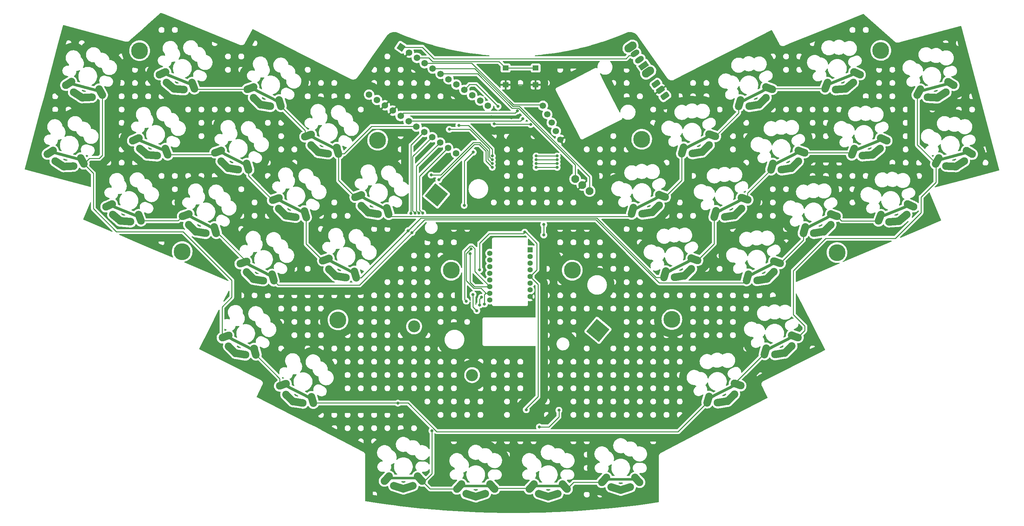
<source format=gbr>
%TF.GenerationSoftware,KiCad,Pcbnew,(6.0.4)*%
%TF.CreationDate,2022-11-04T17:16:24+01:00*%
%TF.ProjectId,Batreeq,42617472-6565-4712-9e6b-696361645f70,rev?*%
%TF.SameCoordinates,Original*%
%TF.FileFunction,Copper,L1,Top*%
%TF.FilePolarity,Positive*%
%FSLAX46Y46*%
G04 Gerber Fmt 4.6, Leading zero omitted, Abs format (unit mm)*
G04 Created by KiCad (PCBNEW (6.0.4)) date 2022-11-04 17:16:24*
%MOMM*%
%LPD*%
G01*
G04 APERTURE LIST*
G04 Aperture macros list*
%AMRoundRect*
0 Rectangle with rounded corners*
0 $1 Rounding radius*
0 $2 $3 $4 $5 $6 $7 $8 $9 X,Y pos of 4 corners*
0 Add a 4 corners polygon primitive as box body*
4,1,4,$2,$3,$4,$5,$6,$7,$8,$9,$2,$3,0*
0 Add four circle primitives for the rounded corners*
1,1,$1+$1,$2,$3*
1,1,$1+$1,$4,$5*
1,1,$1+$1,$6,$7*
1,1,$1+$1,$8,$9*
0 Add four rect primitives between the rounded corners*
20,1,$1+$1,$2,$3,$4,$5,0*
20,1,$1+$1,$4,$5,$6,$7,0*
20,1,$1+$1,$6,$7,$8,$9,0*
20,1,$1+$1,$8,$9,$2,$3,0*%
%AMHorizOval*
0 Thick line with rounded ends*
0 $1 width*
0 $2 $3 position (X,Y) of the first rounded end (center of the circle)*
0 $4 $5 position (X,Y) of the second rounded end (center of the circle)*
0 Add line between two ends*
20,1,$1,$2,$3,$4,$5,0*
0 Add two circle primitives to create the rounded ends*
1,1,$1,$2,$3*
1,1,$1,$4,$5*%
%AMRotRect*
0 Rectangle, with rotation*
0 The origin of the aperture is its center*
0 $1 length*
0 $2 width*
0 $3 Rotation angle, in degrees counterclockwise*
0 Add horizontal line*
21,1,$1,$2,0,0,$3*%
G04 Aperture macros list end*
%TA.AperFunction,ComponentPad*%
%ADD10C,2.032000*%
%TD*%
%TA.AperFunction,SMDPad,CuDef*%
%ADD11RoundRect,0.189673X-3.546058X0.753800X3.447877X-1.120219X3.546058X-0.753800X-3.447877X1.120219X0*%
%TD*%
%TA.AperFunction,ComponentPad*%
%ADD12HorizOval,2.032000X0.753734X0.461889X-0.753734X-0.461889X0*%
%TD*%
%TA.AperFunction,ComponentPad*%
%ADD13HorizOval,2.032000X-0.421808X0.776874X0.421808X-0.776874X0*%
%TD*%
%TA.AperFunction,ComponentPad*%
%ADD14HorizOval,2.032000X1.332292X0.067491X-1.332292X-0.067491X0*%
%TD*%
%TA.AperFunction,ComponentPad*%
%ADD15HorizOval,2.032000X-1.120053X0.724595X1.120053X-0.724595X0*%
%TD*%
%TA.AperFunction,ComponentPad*%
%ADD16HorizOval,2.032000X-0.833295X0.295085X0.833295X-0.295085X0*%
%TD*%
%TA.AperFunction,SMDPad,CuDef*%
%ADD17RoundRect,0.189673X-3.139626X-1.812593X3.311844X1.474595X3.139626X1.812593X-3.311844X-1.474595X0*%
%TD*%
%TA.AperFunction,ComponentPad*%
%ADD18HorizOval,2.032000X0.251070X0.847597X-0.251070X-0.847597X0*%
%TD*%
%TA.AperFunction,ComponentPad*%
%ADD19HorizOval,2.032000X0.944925X0.941633X-0.944925X-0.941633X0*%
%TD*%
%TA.AperFunction,ComponentPad*%
%ADD20HorizOval,2.032000X-1.317210X-0.210983X1.317210X0.210983X0*%
%TD*%
%TA.AperFunction,ComponentPad*%
%ADD21C,4.500000*%
%TD*%
%TA.AperFunction,ComponentPad*%
%ADD22HorizOval,2.032000X0.421808X0.776874X-0.421808X-0.776874X0*%
%TD*%
%TA.AperFunction,ComponentPad*%
%ADD23HorizOval,2.032000X-0.753734X0.461889X0.753734X-0.461889X0*%
%TD*%
%TA.AperFunction,SMDPad,CuDef*%
%ADD24RoundRect,0.189673X-3.447877X-1.120219X3.546058X0.753800X3.447877X1.120219X-3.546058X-0.753800X0*%
%TD*%
%TA.AperFunction,ComponentPad*%
%ADD25HorizOval,2.032000X-1.332292X0.067491X1.332292X-0.067491X0*%
%TD*%
%TA.AperFunction,ComponentPad*%
%ADD26HorizOval,2.032000X1.120053X0.724595X-1.120053X-0.724595X0*%
%TD*%
%TA.AperFunction,ComponentPad*%
%ADD27HorizOval,2.032000X0.833295X0.295085X-0.833295X-0.295085X0*%
%TD*%
%TA.AperFunction,SMDPad,CuDef*%
%ADD28RoundRect,0.189673X-3.311844X1.474595X3.139626X-1.812593X3.311844X-1.474595X-3.139626X1.812593X0*%
%TD*%
%TA.AperFunction,ComponentPad*%
%ADD29HorizOval,2.032000X-0.251070X0.847597X0.251070X-0.847597X0*%
%TD*%
%TA.AperFunction,ComponentPad*%
%ADD30HorizOval,2.032000X-0.944925X0.941633X0.944925X-0.941633X0*%
%TD*%
%TA.AperFunction,ComponentPad*%
%ADD31HorizOval,2.032000X-1.317210X0.210983X1.317210X-0.210983X0*%
%TD*%
%TA.AperFunction,SMDPad,CuDef*%
%ADD32RoundRect,0.189673X-3.620327X-0.189672X3.620327X-0.189672X3.620327X0.189672X-3.620327X0.189672X0*%
%TD*%
%TA.AperFunction,ComponentPad*%
%ADD33HorizOval,2.032000X-0.608505X0.641231X0.608505X-0.641231X0*%
%TD*%
%TA.AperFunction,ComponentPad*%
%ADD34HorizOval,2.032000X0.608505X0.641231X-0.608505X-0.641231X0*%
%TD*%
%TA.AperFunction,ComponentPad*%
%ADD35HorizOval,2.032000X1.269427X0.410014X-1.269427X-0.410014X0*%
%TD*%
%TA.AperFunction,ComponentPad*%
%ADD36HorizOval,2.032000X-1.269427X0.410014X1.269427X-0.410014X0*%
%TD*%
%TA.AperFunction,SMDPad,CuDef*%
%ADD37RoundRect,0.189673X-3.285656X-1.532059X3.427761X1.180338X3.285656X1.532059X-3.427761X-1.180338X0*%
%TD*%
%TA.AperFunction,ComponentPad*%
%ADD38HorizOval,2.032000X-0.804406X0.366589X0.804406X-0.366589X0*%
%TD*%
%TA.AperFunction,ComponentPad*%
%ADD39HorizOval,2.032000X0.323987X0.822489X-0.323987X-0.822489X0*%
%TD*%
%TA.AperFunction,ComponentPad*%
%ADD40HorizOval,2.032000X-1.330586X-0.095378X1.330586X0.095378X0*%
%TD*%
%TA.AperFunction,ComponentPad*%
%ADD41HorizOval,2.032000X1.023398X0.855694X-1.023398X-0.855694X0*%
%TD*%
%TA.AperFunction,ComponentPad*%
%ADD42C,3.200000*%
%TD*%
%TA.AperFunction,ComponentPad*%
%ADD43C,2.100000*%
%TD*%
%TA.AperFunction,ComponentPad*%
%ADD44RotRect,4.400000X4.400000X140.000000*%
%TD*%
%TA.AperFunction,ComponentPad*%
%ADD45HorizOval,2.032000X0.804406X0.366589X-0.804406X-0.366589X0*%
%TD*%
%TA.AperFunction,ComponentPad*%
%ADD46HorizOval,2.032000X-0.323987X0.822489X0.323987X-0.822489X0*%
%TD*%
%TA.AperFunction,SMDPad,CuDef*%
%ADD47RoundRect,0.189673X-3.427761X1.180338X3.285656X-1.532059X3.427761X-1.180338X-3.285656X1.532059X0*%
%TD*%
%TA.AperFunction,ComponentPad*%
%ADD48HorizOval,2.032000X-1.023398X0.855694X1.023398X-0.855694X0*%
%TD*%
%TA.AperFunction,ComponentPad*%
%ADD49HorizOval,2.032000X-1.330586X0.095378X1.330586X-0.095378X0*%
%TD*%
%TA.AperFunction,ComponentPad*%
%ADD50RoundRect,0.375000X-0.827182X-0.137458X-0.386343X-0.744220X0.827182X0.137458X0.386343X0.744220X0*%
%TD*%
%TA.AperFunction,ComponentPad*%
%ADD51C,1.700000*%
%TD*%
%TA.AperFunction,ComponentPad*%
%ADD52HorizOval,1.700000X0.000000X0.000000X0.000000X0.000000X0*%
%TD*%
%TA.AperFunction,SMDPad,CuDef*%
%ADD53R,1.600000X1.400000*%
%TD*%
%TA.AperFunction,ComponentPad*%
%ADD54HorizOval,2.200000X0.532449X0.372825X-0.532449X-0.372825X0*%
%TD*%
%TA.AperFunction,ComponentPad*%
%ADD55RotRect,1.500000X2.500000X125.000000*%
%TD*%
%TA.AperFunction,ComponentPad*%
%ADD56HorizOval,1.500000X0.409576X0.286788X-0.409576X-0.286788X0*%
%TD*%
%TA.AperFunction,ComponentPad*%
%ADD57C,1.752600*%
%TD*%
%TA.AperFunction,ComponentPad*%
%ADD58RotRect,1.752600X1.752600X326.000000*%
%TD*%
%TA.AperFunction,ComponentPad*%
%ADD59R,1.400000X1.400000*%
%TD*%
%TA.AperFunction,ComponentPad*%
%ADD60C,1.400000*%
%TD*%
%TA.AperFunction,ViaPad*%
%ADD61C,0.800000*%
%TD*%
%TA.AperFunction,Conductor*%
%ADD62C,0.250000*%
%TD*%
G04 APERTURE END LIST*
D10*
%TO.P,SW7,1,1*%
%TO.N,row_3*%
X28109859Y-66160678D03*
X35470214Y-68132879D03*
D11*
X31673162Y-67601881D03*
D12*
X27359039Y-66625626D03*
D13*
X35887969Y-68910945D03*
D14*
%TO.P,SW7,2,2*%
%TO.N,Net-(D7-Pad1)*%
X32237817Y-70325931D03*
D15*
X29812672Y-69676116D03*
D10*
X30920405Y-70392289D03*
%TD*%
%TO.P,SW26,1,1*%
%TO.N,row_3*%
X218112410Y-118862139D03*
D16*
X225732961Y-115701415D03*
D17*
X221724814Y-117548847D03*
D10*
X224901880Y-115402731D03*
D18*
X217865554Y-119710059D03*
D19*
%TO.P,SW26,2,2*%
%TO.N,Net-(D26-Pad1)*%
X223967179Y-119195383D03*
D10*
X223032553Y-120126217D03*
D20*
X221730133Y-120335215D03*
%TD*%
D21*
%TO.P,H10,1*%
%TO.N,N/C*%
X166447346Y-98056076D03*
%TD*%
D22*
%TO.P,SW34,1,1*%
%TO.N,row_3*%
X258765520Y-50556247D03*
D10*
X259183275Y-49778181D03*
X266543629Y-47805979D03*
D23*
X267294449Y-48270927D03*
D24*
X262989787Y-49244648D03*
D25*
%TO.P,SW34,2,2*%
%TO.N,Net-(D34-Pad1)*%
X262415672Y-51971232D03*
D26*
X264840817Y-51321417D03*
D10*
X263733084Y-52037591D03*
%TD*%
D21*
%TO.P,H8,1*%
%TO.N,N/C*%
X248621075Y-39434330D03*
%TD*%
%TO.P,H9,1*%
%TO.N,N/C*%
X134189343Y-98056079D03*
%TD*%
D16*
%TO.P,SW21,1,1*%
%TO.N,row_3*%
X210460293Y-128559514D03*
D18*
X202592886Y-132568158D03*
D10*
X202839742Y-131720238D03*
D17*
X206452146Y-130406946D03*
D10*
X209629212Y-128260830D03*
D19*
%TO.P,SW21,2,2*%
%TO.N,Net-(D21-Pad1)*%
X208694511Y-132053482D03*
D10*
X207759885Y-132984316D03*
D20*
X206457465Y-133193314D03*
%TD*%
D17*
%TO.P,SW25,1,1*%
%TO.N,row_1*%
X208343482Y-80861124D03*
D10*
X204731078Y-82174416D03*
X211520548Y-78715008D03*
D16*
X212351629Y-79013692D03*
D18*
X204484222Y-83022336D03*
D20*
%TO.P,SW25,2,2*%
%TO.N,Net-(D25-Pad1)*%
X208348801Y-83647492D03*
D10*
X209651221Y-83438494D03*
D19*
X210585847Y-82507660D03*
%TD*%
D27*
%TO.P,SW4,1,1*%
%TO.N,row_0*%
X80716311Y-49495975D03*
D28*
X84733186Y-51347853D03*
D10*
X81547392Y-49197291D03*
X88336862Y-52656699D03*
D29*
X88583719Y-53504619D03*
D30*
%TO.P,SW4,2,2*%
%TO.N,Net-(D4-Pad1)*%
X82482094Y-52989943D03*
D10*
X83416719Y-53920777D03*
D31*
X84719139Y-54129775D03*
%TD*%
D29*
%TO.P,SW8,1,1*%
%TO.N,row_0*%
X103931837Y-66169241D03*
D28*
X100081304Y-64012475D03*
D27*
X96064429Y-62160597D03*
D10*
X103684980Y-65321321D03*
X96895510Y-61861913D03*
D30*
%TO.P,SW8,2,2*%
%TO.N,Net-(D8-Pad1)*%
X97830212Y-65654565D03*
D10*
X98764837Y-66585399D03*
D31*
X100067257Y-66794397D03*
%TD*%
D32*
%TO.P,SW22,1,1*%
%TO.N,row_4*%
X160048241Y-155595922D03*
D33*
X164458243Y-155769509D03*
D10*
X156233344Y-155126077D03*
D34*
X155628445Y-155769509D03*
D10*
X163853344Y-155126077D03*
%TO.P,SW22,2,2*%
%TO.N,Net-(D22-Pad1)*%
X160043344Y-158486077D03*
D35*
X161298692Y-158081008D03*
D36*
X158787996Y-158081008D03*
%TD*%
D21*
%TO.P,H3,1*%
%TO.N,N/C*%
X192972150Y-111198053D03*
%TD*%
D10*
%TO.P,SW27,1,1*%
%TO.N,row_4*%
X175537346Y-153348078D03*
X183157346Y-153348078D03*
D33*
X183762245Y-153991510D03*
D32*
X179352243Y-153817923D03*
D34*
X174932447Y-153991510D03*
D35*
%TO.P,SW27,2,2*%
%TO.N,Net-(D27-Pad1)*%
X180602694Y-156303009D03*
D36*
X178091998Y-156303009D03*
D10*
X179347346Y-156708078D03*
%TD*%
%TO.P,SW33,1,1*%
%TO.N,row_1*%
X241566801Y-65644698D03*
D37*
X245279920Y-64651245D03*
D38*
X249433828Y-63160177D03*
D39*
X241246983Y-66467877D03*
D10*
X248631942Y-62790196D03*
%TO.P,SW33,2,2*%
%TO.N,Net-(D33-Pad1)*%
X246358050Y-67332785D03*
D40*
X245042371Y-67427473D03*
D41*
X247370247Y-66486951D03*
%TD*%
D21*
%TO.P,H6,1*%
%TO.N,N/C*%
X114577344Y-63386078D03*
%TD*%
D27*
%TO.P,SW16,1,1*%
%TO.N,row_3*%
X89329948Y-128635546D03*
D29*
X97197356Y-132644190D03*
D28*
X93346823Y-130487424D03*
D10*
X96950499Y-131796270D03*
X90161029Y-128336862D03*
D31*
%TO.P,SW16,2,2*%
%TO.N,Net-(D16-Pad1)*%
X93332776Y-133269346D03*
D30*
X91095731Y-132129514D03*
D10*
X92030356Y-133060348D03*
%TD*%
D17*
%TO.P,SW28,1,1*%
%TO.N,row_0*%
X214854821Y-51346469D03*
D10*
X211242417Y-52659761D03*
X218031887Y-49200353D03*
D18*
X210995561Y-53507681D03*
D16*
X218862968Y-49499037D03*
D20*
%TO.P,SW28,2,2*%
%TO.N,Net-(D28-Pad1)*%
X214860140Y-54132837D03*
D10*
X216162560Y-53923839D03*
D19*
X217097186Y-52993005D03*
%TD*%
D28*
%TO.P,SW5,1,1*%
%TO.N,row_1*%
X76107370Y-68276977D03*
D10*
X79711046Y-69585823D03*
D29*
X79957903Y-70433743D03*
D27*
X72090495Y-66425099D03*
D10*
X72921576Y-66126415D03*
D31*
%TO.P,SW5,2,2*%
%TO.N,Net-(D5-Pad1)*%
X76093323Y-71058899D03*
D30*
X73856278Y-69919067D03*
D10*
X74790903Y-70849901D03*
%TD*%
D42*
%TO.P,SW36,*%
%TO.N,*%
X124286053Y-113059816D03*
X139749391Y-126035494D03*
D43*
%TO.P,SW36,A,A*%
%TO.N,EncL*%
X171042086Y-76927713D03*
%TO.P,SW36,B,B*%
%TO.N,EncR*%
X167211864Y-73713775D03*
%TO.P,SW36,C,C*%
%TO.N,GND*%
X169126975Y-75320744D03*
D44*
%TO.P,SW36,MP*%
%TO.N,N/C*%
X173263659Y-114099277D03*
X130236554Y-77998238D03*
%TD*%
D10*
%TO.P,SW15,1,1*%
%TO.N,row_2*%
X79643871Y-95720163D03*
D27*
X78812790Y-96018847D03*
D29*
X86680198Y-100027491D03*
D10*
X86433341Y-99179571D03*
D28*
X82829665Y-97870725D03*
D10*
%TO.P,SW15,2,2*%
%TO.N,Net-(D15-Pad1)*%
X81513198Y-100443649D03*
D31*
X82815618Y-100652647D03*
D30*
X80578573Y-99512815D03*
%TD*%
D10*
%TO.P,SW31,1,1*%
%TO.N,row_3*%
X264109499Y-68138229D03*
D23*
X272220673Y-66630975D03*
D10*
X271469853Y-66166027D03*
D22*
X263691744Y-68916295D03*
D24*
X267916011Y-67604696D03*
D10*
%TO.P,SW31,2,2*%
%TO.N,Net-(D31-Pad1)*%
X268659308Y-70397639D03*
D26*
X269767041Y-69681465D03*
D25*
X267341896Y-70331280D03*
%TD*%
D21*
%TO.P,H2,1*%
%TO.N,N/C*%
X104010023Y-111310117D03*
%TD*%
D18*
%TO.P,SW23,1,1*%
%TO.N,row_2*%
X228247198Y-87365928D03*
D10*
X228494054Y-86518008D03*
D17*
X232106458Y-85204716D03*
D16*
X236114605Y-83357284D03*
D10*
X235283524Y-83058600D03*
%TO.P,SW23,2,2*%
%TO.N,Net-(D23-Pad1)*%
X233414197Y-87782086D03*
D19*
X234348823Y-86851252D03*
D20*
X232111777Y-87991084D03*
%TD*%
D10*
%TO.P,SW6,1,1*%
%TO.N,row_2*%
X43830160Y-80402862D03*
D45*
X43028274Y-80772843D03*
D46*
X51215120Y-84080543D03*
D10*
X50895301Y-83257365D03*
D47*
X47191265Y-82267580D03*
D10*
%TO.P,SW6,2,2*%
%TO.N,Net-(D6-Pad1)*%
X46104053Y-84945451D03*
D48*
X45091856Y-84099617D03*
D49*
X47419732Y-85040139D03*
%TD*%
D10*
%TO.P,SW12,1,1*%
%TO.N,row_4*%
X125247758Y-153006079D03*
X117627758Y-153006079D03*
D33*
X125852657Y-153649511D03*
D34*
X117022859Y-153649511D03*
D32*
X121442655Y-153475924D03*
D36*
%TO.P,SW12,2,2*%
%TO.N,Net-(D12-Pad1)*%
X120182410Y-155961010D03*
D10*
X121437758Y-156366079D03*
D35*
X122693106Y-155961010D03*
%TD*%
D10*
%TO.P,SW1,1,1*%
%TO.N,row_0*%
X65130350Y-48024379D03*
D45*
X57263323Y-45539857D03*
D46*
X65450169Y-48847557D03*
D47*
X61426314Y-47034594D03*
D10*
X58065209Y-45169876D03*
D48*
%TO.P,SW1,2,2*%
%TO.N,Net-(D1-Pad1)*%
X59326905Y-48866631D03*
D49*
X61654781Y-49807153D03*
D10*
X60339102Y-49712465D03*
%TD*%
D27*
%TO.P,SW11,1,1*%
%TO.N,row_3*%
X74057278Y-115777443D03*
D10*
X81677829Y-118938167D03*
D28*
X78074153Y-117629321D03*
D29*
X81924686Y-119786087D03*
D10*
X74888359Y-115478759D03*
D30*
%TO.P,SW11,2,2*%
%TO.N,Net-(D11-Pad1)*%
X75823061Y-119271411D03*
D10*
X76757686Y-120202245D03*
D31*
X78060106Y-120411243D03*
%TD*%
D16*
%TO.P,SW19,1,1*%
%TO.N,row_1*%
X199000029Y-95131384D03*
D18*
X191132622Y-99140028D03*
D10*
X191379478Y-98292108D03*
X198168948Y-94832700D03*
D17*
X194991882Y-96978816D03*
D20*
%TO.P,SW19,2,2*%
%TO.N,Net-(D19-Pad1)*%
X194997201Y-99765184D03*
D10*
X196299621Y-99556186D03*
D19*
X197234247Y-98625352D03*
%TD*%
D10*
%TO.P,SW3,1,1*%
%TO.N,row_3*%
X33019910Y-47790287D03*
D11*
X36583213Y-49231490D03*
D13*
X40798020Y-50540554D03*
D10*
X40380265Y-49762488D03*
D12*
X32269090Y-48255235D03*
D15*
%TO.P,SW3,2,2*%
%TO.N,Net-(D3-Pad1)*%
X34722723Y-51305725D03*
D10*
X35830456Y-52021898D03*
D14*
X37147868Y-51955540D03*
%TD*%
D27*
%TO.P,SW10,1,1*%
%TO.N,row_2*%
X63464673Y-83354224D03*
D28*
X67481548Y-85206102D03*
D29*
X71332081Y-87362868D03*
D10*
X64295754Y-83055540D03*
X71085224Y-86514948D03*
D30*
%TO.P,SW10,2,2*%
%TO.N,Net-(D10-Pad1)*%
X65230456Y-86848192D03*
D10*
X66165081Y-87779026D03*
D31*
X67467501Y-87988024D03*
%TD*%
D38*
%TO.P,SW32,1,1*%
%TO.N,row_0*%
X242316304Y-45543686D03*
D10*
X241514418Y-45173705D03*
D39*
X234129459Y-48851386D03*
D10*
X234449277Y-48028207D03*
D37*
X238162396Y-47034754D03*
D10*
%TO.P,SW32,2,2*%
%TO.N,Net-(D32-Pad1)*%
X239240526Y-49716294D03*
D40*
X237924847Y-49810982D03*
D41*
X240252723Y-48870460D03*
%TD*%
D50*
%TO.P,PAD1,1*%
%TO.N,bat+*%
X191098000Y-51590000D03*
%TO.P,PAD1,2*%
%TO.N,GND*%
X189922429Y-49971966D03*
%TO.P,PAD1,3*%
%TO.N,bat+*%
X188746858Y-48353932D03*
%TD*%
D10*
%TO.P,SW9,1,1*%
%TO.N,row_1*%
X95059158Y-82250446D03*
D28*
X91455482Y-80941600D03*
D27*
X87438607Y-79089722D03*
D29*
X95306015Y-83098366D03*
D10*
X88269688Y-78791038D03*
%TO.P,SW9,2,2*%
%TO.N,Net-(D9-Pad1)*%
X90139015Y-83514524D03*
D30*
X89204390Y-82583690D03*
D31*
X91441435Y-83723522D03*
%TD*%
D28*
%TO.P,SW13,1,1*%
%TO.N,row_0*%
X113432904Y-80130169D03*
D27*
X109416029Y-78278291D03*
D29*
X117283437Y-82286935D03*
D10*
X117036580Y-81439015D03*
X110247110Y-77979607D03*
%TO.P,SW13,2,2*%
%TO.N,Net-(D13-Pad1)*%
X112116437Y-82703093D03*
D30*
X111181812Y-81772259D03*
D31*
X113418857Y-82912091D03*
%TD*%
D17*
%TO.P,SW18,1,1*%
%TO.N,row_0*%
X186366064Y-80049691D03*
D16*
X190374211Y-78202259D03*
D18*
X182506804Y-82210903D03*
D10*
X182753660Y-81362983D03*
X189543130Y-77903575D03*
%TO.P,SW18,2,2*%
%TO.N,Net-(D18-Pad1)*%
X187673803Y-82627061D03*
D19*
X188608429Y-81696227D03*
D20*
X186371383Y-82836059D03*
%TD*%
D21*
%TO.P,H1,1*%
%TO.N,N/C*%
X62507345Y-93104077D03*
%TD*%
D16*
%TO.P,SW24,1,1*%
%TO.N,row_0*%
X203725814Y-62084567D03*
D10*
X202894733Y-61785883D03*
X196105263Y-65245291D03*
D18*
X195858407Y-66093211D03*
D17*
X199717667Y-63931999D03*
D19*
%TO.P,SW24,2,2*%
%TO.N,Net-(D24-Pad1)*%
X201960032Y-65578535D03*
D10*
X201025406Y-66509369D03*
D20*
X199722986Y-66718367D03*
%TD*%
D33*
%TO.P,SW17,1,1*%
%TO.N,row_4*%
X145132655Y-155766202D03*
D10*
X144527756Y-155122770D03*
X136907756Y-155122770D03*
D34*
X136302857Y-155766202D03*
D32*
X140722653Y-155592615D03*
D36*
%TO.P,SW17,2,2*%
%TO.N,Net-(D17-Pad1)*%
X139462408Y-158077701D03*
D35*
X141973104Y-158077701D03*
D10*
X140717756Y-158482770D03*
%TD*%
D21*
%TO.P,H7,1*%
%TO.N,N/C*%
X184935343Y-63132079D03*
%TD*%
D51*
%TO.P,U5,1,VDD*%
%TO.N,VCC*%
X158630606Y-54183266D03*
D52*
%TO.P,U5,2,SDA*%
%TO.N,SDA*%
X159783742Y-56446423D03*
%TO.P,U5,3,SCL*%
%TO.N,SCL*%
X160936878Y-58709579D03*
%TO.P,U5,4,TRIG*%
%TO.N,unconnected-(U5-Pad4)*%
X162090014Y-60972736D03*
%TO.P,U5,5,GND*%
%TO.N,GND*%
X163243150Y-63235892D03*
%TD*%
D53*
%TO.P,SW35,1,1*%
%TO.N,RESET*%
X148677347Y-44118078D03*
X156677347Y-44118078D03*
%TO.P,SW35,2,2*%
%TO.N,GND*%
X148677347Y-48618078D03*
X156677347Y-48618078D03*
%TD*%
D54*
%TO.P,SW37,*%
%TO.N,*%
X181949673Y-38522954D03*
X186653000Y-45240000D03*
D55*
%TO.P,SW37,1,A*%
%TO.N,unconnected-(SW37-Pad1)*%
X185448489Y-43519781D03*
D56*
%TO.P,SW37,2,B*%
%TO.N,bat+*%
X184301336Y-41881477D03*
%TO.P,SW37,3,C*%
%TO.N,RAW*%
X183154183Y-40243173D03*
%TD*%
D10*
%TO.P,SW29,1,1*%
%TO.N,row_1*%
X219868237Y-69588887D03*
X226657707Y-66129479D03*
D17*
X223480641Y-68275595D03*
D18*
X219621381Y-70436807D03*
D16*
X227488788Y-66428163D03*
D19*
%TO.P,SW29,2,2*%
%TO.N,Net-(D29-Pad1)*%
X225723006Y-69922131D03*
D10*
X224788380Y-70852965D03*
D20*
X223485960Y-71061963D03*
%TD*%
D10*
%TO.P,SW30,1,1*%
%TO.N,row_2*%
X248684326Y-83261193D03*
D37*
X252397445Y-82267740D03*
D38*
X256551353Y-80776672D03*
D39*
X248364508Y-84084372D03*
D10*
X255749467Y-80406691D03*
%TO.P,SW30,2,2*%
%TO.N,Net-(D30-Pad1)*%
X253475575Y-84949280D03*
D41*
X254487772Y-84103446D03*
D40*
X252159896Y-85043968D03*
%TD*%
D45*
%TO.P,SW2,1,1*%
%TO.N,row_1*%
X50146088Y-63156758D03*
D46*
X58332934Y-66464458D03*
D10*
X58013115Y-65641280D03*
D47*
X54309079Y-64651495D03*
D10*
X50947974Y-62786777D03*
D48*
%TO.P,SW2,2,2*%
%TO.N,Net-(D2-Pad1)*%
X52209670Y-66483532D03*
D10*
X53221867Y-67329366D03*
D49*
X54537546Y-67424054D03*
%TD*%
D21*
%TO.P,H5,1*%
%TO.N,N/C*%
X51170667Y-39497354D03*
%TD*%
D18*
%TO.P,SW20,1,1*%
%TO.N,row_2*%
X213110042Y-99951462D03*
D10*
X220146368Y-95644134D03*
D17*
X216969302Y-97790250D03*
D16*
X220977449Y-95942818D03*
D10*
X213356898Y-99103542D03*
D19*
%TO.P,SW20,2,2*%
%TO.N,Net-(D20-Pad1)*%
X219211667Y-99436786D03*
D20*
X216974621Y-100576618D03*
D10*
X218277041Y-100367620D03*
%TD*%
%TO.P,SW14,1,1*%
%TO.N,row_1*%
X108410759Y-98368137D03*
D27*
X100790208Y-95207413D03*
D28*
X104807083Y-97059291D03*
D10*
X101621289Y-94908729D03*
D29*
X108657616Y-99216057D03*
D30*
%TO.P,SW14,2,2*%
%TO.N,Net-(D14-Pad1)*%
X102555991Y-98701381D03*
D10*
X103490616Y-99632215D03*
D31*
X104793036Y-99841213D03*
%TD*%
D21*
%TO.P,H4,1*%
%TO.N,N/C*%
X236965997Y-93358077D03*
%TD*%
D57*
%TO.P,U1,1,D3/TX0*%
%TO.N,MOTION*%
X112296953Y-51229381D03*
%TO.P,U1,2,D2/RX1*%
%TO.N,NCS*%
X114402708Y-52649731D03*
%TO.P,U1,3,GND*%
%TO.N,GND*%
X116508463Y-54070081D03*
%TO.P,U1,4,GND*%
X118614219Y-55490431D03*
%TO.P,U1,5,SDA/D1/2*%
%TO.N,SDA*%
X120719974Y-56910781D03*
%TO.P,U1,6,SCL/D0/3*%
%TO.N,SCL*%
X122825730Y-58331131D03*
%TO.P,U1,7,D4/4*%
%TO.N,row_0*%
X124931485Y-59751481D03*
%TO.P,U1,8,C6/5*%
%TO.N,row_1*%
X127037241Y-61171831D03*
%TO.P,U1,9,D7/6*%
%TO.N,row_2*%
X129142996Y-62592181D03*
%TO.P,U1,10,E6/7*%
%TO.N,row_3*%
X131248751Y-64012531D03*
%TO.P,U1,11,B4/8*%
%TO.N,row_4*%
X133354507Y-65432881D03*
%TO.P,U1,12,B5/9*%
%TO.N,SR_CS*%
X135460262Y-66853231D03*
%TO.P,U1,13,10/B6*%
%TO.N,unconnected-(U1-Pad13)*%
X143982362Y-54218698D03*
%TO.P,U1,14,16/B2*%
%TO.N,MOSI*%
X141876607Y-52798348D03*
%TO.P,U1,15,14/B3*%
%TO.N,MISO*%
X139770851Y-51377998D03*
%TO.P,U1,16,15/B1*%
%TO.N,SCLK*%
X137665096Y-49957648D03*
%TO.P,U1,17,A0/F7*%
%TO.N,unconnected-(U1-Pad17)*%
X135559340Y-48537298D03*
%TO.P,U1,18,A1/F6*%
%TO.N,unconnected-(U1-Pad18)*%
X133453585Y-47116948D03*
%TO.P,U1,19,A2/F5*%
%TO.N,EncR*%
X131347830Y-45696598D03*
%TO.P,U1,20,A3/F4*%
%TO.N,EncL*%
X129242074Y-44276248D03*
%TO.P,U1,21,VCC*%
%TO.N,VCC*%
X127136319Y-42855898D03*
%TO.P,U1,22,RST*%
%TO.N,RESET*%
X125030563Y-41435548D03*
%TO.P,U1,23,GND*%
%TO.N,GND*%
X122924808Y-40015198D03*
D58*
%TO.P,U1,24,RAW*%
%TO.N,RAW*%
X120819052Y-38594848D03*
%TD*%
D59*
%TO.P,U4,1,NC*%
%TO.N,unconnected-(U4-Pad1)*%
X155193347Y-92642077D03*
D60*
%TO.P,U4,2,NC*%
%TO.N,unconnected-(U4-Pad2)*%
X155193347Y-94422077D03*
%TO.P,U4,3,VDDPIX*%
%TO.N,Net-(C3-Pad1)*%
X155193347Y-96202077D03*
%TO.P,U4,4,VDD*%
%TO.N,VDD*%
X155193347Y-97982077D03*
%TO.P,U4,5,VDDIO*%
%TO.N,VCC*%
X155193347Y-99762077D03*
%TO.P,U4,6,NC*%
%TO.N,unconnected-(U4-Pad6)*%
X155193347Y-101542077D03*
%TO.P,U4,7,~{NRESET}*%
%TO.N,Net-(R2-Pad1)*%
X155193347Y-103322077D03*
%TO.P,U4,8,GND*%
%TO.N,GND*%
X155193347Y-105102077D03*
%TO.P,U4,9,MOTION*%
%TO.N,MOTION*%
X144493347Y-105992077D03*
%TO.P,U4,10,SCLK*%
%TO.N,SCLK*%
X144493347Y-104212077D03*
%TO.P,U4,11,MOSI*%
%TO.N,MOSI*%
X144493347Y-102432077D03*
%TO.P,U4,12,MISO*%
%TO.N,MISO*%
X144493347Y-100652077D03*
%TO.P,U4,13,~{NCS}*%
%TO.N,NCS*%
X144493347Y-98872077D03*
%TO.P,U4,14,NC*%
%TO.N,unconnected-(U4-Pad14)*%
X144493347Y-97092077D03*
%TO.P,U4,15,LED_P*%
%TO.N,Net-(R1-Pad2)*%
X144493347Y-95312077D03*
%TO.P,U4,16,NC*%
%TO.N,unconnected-(U4-Pad16)*%
X144493347Y-93532077D03*
%TD*%
D61*
%TO.N,VCC*%
X153760000Y-87912000D03*
X158840000Y-85880000D03*
X145632000Y-59012470D03*
X141755344Y-97930079D03*
X158840000Y-88674000D03*
X154177000Y-135268077D03*
X155344346Y-59195077D03*
%TO.N,GND*%
X145607655Y-134775000D03*
X161142000Y-94882077D03*
X154430999Y-139078079D03*
X144870000Y-57178000D03*
X150204000Y-57432000D03*
X151220000Y-63528000D03*
X156808000Y-87912000D03*
%TO.N,col0*%
X145124000Y-67592000D03*
X136234000Y-59464000D03*
%TO.N,col1*%
X133694000Y-60480000D03*
X145124000Y-68608000D03*
%TO.N,col2*%
X128868000Y-72672000D03*
X145124000Y-69607503D03*
%TO.N,col3*%
X145124000Y-70607006D03*
X130900000Y-73942000D03*
%TO.N,row_1*%
X123440331Y-82900929D03*
X122705345Y-87516078D03*
%TO.N,col4*%
X162396000Y-70623503D03*
X156808000Y-70623503D03*
%TO.N,col5*%
X162396000Y-69624000D03*
X156808000Y-69624000D03*
%TO.N,col6*%
X162396000Y-68608000D03*
X156808000Y-68608000D03*
%TO.N,row_3*%
X119978000Y-133505000D03*
X125557402Y-82832000D03*
%TO.N,row_2*%
X123721342Y-88024078D03*
X124532804Y-82832000D03*
%TO.N,col7*%
X162396000Y-67592000D03*
X156808000Y-67592000D03*
%TO.N,MOSI*%
X138199345Y-106312078D03*
X139215346Y-93612078D03*
%TO.N,MOTION*%
X157672655Y-139855000D03*
X162879655Y-135410000D03*
%TO.N,NCS*%
X139977348Y-104534078D03*
X140993347Y-108852076D03*
%TO.N,MISO*%
X140044000Y-66576000D03*
X141755345Y-107328078D03*
X137646653Y-80768375D03*
X142263346Y-105267578D03*
%TO.N,SCLK*%
X143025346Y-107074078D03*
X146648000Y-54384000D03*
X139465046Y-92337778D03*
%TO.N,SDA*%
X151815965Y-55566035D03*
%TO.N,SCL*%
X153252000Y-57686000D03*
%TO.N,row_4*%
X126582000Y-82832000D03*
X129055345Y-140856077D03*
%TD*%
D62*
%TO.N,VCC*%
X144295345Y-88278078D02*
X141755345Y-90818077D01*
X157311763Y-122206237D02*
X157316000Y-122202000D01*
X157311763Y-131731237D02*
X157311763Y-122206237D01*
X145632000Y-59012470D02*
X145687608Y-59068078D01*
X156995345Y-97960077D02*
X155193345Y-99762076D01*
X154177000Y-134866000D02*
X157311763Y-131731237D01*
X153393922Y-88278078D02*
X144295345Y-88278078D01*
X145687608Y-59068078D02*
X155217344Y-59068078D01*
X139666756Y-42829320D02*
X150779920Y-53942484D01*
X155193345Y-99762076D02*
X157316000Y-101884731D01*
X158840000Y-88674000D02*
X158840000Y-85880000D01*
X141755345Y-90818077D02*
X141755344Y-97930079D01*
X154014000Y-87912000D02*
X156995345Y-90893345D01*
X155217344Y-59068078D02*
X155344346Y-59195077D01*
X153760000Y-87912000D02*
X154014000Y-87912000D01*
X158389823Y-53942484D02*
X158630606Y-54183267D01*
X150779920Y-53942484D02*
X158389823Y-53942484D01*
X156995345Y-90893345D02*
X156995345Y-97960077D01*
X127116479Y-42829320D02*
X139666756Y-42829320D01*
X157316000Y-101884731D02*
X157316000Y-122202000D01*
X153760000Y-87912000D02*
X153393922Y-88278078D01*
X154177000Y-135268077D02*
X154177000Y-134866000D01*
%TO.N,GND*%
X156677345Y-48618078D02*
X148677345Y-48618078D01*
%TO.N,col0*%
X138774000Y-59464000D02*
X136234000Y-59464000D01*
X145124000Y-65814000D02*
X138774000Y-59464000D01*
X145124000Y-67592000D02*
X145124000Y-65814000D01*
%TO.N,col1*%
X139154282Y-60480000D02*
X144399489Y-65725207D01*
X144399489Y-65725207D02*
X144399489Y-67892103D01*
X145115386Y-68608000D02*
X145124000Y-68608000D01*
X133694000Y-60480000D02*
X139154282Y-60480000D01*
X144399489Y-67892103D02*
X145115386Y-68608000D01*
%TO.N,col2*%
X145098889Y-69607503D02*
X145124000Y-69607503D01*
X143949969Y-68458583D02*
X145098889Y-69607503D01*
X131408000Y-72672000D02*
X140044000Y-64036000D01*
X140044000Y-64036000D02*
X141822000Y-64036000D01*
X141822000Y-64036000D02*
X143949969Y-66163969D01*
X143949969Y-66163969D02*
X143949969Y-68458583D01*
X128868000Y-72672000D02*
X131408000Y-72672000D01*
%TO.N,col3*%
X143409141Y-66258859D02*
X143409141Y-68917258D01*
X145098889Y-70607006D02*
X145124000Y-70607006D01*
X130900000Y-73942000D02*
X140298000Y-64544000D01*
X140298000Y-64544000D02*
X141694282Y-64544000D01*
X141694282Y-64544000D02*
X143409141Y-66258859D01*
X143409141Y-68917258D02*
X145098889Y-70607006D01*
%TO.N,row_1*%
X172943747Y-84160480D02*
X188738291Y-99955024D01*
X188738291Y-99955024D02*
X190891210Y-99955025D01*
X213152875Y-79297430D02*
X213152874Y-77478894D01*
X80199314Y-72935409D02*
X86637365Y-79373459D01*
X240388623Y-66711897D02*
X240935458Y-67258732D01*
X199801276Y-95415120D02*
X204242810Y-90973582D01*
X228290034Y-66711897D02*
X240388623Y-66711897D01*
X108899030Y-100031054D02*
X110190368Y-100031057D01*
X123467345Y-82873915D02*
X123467345Y-64689912D01*
X80199312Y-71248741D02*
X80199314Y-72935409D01*
X95547430Y-83913362D02*
X95547430Y-91049614D01*
X126060945Y-84160480D02*
X172943747Y-84160480D01*
X213152874Y-77478894D02*
X219379966Y-71251803D01*
X110190368Y-100031057D02*
X126060945Y-84160480D01*
X95547430Y-91049614D02*
X99988963Y-95491150D01*
X58644461Y-67255311D02*
X70742774Y-67255311D01*
X204242810Y-90973582D02*
X204242809Y-83837333D01*
X70742774Y-67255311D02*
X71289248Y-66708836D01*
X123440331Y-82900929D02*
X123467345Y-82873915D01*
X123467345Y-64689912D02*
X127028586Y-61128668D01*
%TO.N,row_0*%
X181580330Y-83710960D02*
X118133883Y-83710960D01*
X104173251Y-74120491D02*
X104173250Y-66984238D01*
X95263183Y-60757668D02*
X88825131Y-54319619D01*
X105645184Y-66984239D02*
X104173250Y-66984238D01*
X112921102Y-59708319D02*
X105645184Y-66984239D01*
X210754149Y-54322678D02*
X210754146Y-56141214D01*
X95263183Y-62444334D02*
X95263183Y-60757668D01*
X195616992Y-66908208D02*
X195616990Y-74044461D01*
X182265391Y-83025899D02*
X181580330Y-83710960D01*
X108614785Y-78562024D02*
X104173251Y-74120491D01*
X118133883Y-83710960D02*
X117524852Y-83101929D01*
X195616990Y-74044461D02*
X191175455Y-78485996D01*
X219804747Y-49642238D02*
X219664213Y-49782772D01*
X65902997Y-49779712D02*
X65761694Y-49638412D01*
X233817933Y-49642239D02*
X219804747Y-49642238D01*
X124922831Y-59708318D02*
X112921102Y-59708319D01*
X79915066Y-49779715D02*
X65902997Y-49779712D01*
X210754146Y-56141214D02*
X204527057Y-62368304D01*
%TO.N,col4*%
X162379503Y-70623503D02*
X162396000Y-70640000D01*
X156808000Y-70623503D02*
X162379503Y-70623503D01*
%TO.N,col5*%
X156808000Y-69624000D02*
X162650000Y-69624000D01*
%TO.N,col6*%
X156808000Y-68608000D02*
X162396000Y-68608000D01*
%TO.N,row_3*%
X263286157Y-69548873D02*
X263286160Y-69663289D01*
X217364985Y-120525054D02*
X209629209Y-128260833D01*
X124916354Y-82190952D02*
X124916354Y-70293111D01*
X233957345Y-89548078D02*
X225321343Y-98184079D01*
X37739419Y-68212079D02*
X40409347Y-68212077D01*
X125557402Y-82832000D02*
X124916354Y-82190952D01*
X88528704Y-128919279D02*
X88528705Y-126963687D01*
X36293554Y-69657940D02*
X37739419Y-68212079D01*
X41203603Y-67417822D02*
X41203601Y-51287552D01*
X44981346Y-87770078D02*
X38865822Y-81654557D01*
X73256034Y-116061180D02*
X73140266Y-115945411D01*
X88528705Y-126963687D02*
X82166100Y-120601085D01*
X228369346Y-114150009D02*
X226534207Y-115985151D01*
X225321343Y-98184079D02*
X225321345Y-109868079D01*
X228369348Y-112916079D02*
X228369346Y-114150009D01*
X62761346Y-87770077D02*
X44981346Y-87770078D01*
X75715348Y-100724077D02*
X62761346Y-87770077D01*
X194609629Y-141125000D02*
X130349573Y-141125000D01*
X259357345Y-78538059D02*
X259357345Y-82690079D01*
X40409347Y-68212077D02*
X41203603Y-67417822D01*
X73140266Y-115945411D02*
X73140269Y-107852997D01*
X73140269Y-107852997D02*
X75715347Y-105277921D01*
X258359936Y-51303242D02*
X258359937Y-64622651D01*
X122683758Y-133459185D02*
X97438770Y-133459185D01*
X263286159Y-74609244D02*
X259357345Y-78538059D01*
X75715347Y-105277921D02*
X75715348Y-100724077D01*
X130349573Y-141125000D02*
X122683758Y-133459185D01*
X124916354Y-70293111D02*
X131240097Y-63969369D01*
X225321345Y-109868079D02*
X228369348Y-112916079D01*
X259357345Y-82690079D02*
X252499345Y-89548077D01*
X217624142Y-120525055D02*
X217364985Y-120525054D01*
X38865824Y-72230209D02*
X36293554Y-69657940D01*
X202351473Y-133383156D02*
X194609629Y-141125000D01*
X38865822Y-81654557D02*
X38865824Y-72230209D01*
X258359937Y-64622651D02*
X263286157Y-69548873D01*
X263286160Y-69663289D02*
X263286159Y-74609244D01*
X252499345Y-89548077D02*
X233957345Y-89548078D01*
%TO.N,row_2*%
X228005787Y-88180924D02*
X228005788Y-89999462D01*
X72101574Y-88177865D02*
X79643867Y-95720163D01*
X212868633Y-100766458D02*
X212204443Y-101430645D01*
X109751342Y-101994079D02*
X88073201Y-101994077D01*
X127135421Y-84610000D02*
X109751342Y-101994079D01*
X238150058Y-84875225D02*
X236915853Y-83641019D01*
X61429989Y-84871398D02*
X62663430Y-83637960D01*
X228005788Y-89999462D02*
X221778694Y-96226552D01*
X71573495Y-88177866D02*
X72101574Y-88177865D01*
X123916865Y-82216061D02*
X123916865Y-67766496D01*
X88073201Y-101994077D02*
X86921611Y-100842488D01*
X124532804Y-82832000D02*
X123916865Y-82216061D01*
X212204443Y-101430645D02*
X189578193Y-101430642D01*
X123916865Y-67766496D02*
X129134343Y-62549018D01*
X172757551Y-84610000D02*
X127135421Y-84610000D01*
X51526646Y-84871399D02*
X61429989Y-84871398D01*
X189578193Y-101430642D02*
X172757551Y-84610000D01*
X248052982Y-84875227D02*
X238150058Y-84875225D01*
%TO.N,col7*%
X156808000Y-67592000D02*
X162650000Y-67592000D01*
%TO.N,MOSI*%
X140447856Y-98386587D02*
X140447857Y-92295974D01*
X140415345Y-102432077D02*
X144493345Y-102432075D01*
X139215347Y-101232076D02*
X140415345Y-102432077D01*
X137749825Y-93028386D02*
X137749826Y-105862557D01*
X140447857Y-92295974D02*
X139731961Y-91580079D01*
X144493345Y-102432075D02*
X140447856Y-98386587D01*
X139215346Y-93612078D02*
X139215347Y-101232076D01*
X137749826Y-105862557D02*
X138199345Y-106312078D01*
X139731961Y-91580079D02*
X139198135Y-91580078D01*
X139198135Y-91580078D02*
X137749825Y-93028386D01*
%TO.N,MOTION*%
X157672655Y-139855000D02*
X160212655Y-139855000D01*
X162879655Y-137188000D02*
X162879655Y-135410000D01*
X160212655Y-139855000D02*
X162879655Y-137188000D01*
%TO.N,NCS*%
X140993347Y-108852076D02*
X139977345Y-107836078D01*
X139977345Y-107836078D02*
X139977348Y-104534078D01*
%TO.N,MISO*%
X141755345Y-107328078D02*
X141755346Y-105775578D01*
X140044000Y-66576000D02*
X137691346Y-68928654D01*
X141755346Y-105775578D02*
X142263346Y-105267578D01*
X137691346Y-80723682D02*
X137646653Y-80768375D01*
X137691346Y-68928654D02*
X137691346Y-80723682D01*
%TO.N,SCLK*%
X143025347Y-104534079D02*
X143347347Y-104212077D01*
X139065609Y-48510718D02*
X137645259Y-49931068D01*
X138199347Y-100851797D02*
X140229147Y-102881599D01*
X140229147Y-102881599D02*
X142134864Y-102881598D01*
X143465345Y-104212078D02*
X144493346Y-104212078D01*
X143025346Y-107074078D02*
X143025347Y-104534079D01*
X146648000Y-54384000D02*
X140774718Y-48510718D01*
X140774718Y-48510718D02*
X139065609Y-48510718D01*
X142134864Y-102881598D02*
X143465345Y-104212078D01*
X143347347Y-104212077D02*
X144493346Y-104212078D01*
X139465046Y-92337778D02*
X138199344Y-93603481D01*
X138199344Y-93603481D02*
X138199347Y-100851797D01*
%TO.N,EncL*%
X140451387Y-44249669D02*
X150593722Y-54392004D01*
X129222236Y-44249669D02*
X140451387Y-44249669D01*
X152302266Y-54392004D02*
X171042086Y-73131824D01*
X150593722Y-54392004D02*
X152302266Y-54392004D01*
X171042086Y-73131824D02*
X171042086Y-76927713D01*
%TO.N,EncR*%
X131327992Y-45670018D02*
X141236018Y-45670018D01*
X167211864Y-69937320D02*
X167211864Y-73713775D01*
X152116068Y-54841524D02*
X167211864Y-69937320D01*
X141236018Y-45670018D02*
X150407524Y-54841524D01*
X150407524Y-54841524D02*
X152116068Y-54841524D01*
%TO.N,SDA*%
X151220000Y-56162000D02*
X121416941Y-56162000D01*
X121416941Y-56162000D02*
X120711321Y-56867620D01*
X151815965Y-55566035D02*
X151220000Y-56162000D01*
%TO.N,SCL*%
X152650030Y-58287970D02*
X122817076Y-58287970D01*
X153252000Y-57686000D02*
X152650030Y-58287970D01*
%TO.N,row_4*%
X174347344Y-154608078D02*
X166821346Y-154608077D01*
X125753345Y-72982228D02*
X133345853Y-65389717D01*
X125753345Y-82003345D02*
X125753345Y-72982228D01*
X129055346Y-152286078D02*
X127075347Y-154266079D01*
X145879135Y-156221394D02*
X145717757Y-156382770D01*
X129055345Y-140856077D02*
X129055346Y-152286078D01*
X128554447Y-156382770D02*
X126437758Y-154266078D01*
X126582000Y-82832000D02*
X125753345Y-82003345D01*
X127075347Y-154266079D02*
X126437758Y-154266078D01*
X154878661Y-156221394D02*
X145879135Y-156221394D01*
X135717758Y-156382769D02*
X128554447Y-156382770D01*
X166821346Y-154608077D02*
X165043345Y-156386079D01*
X155043345Y-156386079D02*
X154878661Y-156221394D01*
%TO.N,RESET*%
X129175296Y-42379798D02*
X128204462Y-41408969D01*
X128204462Y-41408969D02*
X125010726Y-41408967D01*
X148677346Y-44118078D02*
X146939067Y-42379797D01*
X148677346Y-44118078D02*
X156677345Y-44118079D01*
X146939067Y-42379797D02*
X129175296Y-42379798D01*
%TO.N,RAW*%
X182602356Y-40795000D02*
X183154183Y-40243173D01*
X120799215Y-38568268D02*
X126514268Y-38568268D01*
X180754662Y-41613338D02*
X181573000Y-40795000D01*
X129559338Y-41613338D02*
X180754662Y-41613338D01*
X126514268Y-38568268D02*
X129559338Y-41613338D01*
X181573000Y-40795000D02*
X182602356Y-40795000D01*
%TD*%
%TA.AperFunction,Conductor*%
%TO.N,GND*%
G36*
X127639705Y-85263502D02*
G01*
X127686198Y-85317158D01*
X127696302Y-85387432D01*
X127664999Y-85454055D01*
X127513789Y-85621109D01*
X127511148Y-85625107D01*
X127511147Y-85625108D01*
X127436856Y-85737563D01*
X127370509Y-85837993D01*
X127368508Y-85842333D01*
X127368506Y-85842337D01*
X127263689Y-86069702D01*
X127261683Y-86074054D01*
X127260359Y-86078655D01*
X127260359Y-86078656D01*
X127191475Y-86318095D01*
X127189816Y-86323860D01*
X127156562Y-86581663D01*
X127159210Y-86694034D01*
X127162493Y-86833329D01*
X127162686Y-86841529D01*
X127177429Y-86924714D01*
X127204892Y-87079670D01*
X127208048Y-87097479D01*
X127209585Y-87102007D01*
X127233122Y-87171344D01*
X127291602Y-87343623D01*
X127411427Y-87574296D01*
X127414242Y-87578150D01*
X127414245Y-87578154D01*
X127525468Y-87730398D01*
X127564765Y-87784189D01*
X127631477Y-87851251D01*
X127744713Y-87965083D01*
X127744718Y-87965087D01*
X127748087Y-87968474D01*
X127751939Y-87971319D01*
X127751940Y-87971320D01*
X127832115Y-88030538D01*
X127957176Y-88122909D01*
X127961414Y-88125139D01*
X127961416Y-88125140D01*
X128057500Y-88175692D01*
X128187218Y-88243940D01*
X128191737Y-88245501D01*
X128191743Y-88245503D01*
X128428403Y-88327222D01*
X128432921Y-88328782D01*
X128688630Y-88375483D01*
X128771803Y-88379842D01*
X128933841Y-88379842D01*
X128936220Y-88379661D01*
X128936221Y-88379661D01*
X129122165Y-88365517D01*
X129122170Y-88365516D01*
X129126932Y-88365154D01*
X129131586Y-88364075D01*
X129131588Y-88364075D01*
X129375502Y-88307539D01*
X129380157Y-88306460D01*
X129621590Y-88210137D01*
X129845676Y-88078404D01*
X130047257Y-87914291D01*
X130217186Y-87726557D01*
X130218479Y-87725128D01*
X130221695Y-87721575D01*
X130234381Y-87702373D01*
X130340274Y-87542081D01*
X130364975Y-87504691D01*
X130367200Y-87499866D01*
X130471795Y-87272982D01*
X130471796Y-87272979D01*
X130473801Y-87268630D01*
X130477003Y-87257500D01*
X134148428Y-87257500D01*
X134183321Y-87432918D01*
X134320654Y-87638450D01*
X134526186Y-87775783D01*
X134781038Y-87826476D01*
X135010218Y-87826476D01*
X135265070Y-87775783D01*
X135470602Y-87638450D01*
X135607935Y-87432918D01*
X135642828Y-87257500D01*
X137688428Y-87257500D01*
X137723321Y-87432918D01*
X137860654Y-87638450D01*
X138066186Y-87775783D01*
X138321038Y-87826476D01*
X138550218Y-87826476D01*
X138805070Y-87775783D01*
X139010602Y-87638450D01*
X139147935Y-87432918D01*
X139182828Y-87257500D01*
X137688428Y-87257500D01*
X135642828Y-87257500D01*
X134148428Y-87257500D01*
X130477003Y-87257500D01*
X130482600Y-87238045D01*
X130544347Y-87023417D01*
X130544348Y-87023412D01*
X130545668Y-87018824D01*
X130578922Y-86761021D01*
X130575160Y-86601372D01*
X130572911Y-86505934D01*
X130572911Y-86505929D01*
X130572798Y-86501155D01*
X130545788Y-86348756D01*
X130528270Y-86249909D01*
X130528269Y-86249905D01*
X130527436Y-86245205D01*
X130513556Y-86204314D01*
X130470069Y-86076206D01*
X130443882Y-85999061D01*
X130324057Y-85768388D01*
X130317522Y-85759442D01*
X130173542Y-85562359D01*
X130173541Y-85562358D01*
X130170719Y-85558495D01*
X130167347Y-85555105D01*
X130167339Y-85555096D01*
X130071110Y-85458362D01*
X130037248Y-85395961D01*
X130042498Y-85325159D01*
X130085193Y-85268434D01*
X130151778Y-85243798D01*
X130160438Y-85243500D01*
X157940200Y-85243500D01*
X158008321Y-85263502D01*
X158054814Y-85317158D01*
X158064918Y-85387432D01*
X158049319Y-85432500D01*
X158009152Y-85502072D01*
X158005473Y-85508444D01*
X157946458Y-85690072D01*
X157945768Y-85696633D01*
X157945768Y-85696635D01*
X157936484Y-85784968D01*
X157926496Y-85880000D01*
X157927186Y-85886565D01*
X157945633Y-86062074D01*
X157946458Y-86069928D01*
X158005473Y-86251556D01*
X158008776Y-86257278D01*
X158008777Y-86257279D01*
X158020462Y-86277517D01*
X158100960Y-86416944D01*
X158174137Y-86498215D01*
X158204853Y-86562221D01*
X158206500Y-86582524D01*
X158206500Y-87971476D01*
X158186498Y-88039597D01*
X158174142Y-88055779D01*
X158100960Y-88137056D01*
X158005473Y-88302444D01*
X157946458Y-88484072D01*
X157945768Y-88490633D01*
X157945768Y-88490635D01*
X157929820Y-88642374D01*
X157926496Y-88674000D01*
X157927186Y-88680565D01*
X157944001Y-88840547D01*
X157946458Y-88863928D01*
X158005473Y-89045556D01*
X158008776Y-89051278D01*
X158008777Y-89051279D01*
X158015446Y-89062830D01*
X158100960Y-89210944D01*
X158105378Y-89215851D01*
X158105379Y-89215852D01*
X158214114Y-89336614D01*
X158228747Y-89352866D01*
X158316308Y-89416483D01*
X158372291Y-89457157D01*
X158383248Y-89465118D01*
X158389276Y-89467802D01*
X158389278Y-89467803D01*
X158516317Y-89524364D01*
X158557712Y-89542794D01*
X158633447Y-89558892D01*
X158738056Y-89581128D01*
X158738061Y-89581128D01*
X158744513Y-89582500D01*
X158935487Y-89582500D01*
X158941939Y-89581128D01*
X158941944Y-89581128D01*
X159046553Y-89558892D01*
X159122288Y-89542794D01*
X159163683Y-89524364D01*
X159290722Y-89467803D01*
X159290724Y-89467802D01*
X159296752Y-89465118D01*
X159307710Y-89457157D01*
X159363692Y-89416483D01*
X159451253Y-89352866D01*
X159465886Y-89336614D01*
X159574621Y-89215852D01*
X159574622Y-89215851D01*
X159579040Y-89210944D01*
X159664554Y-89062830D01*
X159671223Y-89051279D01*
X159671224Y-89051278D01*
X159674527Y-89045556D01*
X159733542Y-88863928D01*
X159736000Y-88840547D01*
X159752814Y-88680565D01*
X159753504Y-88674000D01*
X159750180Y-88642374D01*
X159734232Y-88490635D01*
X159734232Y-88490633D01*
X159733542Y-88484072D01*
X159674527Y-88302444D01*
X159579040Y-88137056D01*
X159505863Y-88055785D01*
X159475147Y-87991779D01*
X159473500Y-87971476D01*
X159473500Y-87257500D01*
X162468428Y-87257500D01*
X162503321Y-87432918D01*
X162640654Y-87638450D01*
X162846186Y-87775783D01*
X163101038Y-87826476D01*
X163330218Y-87826476D01*
X163585070Y-87775783D01*
X163790602Y-87638450D01*
X163927935Y-87432918D01*
X163962828Y-87257500D01*
X166008428Y-87257500D01*
X166043321Y-87432918D01*
X166180654Y-87638450D01*
X166386186Y-87775783D01*
X166641038Y-87826476D01*
X166870218Y-87826476D01*
X167125070Y-87775783D01*
X167330602Y-87638450D01*
X167467935Y-87432918D01*
X167502828Y-87257500D01*
X169548428Y-87257500D01*
X169583321Y-87432918D01*
X169720654Y-87638450D01*
X169926186Y-87775783D01*
X170181038Y-87826476D01*
X170410218Y-87826476D01*
X170665070Y-87775783D01*
X170870602Y-87638450D01*
X171007935Y-87432918D01*
X171042828Y-87257500D01*
X169548428Y-87257500D01*
X167502828Y-87257500D01*
X166008428Y-87257500D01*
X163962828Y-87257500D01*
X162468428Y-87257500D01*
X159473500Y-87257500D01*
X159473500Y-86582524D01*
X159493502Y-86514403D01*
X159505858Y-86498221D01*
X159579040Y-86416944D01*
X159659538Y-86277517D01*
X159671223Y-86257279D01*
X159671224Y-86257278D01*
X159674527Y-86251556D01*
X159733542Y-86069928D01*
X159734368Y-86062074D01*
X159752814Y-85886565D01*
X159753504Y-85880000D01*
X159743516Y-85784968D01*
X159734232Y-85696635D01*
X159734232Y-85696633D01*
X159733542Y-85690072D01*
X159674527Y-85508444D01*
X159670848Y-85502072D01*
X159630681Y-85432500D01*
X159613943Y-85363504D01*
X159637164Y-85296413D01*
X159692971Y-85252526D01*
X159739800Y-85243500D01*
X172442957Y-85243500D01*
X172511078Y-85263502D01*
X172532052Y-85280405D01*
X180811025Y-93559379D01*
X189074541Y-101822895D01*
X189082081Y-101831181D01*
X189086193Y-101837660D01*
X189091970Y-101843085D01*
X189135844Y-101884285D01*
X189138686Y-101887040D01*
X189158423Y-101906777D01*
X189161620Y-101909257D01*
X189170640Y-101916960D01*
X189202872Y-101947228D01*
X189209818Y-101951047D01*
X189209821Y-101951049D01*
X189220627Y-101956990D01*
X189237146Y-101967841D01*
X189253152Y-101980256D01*
X189260421Y-101983401D01*
X189260425Y-101983404D01*
X189293730Y-101997816D01*
X189304380Y-102003033D01*
X189343133Y-102024337D01*
X189350808Y-102026308D01*
X189350809Y-102026308D01*
X189362755Y-102029375D01*
X189381460Y-102035779D01*
X189400048Y-102043823D01*
X189407871Y-102045062D01*
X189407881Y-102045065D01*
X189443717Y-102050741D01*
X189455337Y-102053147D01*
X189490482Y-102062170D01*
X189498163Y-102064142D01*
X189518417Y-102064142D01*
X189538127Y-102065693D01*
X189558136Y-102068862D01*
X189566028Y-102068116D01*
X189602154Y-102064701D01*
X189614012Y-102064142D01*
X192438720Y-102064142D01*
X211962262Y-102064145D01*
X212028025Y-102083562D01*
X212028208Y-102083223D01*
X212244209Y-102199528D01*
X212476025Y-102279802D01*
X212481014Y-102280673D01*
X212481015Y-102280673D01*
X212712715Y-102321111D01*
X212712717Y-102321111D01*
X212717695Y-102321980D01*
X212722746Y-102322042D01*
X212722749Y-102322042D01*
X212846324Y-102323552D01*
X212962998Y-102324977D01*
X213205625Y-102288717D01*
X213274644Y-102266690D01*
X213434513Y-102215669D01*
X213434517Y-102215667D01*
X213439334Y-102214130D01*
X213658112Y-102103138D01*
X213856330Y-101958595D01*
X213860216Y-101954669D01*
X213970637Y-101843085D01*
X214028888Y-101784221D01*
X214160735Y-101599379D01*
X214216577Y-101555536D01*
X214287257Y-101548844D01*
X214350335Y-101581427D01*
X214367649Y-101601908D01*
X214460939Y-101739698D01*
X214460945Y-101739705D01*
X214463774Y-101743884D01*
X214632021Y-101922423D01*
X214636039Y-101925506D01*
X214636041Y-101925508D01*
X214704446Y-101977997D01*
X214826648Y-102071766D01*
X215042648Y-102188070D01*
X215274465Y-102268344D01*
X215395483Y-102289465D01*
X215511154Y-102309653D01*
X215511156Y-102309653D01*
X215516134Y-102310522D01*
X215521185Y-102310584D01*
X215521188Y-102310584D01*
X215757490Y-102313471D01*
X215757494Y-102313471D01*
X215761438Y-102313519D01*
X215765359Y-102313072D01*
X215765365Y-102313072D01*
X215781003Y-102311290D01*
X215790676Y-102310188D01*
X215792073Y-102309964D01*
X215792082Y-102309963D01*
X217473302Y-102040675D01*
X218307457Y-101907065D01*
X218331120Y-101905534D01*
X218344123Y-101905920D01*
X218587346Y-101873899D01*
X218592187Y-101872447D01*
X218592190Y-101872446D01*
X218712656Y-101836304D01*
X218822321Y-101803403D01*
X218923925Y-101754067D01*
X218928388Y-101751900D01*
X218934395Y-101749175D01*
X218938212Y-101747563D01*
X218970796Y-101733799D01*
X218993395Y-101724253D01*
X218993398Y-101724252D01*
X218998058Y-101722283D01*
X219022006Y-101707261D01*
X219033924Y-101700654D01*
X219038443Y-101698460D01*
X219038446Y-101698458D01*
X219043002Y-101696246D01*
X219047149Y-101693332D01*
X219047153Y-101693329D01*
X219068864Y-101678070D01*
X219074359Y-101674419D01*
X219166136Y-101616847D01*
X219205875Y-101591919D01*
X219390177Y-101430006D01*
X219393391Y-101426107D01*
X219393395Y-101426103D01*
X219473484Y-101328947D01*
X219481769Y-101319842D01*
X221274581Y-99533276D01*
X221274583Y-99533273D01*
X221276360Y-99531503D01*
X221395518Y-99391985D01*
X221522968Y-99182368D01*
X221560360Y-99090284D01*
X221613363Y-98959752D01*
X221613364Y-98959750D01*
X221615264Y-98955070D01*
X221650944Y-98799284D01*
X221668903Y-98720875D01*
X221668903Y-98720872D01*
X221670033Y-98715940D01*
X221676613Y-98614175D01*
X221685537Y-98476176D01*
X221685537Y-98476172D01*
X221685863Y-98471129D01*
X221685379Y-98466103D01*
X221685379Y-98466097D01*
X221667953Y-98285118D01*
X221662351Y-98226936D01*
X221620958Y-98069156D01*
X221601381Y-97994534D01*
X221601381Y-97994533D01*
X221600098Y-97989644D01*
X221579537Y-97943246D01*
X221576227Y-97935776D01*
X221566915Y-97865392D01*
X221597134Y-97801148D01*
X221657289Y-97763440D01*
X221703937Y-97759351D01*
X221781383Y-97767081D01*
X221786436Y-97766772D01*
X221786437Y-97766772D01*
X221907772Y-97759351D01*
X222026248Y-97752105D01*
X222265568Y-97698172D01*
X222493186Y-97606669D01*
X222703248Y-97479953D01*
X222890347Y-97321280D01*
X222896536Y-97314034D01*
X223046384Y-97138584D01*
X223046387Y-97138580D01*
X223049670Y-97134736D01*
X223078936Y-97086602D01*
X223174497Y-96929434D01*
X223174498Y-96929432D01*
X223177121Y-96925118D01*
X223179997Y-96918037D01*
X223267515Y-96702502D01*
X223267515Y-96702500D01*
X223269416Y-96697820D01*
X223308599Y-96526743D01*
X223323055Y-96463625D01*
X223323055Y-96463622D01*
X223324185Y-96458690D01*
X223327575Y-96406262D01*
X223339689Y-96218926D01*
X223339689Y-96218922D01*
X223340015Y-96213879D01*
X223339531Y-96208853D01*
X223339531Y-96208847D01*
X223321727Y-96023940D01*
X223316503Y-95969687D01*
X223254830Y-95734606D01*
X223256891Y-95663641D01*
X223287611Y-95613539D01*
X223875237Y-95025914D01*
X228398035Y-90503119D01*
X228406325Y-90495575D01*
X228412806Y-90491462D01*
X228459447Y-90441794D01*
X228462201Y-90438953D01*
X228481922Y-90419232D01*
X228484399Y-90416039D01*
X228492104Y-90407018D01*
X228492158Y-90406961D01*
X228522374Y-90374783D01*
X228532135Y-90357028D01*
X228542986Y-90340509D01*
X228555402Y-90324503D01*
X228561837Y-90309633D01*
X228572962Y-90283925D01*
X228578179Y-90273275D01*
X228599483Y-90234522D01*
X228604521Y-90214899D01*
X228610925Y-90196196D01*
X228615821Y-90184882D01*
X228615821Y-90184881D01*
X228618969Y-90177607D01*
X228620208Y-90169784D01*
X228620211Y-90169774D01*
X228625887Y-90133938D01*
X228628293Y-90122318D01*
X228637316Y-90087173D01*
X228637316Y-90087172D01*
X228639288Y-90079492D01*
X228639288Y-90059238D01*
X228640839Y-90039527D01*
X228642768Y-90027348D01*
X228644008Y-90019519D01*
X228639847Y-89975499D01*
X228639288Y-89963642D01*
X228639288Y-89674102D01*
X228659290Y-89605981D01*
X228708281Y-89561735D01*
X228790760Y-89519891D01*
X228795268Y-89517604D01*
X228993486Y-89373061D01*
X228997086Y-89369424D01*
X229085727Y-89279849D01*
X229166044Y-89198687D01*
X229292978Y-89020733D01*
X229297891Y-89013845D01*
X229353733Y-88970002D01*
X229424413Y-88963310D01*
X229487491Y-88995893D01*
X229504805Y-89016374D01*
X229598095Y-89154164D01*
X229598101Y-89154171D01*
X229600930Y-89158350D01*
X229769177Y-89336889D01*
X229773195Y-89339972D01*
X229773197Y-89339974D01*
X229839254Y-89390661D01*
X229963804Y-89486232D01*
X230179804Y-89602536D01*
X230411621Y-89682810D01*
X230558039Y-89708364D01*
X230648310Y-89724119D01*
X230648312Y-89724119D01*
X230653290Y-89724988D01*
X230658341Y-89725050D01*
X230658344Y-89725050D01*
X230894646Y-89727937D01*
X230894650Y-89727937D01*
X230898594Y-89727985D01*
X230902515Y-89727538D01*
X230902521Y-89727538D01*
X230918159Y-89725756D01*
X230927832Y-89724654D01*
X230929229Y-89724430D01*
X230929238Y-89724429D01*
X231985968Y-89555168D01*
X232874070Y-89412917D01*
X232944496Y-89421893D01*
X232998890Y-89467520D01*
X233019981Y-89535312D01*
X233001073Y-89603744D01*
X232983092Y-89626426D01*
X228954086Y-93655431D01*
X224929090Y-97680427D01*
X224920804Y-97687967D01*
X224914325Y-97692079D01*
X224908900Y-97697856D01*
X224867700Y-97741730D01*
X224864945Y-97744572D01*
X224845208Y-97764309D01*
X224842728Y-97767506D01*
X224835025Y-97776526D01*
X224804757Y-97808758D01*
X224800938Y-97815704D01*
X224800936Y-97815707D01*
X224794995Y-97826513D01*
X224784144Y-97843032D01*
X224771729Y-97859038D01*
X224768584Y-97866307D01*
X224768581Y-97866311D01*
X224754169Y-97899616D01*
X224748952Y-97910266D01*
X224727648Y-97949019D01*
X224722850Y-97967708D01*
X224722610Y-97968641D01*
X224716206Y-97987345D01*
X224715766Y-97988363D01*
X224708162Y-98005934D01*
X224706923Y-98013757D01*
X224706920Y-98013767D01*
X224701244Y-98049603D01*
X224698838Y-98061223D01*
X224690281Y-98094553D01*
X224687843Y-98104049D01*
X224687843Y-98124303D01*
X224686292Y-98144013D01*
X224683123Y-98164022D01*
X224683869Y-98171914D01*
X224687284Y-98208040D01*
X224687843Y-98219898D01*
X224687845Y-105562384D01*
X224687845Y-107697359D01*
X224667843Y-107765480D01*
X224614187Y-107811973D01*
X224543913Y-107822077D01*
X224480854Y-107793881D01*
X224379090Y-107708491D01*
X224289380Y-107633215D01*
X224137175Y-107538107D01*
X224054890Y-107486690D01*
X224051166Y-107484363D01*
X223810848Y-107377366D01*
X223798569Y-107371899D01*
X223798567Y-107371898D01*
X223794555Y-107370112D01*
X223631005Y-107323215D01*
X223528767Y-107293899D01*
X223528766Y-107293899D01*
X223524540Y-107292687D01*
X223520190Y-107292076D01*
X223520187Y-107292075D01*
X223417240Y-107277607D01*
X223246378Y-107253594D01*
X223035784Y-107253594D01*
X223033598Y-107253747D01*
X223033594Y-107253747D01*
X222830103Y-107267976D01*
X222830098Y-107267977D01*
X222825718Y-107268283D01*
X222550960Y-107326685D01*
X222546831Y-107328188D01*
X222546827Y-107328189D01*
X222291149Y-107421248D01*
X222291145Y-107421250D01*
X222287004Y-107422757D01*
X222038988Y-107554630D01*
X222035429Y-107557216D01*
X222035427Y-107557217D01*
X221819763Y-107713905D01*
X221752895Y-107737764D01*
X221683743Y-107721683D01*
X221664711Y-107708491D01*
X221596101Y-107650920D01*
X221493697Y-107564993D01*
X221255483Y-107416141D01*
X221010718Y-107307164D01*
X221002886Y-107303677D01*
X221002884Y-107303676D01*
X220998872Y-107301890D01*
X220764108Y-107234573D01*
X220733084Y-107225677D01*
X220733083Y-107225677D01*
X220728857Y-107224465D01*
X220724507Y-107223854D01*
X220724504Y-107223853D01*
X220621557Y-107209385D01*
X220450695Y-107185372D01*
X220240101Y-107185372D01*
X220237915Y-107185525D01*
X220237911Y-107185525D01*
X220034420Y-107199754D01*
X220034415Y-107199755D01*
X220030035Y-107200061D01*
X219755277Y-107258463D01*
X219751148Y-107259966D01*
X219751144Y-107259967D01*
X219495466Y-107353026D01*
X219495462Y-107353028D01*
X219491321Y-107354535D01*
X219243305Y-107486408D01*
X219239746Y-107488994D01*
X219239744Y-107488995D01*
X219037505Y-107635930D01*
X219016055Y-107651514D01*
X219012891Y-107654570D01*
X219012888Y-107654572D01*
X218934239Y-107730523D01*
X218855510Y-107806551D01*
X218835527Y-107825848D01*
X218772630Y-107858780D01*
X218701914Y-107852480D01*
X218681231Y-107842065D01*
X218601733Y-107792390D01*
X218601729Y-107792388D01*
X218598002Y-107790059D01*
X218341391Y-107675808D01*
X218195187Y-107633885D01*
X218075603Y-107599595D01*
X218075602Y-107599595D01*
X218071376Y-107598383D01*
X218067026Y-107597772D01*
X218067023Y-107597771D01*
X217964076Y-107583303D01*
X217793214Y-107559290D01*
X217582620Y-107559290D01*
X217580434Y-107559443D01*
X217580430Y-107559443D01*
X217376939Y-107573672D01*
X217376934Y-107573673D01*
X217372554Y-107573979D01*
X217097796Y-107632381D01*
X217093667Y-107633884D01*
X217093663Y-107633885D01*
X216837985Y-107726944D01*
X216837981Y-107726946D01*
X216833840Y-107728453D01*
X216585824Y-107860326D01*
X216582265Y-107862912D01*
X216582263Y-107862913D01*
X216384021Y-108006944D01*
X216358574Y-108025432D01*
X216355410Y-108028488D01*
X216355407Y-108028490D01*
X216290435Y-108091233D01*
X216156514Y-108220559D01*
X215983578Y-108441908D01*
X215981382Y-108445712D01*
X215981377Y-108445719D01*
X215903939Y-108579846D01*
X215843130Y-108685171D01*
X215737904Y-108945614D01*
X215736839Y-108949887D01*
X215736838Y-108949889D01*
X215684189Y-109161054D01*
X215669949Y-109218166D01*
X215669490Y-109222534D01*
X215669489Y-109222539D01*
X215646869Y-109437758D01*
X215640588Y-109497523D01*
X215640741Y-109501911D01*
X215640741Y-109501917D01*
X215649774Y-109760576D01*
X215650391Y-109778248D01*
X215651153Y-109782571D01*
X215651154Y-109782578D01*
X215670473Y-109892139D01*
X215699168Y-110054877D01*
X215785969Y-110322025D01*
X215787897Y-110325978D01*
X215787899Y-110325983D01*
X215824981Y-110402011D01*
X215909106Y-110574492D01*
X215911561Y-110578131D01*
X215911564Y-110578137D01*
X215974263Y-110671091D01*
X216066181Y-110807366D01*
X216069126Y-110810637D01*
X216069127Y-110810638D01*
X216115670Y-110862329D01*
X216254137Y-111016112D01*
X216257499Y-111018933D01*
X216257500Y-111018934D01*
X216264212Y-111024566D01*
X216469316Y-111196669D01*
X216707530Y-111345521D01*
X216964141Y-111459772D01*
X217234156Y-111537197D01*
X217238506Y-111537808D01*
X217238509Y-111537809D01*
X217341456Y-111552277D01*
X217512318Y-111576290D01*
X217722912Y-111576290D01*
X217725098Y-111576137D01*
X217725102Y-111576137D01*
X217928593Y-111561908D01*
X217928598Y-111561907D01*
X217932978Y-111561601D01*
X218207736Y-111503199D01*
X218211865Y-111501696D01*
X218211869Y-111501695D01*
X218467547Y-111408636D01*
X218467551Y-111408634D01*
X218471692Y-111407127D01*
X218719708Y-111275254D01*
X218726333Y-111270441D01*
X218943395Y-111112737D01*
X218943398Y-111112734D01*
X218946958Y-111110148D01*
X218950616Y-111106616D01*
X219110658Y-110952065D01*
X219127486Y-110935814D01*
X219190383Y-110902882D01*
X219261099Y-110909182D01*
X219281782Y-110919597D01*
X219361280Y-110969272D01*
X219361284Y-110969274D01*
X219365011Y-110971603D01*
X219506769Y-111034718D01*
X219610464Y-111080886D01*
X219621622Y-111085854D01*
X219706346Y-111110148D01*
X219886755Y-111161879D01*
X219891637Y-111163279D01*
X219895987Y-111163890D01*
X219895990Y-111163891D01*
X219987410Y-111176739D01*
X220169799Y-111202372D01*
X220380393Y-111202372D01*
X220382579Y-111202219D01*
X220382583Y-111202219D01*
X220586074Y-111187990D01*
X220586079Y-111187989D01*
X220590459Y-111187683D01*
X220865217Y-111129281D01*
X220869346Y-111127778D01*
X220869350Y-111127777D01*
X221125028Y-111034718D01*
X221125032Y-111034716D01*
X221129173Y-111033209D01*
X221377189Y-110901336D01*
X221401884Y-110883394D01*
X221596414Y-110742061D01*
X221663282Y-110718202D01*
X221732434Y-110734283D01*
X221751467Y-110747475D01*
X221922480Y-110890973D01*
X222160694Y-111039825D01*
X222329413Y-111114944D01*
X222395894Y-111144543D01*
X222417305Y-111154076D01*
X222488285Y-111174429D01*
X222565846Y-111196669D01*
X222687320Y-111231501D01*
X222691670Y-111232112D01*
X222691673Y-111232113D01*
X222794620Y-111246581D01*
X222965482Y-111270594D01*
X223176076Y-111270594D01*
X223178262Y-111270441D01*
X223178266Y-111270441D01*
X223381757Y-111256212D01*
X223381762Y-111256211D01*
X223386142Y-111255905D01*
X223660900Y-111197503D01*
X223665029Y-111196000D01*
X223665033Y-111195999D01*
X223920711Y-111102940D01*
X223920715Y-111102938D01*
X223924856Y-111101431D01*
X224172872Y-110969558D01*
X224192250Y-110955479D01*
X224396559Y-110807041D01*
X224396562Y-110807038D01*
X224400122Y-110804452D01*
X224404356Y-110800364D01*
X224521356Y-110687378D01*
X224602182Y-110609325D01*
X224762097Y-110404642D01*
X224819797Y-110363277D01*
X224890702Y-110359674D01*
X224950481Y-110393120D01*
X225224023Y-110666661D01*
X225322877Y-110765515D01*
X225356902Y-110827828D01*
X225351838Y-110898643D01*
X225309291Y-110955479D01*
X225249247Y-110979658D01*
X225049154Y-111004404D01*
X225043850Y-111005060D01*
X224822940Y-111071546D01*
X224819156Y-111073255D01*
X224819155Y-111073255D01*
X224802254Y-111080886D01*
X224802240Y-111080893D01*
X224800884Y-111081505D01*
X224420630Y-111275254D01*
X223767772Y-111607901D01*
X223767764Y-111607906D01*
X223765406Y-111609107D01*
X223763148Y-111610510D01*
X223763144Y-111610512D01*
X223625993Y-111695716D01*
X223618823Y-111700170D01*
X223446174Y-111853185D01*
X223442837Y-111857343D01*
X223442833Y-111857347D01*
X223339865Y-111985642D01*
X223301773Y-112033104D01*
X223189753Y-112234780D01*
X223113314Y-112452447D01*
X223074642Y-112679880D01*
X223074723Y-112772991D01*
X223074829Y-112894288D01*
X223074843Y-112910580D01*
X223083816Y-112962799D01*
X223111103Y-113121602D01*
X223113911Y-113137946D01*
X223115687Y-113142975D01*
X223115688Y-113142979D01*
X223136835Y-113202861D01*
X223190731Y-113355479D01*
X223193329Y-113360137D01*
X223295535Y-113543389D01*
X223303103Y-113556959D01*
X223306444Y-113561107D01*
X223306446Y-113561110D01*
X223390923Y-113665991D01*
X223447816Y-113736625D01*
X223620733Y-113889339D01*
X223816908Y-114010736D01*
X223850618Y-114024390D01*
X223873864Y-114033806D01*
X223929493Y-114077919D01*
X223952442Y-114145105D01*
X223935424Y-114214032D01*
X223908395Y-114246397D01*
X223820562Y-114321413D01*
X223664720Y-114503882D01*
X223662648Y-114507263D01*
X223660740Y-114509497D01*
X223658113Y-114513817D01*
X223658112Y-114513819D01*
X223625999Y-114566636D01*
X223592378Y-114621933D01*
X223539340Y-114708482D01*
X223538697Y-114710035D01*
X223537432Y-114712302D01*
X223533290Y-114719115D01*
X223531388Y-114723799D01*
X223531386Y-114723803D01*
X223497944Y-114806161D01*
X223452832Y-114917261D01*
X223451467Y-114920622D01*
X223451193Y-114921288D01*
X223447511Y-114930178D01*
X223447510Y-114930181D01*
X223445591Y-114929386D01*
X223445318Y-114929786D01*
X223447402Y-114930632D01*
X223440994Y-114946413D01*
X223419805Y-115038926D01*
X223389093Y-115173023D01*
X223386225Y-115185544D01*
X223385898Y-115190599D01*
X223385898Y-115190600D01*
X223370920Y-115422240D01*
X223370395Y-115430354D01*
X223370879Y-115435379D01*
X223370879Y-115435387D01*
X223388200Y-115615272D01*
X223374819Y-115684996D01*
X223319983Y-115739615D01*
X223050873Y-115876734D01*
X222841450Y-115983440D01*
X222771674Y-115996544D01*
X222705890Y-115969844D01*
X222664983Y-115911816D01*
X222661942Y-115840885D01*
X222667096Y-115824789D01*
X222737186Y-115647762D01*
X222737186Y-115647761D01*
X222738639Y-115644092D01*
X222816945Y-115339109D01*
X222856409Y-115026717D01*
X222856409Y-114711841D01*
X222816945Y-114399449D01*
X222738639Y-114094466D01*
X222730015Y-114072683D01*
X222705488Y-114010736D01*
X222622725Y-113801702D01*
X222620809Y-113798217D01*
X222472942Y-113529247D01*
X222472940Y-113529244D01*
X222471033Y-113525775D01*
X222329504Y-113330976D01*
X222288282Y-113274239D01*
X222288281Y-113274237D01*
X222285954Y-113271035D01*
X222070407Y-113041501D01*
X221827791Y-112840792D01*
X221582643Y-112685216D01*
X221565280Y-112674197D01*
X221565279Y-112674197D01*
X221561933Y-112672073D01*
X221558354Y-112670389D01*
X221558347Y-112670385D01*
X221280615Y-112539695D01*
X221280611Y-112539693D01*
X221277025Y-112538006D01*
X221239958Y-112525962D01*
X221110787Y-112483992D01*
X220977561Y-112440704D01*
X220668263Y-112381702D01*
X220568556Y-112375429D01*
X220434651Y-112367004D01*
X220434635Y-112367003D01*
X220432656Y-112366879D01*
X220275362Y-112366879D01*
X220273383Y-112367003D01*
X220273367Y-112367004D01*
X220139462Y-112375429D01*
X220039755Y-112381702D01*
X219730457Y-112440704D01*
X219597231Y-112483992D01*
X219468061Y-112525962D01*
X219430993Y-112538006D01*
X219427407Y-112539693D01*
X219427403Y-112539695D01*
X219149671Y-112670385D01*
X219149664Y-112670389D01*
X219146085Y-112672073D01*
X219142739Y-112674197D01*
X219142738Y-112674197D01*
X219125375Y-112685216D01*
X218880227Y-112840792D01*
X218637611Y-113041501D01*
X218422064Y-113271035D01*
X218419737Y-113274237D01*
X218419736Y-113274239D01*
X218378514Y-113330976D01*
X218236985Y-113525775D01*
X218235078Y-113529244D01*
X218235076Y-113529247D01*
X218087209Y-113798217D01*
X218085293Y-113801702D01*
X218063357Y-113857106D01*
X218017286Y-113973466D01*
X217973611Y-114029440D01*
X217906608Y-114052916D01*
X217837550Y-114036440D01*
X217788361Y-113985244D01*
X217776048Y-113948961D01*
X217774770Y-113941710D01*
X217766031Y-113892149D01*
X217759852Y-113857106D01*
X217759851Y-113857101D01*
X217759089Y-113852781D01*
X217672288Y-113585633D01*
X217662113Y-113564770D01*
X217603240Y-113444064D01*
X217549151Y-113333166D01*
X217546696Y-113329527D01*
X217546693Y-113329521D01*
X217459352Y-113200033D01*
X217392076Y-113100292D01*
X217204120Y-112891546D01*
X217182122Y-112873087D01*
X217111178Y-112813558D01*
X216988941Y-112710989D01*
X216750727Y-112562137D01*
X216544209Y-112470189D01*
X216498130Y-112449673D01*
X216498128Y-112449672D01*
X216494116Y-112447886D01*
X216224101Y-112370461D01*
X216219751Y-112369850D01*
X216219748Y-112369849D01*
X216076691Y-112349744D01*
X215945939Y-112331368D01*
X215735345Y-112331368D01*
X215733159Y-112331521D01*
X215733155Y-112331521D01*
X215677810Y-112335391D01*
X215636615Y-112338272D01*
X215567265Y-112323071D01*
X215546835Y-112309100D01*
X215383342Y-112171913D01*
X215383339Y-112171911D01*
X215379963Y-112169078D01*
X215141749Y-112020226D01*
X214901613Y-111913310D01*
X214889152Y-111907762D01*
X214889150Y-111907761D01*
X214885138Y-111905975D01*
X214615123Y-111828550D01*
X214610773Y-111827939D01*
X214610770Y-111827938D01*
X214507823Y-111813470D01*
X214336961Y-111789457D01*
X214126367Y-111789457D01*
X214124181Y-111789610D01*
X214124177Y-111789610D01*
X213920686Y-111803839D01*
X213920681Y-111803840D01*
X213916301Y-111804146D01*
X213641543Y-111862548D01*
X213637414Y-111864051D01*
X213637410Y-111864052D01*
X213381732Y-111957111D01*
X213381728Y-111957113D01*
X213377587Y-111958620D01*
X213129571Y-112090493D01*
X213126012Y-112093079D01*
X213126010Y-112093080D01*
X212910322Y-112249786D01*
X212902321Y-112255599D01*
X212899157Y-112258655D01*
X212899154Y-112258657D01*
X212874728Y-112282245D01*
X212700261Y-112450726D01*
X212558170Y-112632595D01*
X212535382Y-112661763D01*
X212527325Y-112672075D01*
X212525129Y-112675879D01*
X212525124Y-112675886D01*
X212425640Y-112848199D01*
X212386877Y-112915338D01*
X212281651Y-113175781D01*
X212280586Y-113180054D01*
X212280585Y-113180056D01*
X212218171Y-113430386D01*
X212213696Y-113448333D01*
X212213237Y-113452701D01*
X212213236Y-113452706D01*
X212189906Y-113674682D01*
X212184335Y-113727690D01*
X212184488Y-113732078D01*
X212184488Y-113732084D01*
X212193981Y-114003911D01*
X212194138Y-114008415D01*
X212194900Y-114012738D01*
X212194901Y-114012745D01*
X212216235Y-114133735D01*
X212242915Y-114285044D01*
X212329716Y-114552192D01*
X212331644Y-114556145D01*
X212331646Y-114556150D01*
X212367701Y-114630072D01*
X212452853Y-114804659D01*
X212455308Y-114808298D01*
X212455311Y-114808304D01*
X212507842Y-114886184D01*
X212609928Y-115037533D01*
X212612873Y-115040804D01*
X212612874Y-115040805D01*
X212665980Y-115099785D01*
X212797884Y-115246279D01*
X213013063Y-115426836D01*
X213251277Y-115575688D01*
X213426198Y-115653568D01*
X213488532Y-115681321D01*
X213507888Y-115689939D01*
X213512116Y-115691151D01*
X213512115Y-115691151D01*
X213767877Y-115764489D01*
X213777903Y-115767364D01*
X213782253Y-115767975D01*
X213782256Y-115767976D01*
X213865970Y-115779741D01*
X214056065Y-115806457D01*
X214266659Y-115806457D01*
X214268845Y-115806304D01*
X214268849Y-115806304D01*
X214324194Y-115802434D01*
X214365389Y-115799553D01*
X214434739Y-115814754D01*
X214455169Y-115828725D01*
X214617898Y-115965271D01*
X214622041Y-115968747D01*
X214625777Y-115971081D01*
X214625779Y-115971083D01*
X214695003Y-116014339D01*
X214742174Y-116067400D01*
X214753169Y-116137540D01*
X214724498Y-116202490D01*
X214694724Y-116228221D01*
X214617503Y-116276194D01*
X214564399Y-116309184D01*
X214391750Y-116462199D01*
X214388413Y-116466357D01*
X214388409Y-116466361D01*
X214271993Y-116611412D01*
X214247349Y-116642118D01*
X214135329Y-116843794D01*
X214058890Y-117061461D01*
X214020218Y-117288894D01*
X214020294Y-117376113D01*
X214020412Y-117511011D01*
X214020419Y-117519594D01*
X214027528Y-117560966D01*
X214057167Y-117733456D01*
X214059487Y-117746960D01*
X214061263Y-117751989D01*
X214061264Y-117751993D01*
X214085155Y-117819646D01*
X214136307Y-117964493D01*
X214138905Y-117969151D01*
X214243333Y-118156387D01*
X214248679Y-118165973D01*
X214252020Y-118170121D01*
X214252022Y-118170124D01*
X214332937Y-118270582D01*
X214393392Y-118345639D01*
X214397389Y-118349169D01*
X214397390Y-118349170D01*
X214428426Y-118376580D01*
X214566309Y-118498353D01*
X214762484Y-118619750D01*
X214976309Y-118706359D01*
X214981521Y-118707500D01*
X214981527Y-118707502D01*
X215196457Y-118754561D01*
X215196459Y-118754561D01*
X215201669Y-118755702D01*
X215206997Y-118755949D01*
X215207000Y-118755949D01*
X215337966Y-118762010D01*
X215432120Y-118766367D01*
X215437415Y-118765712D01*
X215437419Y-118765712D01*
X215655774Y-118738709D01*
X215655779Y-118738708D01*
X215661075Y-118738053D01*
X215666183Y-118736516D01*
X215666186Y-118736515D01*
X215878012Y-118672762D01*
X215878011Y-118672762D01*
X215881986Y-118671566D01*
X215892393Y-118666867D01*
X215902672Y-118662226D01*
X215902686Y-118662219D01*
X215904042Y-118661607D01*
X216445196Y-118385876D01*
X216514972Y-118372772D01*
X216580757Y-118399472D01*
X216621663Y-118457500D01*
X216624917Y-118527555D01*
X216621688Y-118541006D01*
X216619985Y-118547363D01*
X216374611Y-119375731D01*
X216142303Y-120159989D01*
X216135255Y-120183781D01*
X216134736Y-120186245D01*
X216134733Y-120186256D01*
X216102192Y-120340677D01*
X216097422Y-120363315D01*
X216097183Y-120368372D01*
X216097183Y-120368376D01*
X216094843Y-120418001D01*
X216085865Y-120608365D01*
X216086438Y-120613393D01*
X216086438Y-120613396D01*
X216093472Y-120675133D01*
X216101675Y-120747124D01*
X216109660Y-120817211D01*
X216097498Y-120887159D01*
X216073565Y-120920570D01*
X213734022Y-123260114D01*
X211627105Y-125367031D01*
X211564793Y-125401057D01*
X211493978Y-125395992D01*
X211437142Y-125353445D01*
X211412331Y-125286925D01*
X211412010Y-125278046D01*
X211411843Y-125086947D01*
X211411843Y-125086943D01*
X211411838Y-125081617D01*
X211390289Y-124956209D01*
X211373673Y-124859506D01*
X211373672Y-124859504D01*
X211372770Y-124854252D01*
X211352556Y-124797009D01*
X211297727Y-124641747D01*
X211297727Y-124641746D01*
X211295951Y-124636718D01*
X211254171Y-124561808D01*
X211186176Y-124439894D01*
X211186175Y-124439892D01*
X211183579Y-124435238D01*
X211038865Y-124255572D01*
X211022438Y-124241064D01*
X210869950Y-124106391D01*
X210869946Y-124106388D01*
X210865949Y-124102858D01*
X210669774Y-123981461D01*
X210645540Y-123971645D01*
X210460893Y-123896854D01*
X210460887Y-123896852D01*
X210455949Y-123894852D01*
X210450740Y-123893711D01*
X210450735Y-123893710D01*
X210303852Y-123861551D01*
X210230589Y-123845510D01*
X210225258Y-123845263D01*
X210225256Y-123845263D01*
X210115363Y-123840177D01*
X210000137Y-123834844D01*
X209994842Y-123835499D01*
X209994838Y-123835499D01*
X209776486Y-123862503D01*
X209771182Y-123863159D01*
X209550272Y-123929645D01*
X209546488Y-123931354D01*
X209546487Y-123931354D01*
X209529586Y-123938985D01*
X209529572Y-123938992D01*
X209528216Y-123939604D01*
X209148396Y-124133132D01*
X208495104Y-124466000D01*
X208495096Y-124466005D01*
X208492738Y-124467206D01*
X208490480Y-124468609D01*
X208490476Y-124468611D01*
X208423631Y-124510138D01*
X208346155Y-124558269D01*
X208173506Y-124711284D01*
X208170169Y-124715442D01*
X208170165Y-124715446D01*
X208040873Y-124876540D01*
X208029105Y-124891203D01*
X207917085Y-125092879D01*
X207840646Y-125310546D01*
X207839752Y-125315802D01*
X207839752Y-125315803D01*
X207833352Y-125353445D01*
X207801974Y-125537979D01*
X207802035Y-125608328D01*
X207802158Y-125748669D01*
X207802175Y-125768679D01*
X207811592Y-125823485D01*
X207838232Y-125978519D01*
X207841243Y-125996045D01*
X207843019Y-126001074D01*
X207843020Y-126001078D01*
X207874904Y-126091365D01*
X207918063Y-126213578D01*
X207920661Y-126218236D01*
X208024573Y-126404547D01*
X208030435Y-126415058D01*
X208033776Y-126419206D01*
X208033778Y-126419209D01*
X208109146Y-126512780D01*
X208175148Y-126594724D01*
X208348065Y-126747438D01*
X208544240Y-126868835D01*
X208577960Y-126882493D01*
X208601196Y-126891905D01*
X208656825Y-126936018D01*
X208679774Y-127003204D01*
X208662756Y-127072131D01*
X208635727Y-127104496D01*
X208547894Y-127179512D01*
X208392052Y-127361981D01*
X208389980Y-127365362D01*
X208388072Y-127367596D01*
X208385445Y-127371916D01*
X208385444Y-127371918D01*
X208370699Y-127396169D01*
X208319710Y-127480032D01*
X208266672Y-127566581D01*
X208266029Y-127568134D01*
X208264764Y-127570401D01*
X208260622Y-127577214D01*
X208258720Y-127581898D01*
X208258718Y-127581902D01*
X208234066Y-127642613D01*
X208182961Y-127768472D01*
X208178799Y-127778721D01*
X208178525Y-127779387D01*
X208174843Y-127788277D01*
X208174842Y-127788280D01*
X208172923Y-127787485D01*
X208172650Y-127787885D01*
X208174734Y-127788731D01*
X208168326Y-127804512D01*
X208147422Y-127895782D01*
X208120200Y-128014640D01*
X208113557Y-128043643D01*
X208113230Y-128048698D01*
X208113230Y-128048699D01*
X208098346Y-128278887D01*
X208097727Y-128288453D01*
X208098211Y-128293478D01*
X208098211Y-128293486D01*
X208115532Y-128473371D01*
X208102151Y-128543095D01*
X208047315Y-128597714D01*
X207781133Y-128733341D01*
X207568782Y-128841539D01*
X207499006Y-128854643D01*
X207433222Y-128827943D01*
X207392315Y-128769915D01*
X207389274Y-128698984D01*
X207394428Y-128682888D01*
X207464518Y-128505861D01*
X207464518Y-128505860D01*
X207465971Y-128502191D01*
X207544277Y-128197208D01*
X207583741Y-127884816D01*
X207583741Y-127569940D01*
X207544277Y-127257548D01*
X207465971Y-126952565D01*
X207350057Y-126659801D01*
X207342622Y-126646277D01*
X207200274Y-126387346D01*
X207200272Y-126387343D01*
X207198365Y-126383874D01*
X207058427Y-126191265D01*
X207015614Y-126132338D01*
X207015613Y-126132336D01*
X207013286Y-126129134D01*
X206797739Y-125899600D01*
X206555123Y-125698891D01*
X206308535Y-125542401D01*
X206292612Y-125532296D01*
X206292611Y-125532296D01*
X206289265Y-125530172D01*
X206285686Y-125528488D01*
X206285679Y-125528484D01*
X206007947Y-125397794D01*
X206007943Y-125397792D01*
X206004357Y-125396105D01*
X205945694Y-125377044D01*
X205838132Y-125342095D01*
X205704893Y-125298803D01*
X205395595Y-125239801D01*
X205302041Y-125233915D01*
X205161983Y-125225103D01*
X205161967Y-125225102D01*
X205159988Y-125224978D01*
X205002694Y-125224978D01*
X205000715Y-125225102D01*
X205000699Y-125225103D01*
X204860641Y-125233915D01*
X204767087Y-125239801D01*
X204457789Y-125298803D01*
X204324550Y-125342095D01*
X204216989Y-125377044D01*
X204158325Y-125396105D01*
X204154739Y-125397792D01*
X204154735Y-125397794D01*
X203877003Y-125528484D01*
X203876996Y-125528488D01*
X203873417Y-125530172D01*
X203870071Y-125532296D01*
X203870070Y-125532296D01*
X203854147Y-125542401D01*
X203607559Y-125698891D01*
X203364943Y-125899600D01*
X203149396Y-126129134D01*
X203147069Y-126132336D01*
X203147068Y-126132338D01*
X203104255Y-126191265D01*
X202964317Y-126383874D01*
X202962410Y-126387343D01*
X202962408Y-126387346D01*
X202820060Y-126646277D01*
X202812625Y-126659801D01*
X202779326Y-126743904D01*
X202744618Y-126831565D01*
X202700943Y-126887539D01*
X202633940Y-126911015D01*
X202564882Y-126894539D01*
X202515693Y-126843343D01*
X202503380Y-126807060D01*
X202487184Y-126715205D01*
X202487183Y-126715200D01*
X202486421Y-126710880D01*
X202399620Y-126443732D01*
X202394087Y-126432386D01*
X202332654Y-126306432D01*
X202276483Y-126191265D01*
X202274028Y-126187626D01*
X202274025Y-126187620D01*
X202170326Y-126033880D01*
X202119408Y-125958391D01*
X201931452Y-125749645D01*
X201904749Y-125727238D01*
X201719643Y-125571916D01*
X201716273Y-125569088D01*
X201478059Y-125420236D01*
X201221448Y-125305985D01*
X201040778Y-125254179D01*
X200955660Y-125229772D01*
X200955659Y-125229772D01*
X200951433Y-125228560D01*
X200947083Y-125227949D01*
X200947080Y-125227948D01*
X200844133Y-125213480D01*
X200673271Y-125189467D01*
X200462677Y-125189467D01*
X200460491Y-125189620D01*
X200460487Y-125189620D01*
X200405142Y-125193490D01*
X200363947Y-125196371D01*
X200294597Y-125181170D01*
X200274167Y-125167199D01*
X200110674Y-125030012D01*
X200110671Y-125030010D01*
X200107295Y-125027177D01*
X199869081Y-124878325D01*
X199612470Y-124764074D01*
X199342455Y-124686649D01*
X199338105Y-124686038D01*
X199338102Y-124686037D01*
X199235155Y-124671569D01*
X199064293Y-124647556D01*
X198853699Y-124647556D01*
X198851513Y-124647709D01*
X198851509Y-124647709D01*
X198648018Y-124661938D01*
X198648013Y-124661939D01*
X198643633Y-124662245D01*
X198368875Y-124720647D01*
X198364746Y-124722150D01*
X198364742Y-124722151D01*
X198109064Y-124815210D01*
X198109060Y-124815212D01*
X198104919Y-124816719D01*
X197856903Y-124948592D01*
X197853344Y-124951178D01*
X197853342Y-124951179D01*
X197641541Y-125105061D01*
X197629653Y-125113698D01*
X197626489Y-125116754D01*
X197626486Y-125116756D01*
X197554451Y-125186320D01*
X197427593Y-125308825D01*
X197254657Y-125530174D01*
X197252461Y-125533978D01*
X197252456Y-125533985D01*
X197154132Y-125704289D01*
X197114209Y-125773437D01*
X197008983Y-126033880D01*
X197007918Y-126038153D01*
X197007917Y-126038155D01*
X196942538Y-126300377D01*
X196941028Y-126306432D01*
X196940569Y-126310800D01*
X196940568Y-126310805D01*
X196918125Y-126524344D01*
X196911667Y-126585789D01*
X196911820Y-126590177D01*
X196911820Y-126590183D01*
X196921184Y-126858311D01*
X196921470Y-126866514D01*
X196922232Y-126870837D01*
X196922233Y-126870844D01*
X196950723Y-127032418D01*
X196970247Y-127143143D01*
X197057048Y-127410291D01*
X197058976Y-127414244D01*
X197058978Y-127414249D01*
X197096965Y-127492133D01*
X197180185Y-127662758D01*
X197182640Y-127666397D01*
X197182643Y-127666403D01*
X197234001Y-127742544D01*
X197337260Y-127895632D01*
X197340205Y-127898903D01*
X197340206Y-127898904D01*
X197380985Y-127944194D01*
X197525216Y-128104378D01*
X197740395Y-128284935D01*
X197978609Y-128433787D01*
X198140489Y-128505861D01*
X198202251Y-128533359D01*
X198235220Y-128548038D01*
X198327163Y-128574402D01*
X198500604Y-128624135D01*
X198505235Y-128625463D01*
X198509585Y-128626074D01*
X198509588Y-128626075D01*
X198593302Y-128637840D01*
X198783397Y-128664556D01*
X198993991Y-128664556D01*
X198996177Y-128664403D01*
X198996181Y-128664403D01*
X199051526Y-128660533D01*
X199092721Y-128657652D01*
X199162071Y-128672853D01*
X199182501Y-128686824D01*
X199345994Y-128824011D01*
X199349373Y-128826846D01*
X199353109Y-128829180D01*
X199353111Y-128829182D01*
X199422335Y-128872438D01*
X199469506Y-128925499D01*
X199480501Y-128995639D01*
X199451830Y-129060589D01*
X199422056Y-129086320D01*
X199319355Y-129150122D01*
X199291731Y-129167283D01*
X199119082Y-129320298D01*
X199115745Y-129324456D01*
X199115741Y-129324460D01*
X198978291Y-129495719D01*
X198974681Y-129500217D01*
X198862661Y-129701893D01*
X198832598Y-129787501D01*
X198788982Y-129911702D01*
X198786222Y-129919560D01*
X198747550Y-130146993D01*
X198747626Y-130234216D01*
X198747744Y-130369110D01*
X198747751Y-130377693D01*
X198760869Y-130454036D01*
X198783823Y-130587621D01*
X198786819Y-130605059D01*
X198788595Y-130610088D01*
X198788596Y-130610092D01*
X198813579Y-130680835D01*
X198863639Y-130822592D01*
X198866237Y-130827250D01*
X198970337Y-131013898D01*
X198976011Y-131024072D01*
X198979352Y-131028220D01*
X198979354Y-131028223D01*
X199067588Y-131137768D01*
X199120724Y-131203738D01*
X199124721Y-131207268D01*
X199124722Y-131207269D01*
X199156861Y-131235653D01*
X199293641Y-131356452D01*
X199489816Y-131477849D01*
X199703641Y-131564458D01*
X199708853Y-131565599D01*
X199708859Y-131565601D01*
X199923789Y-131612660D01*
X199923791Y-131612660D01*
X199929001Y-131613801D01*
X199934329Y-131614048D01*
X199934332Y-131614048D01*
X200065298Y-131620109D01*
X200159452Y-131624466D01*
X200164747Y-131623811D01*
X200164751Y-131623811D01*
X200383106Y-131596808D01*
X200383111Y-131596807D01*
X200388407Y-131596152D01*
X200393515Y-131594615D01*
X200393518Y-131594614D01*
X200605344Y-131530861D01*
X200605343Y-131530861D01*
X200609318Y-131529665D01*
X200619716Y-131524970D01*
X200630004Y-131520325D01*
X200630018Y-131520318D01*
X200631374Y-131519706D01*
X201172528Y-131243975D01*
X201242304Y-131230871D01*
X201308089Y-131257571D01*
X201348995Y-131315599D01*
X201352249Y-131385654D01*
X201349020Y-131399105D01*
X201347317Y-131405462D01*
X201114734Y-132190648D01*
X200876377Y-132995327D01*
X200862587Y-133041880D01*
X200862068Y-133044344D01*
X200862065Y-133044355D01*
X200839951Y-133149297D01*
X200824754Y-133221414D01*
X200824515Y-133226471D01*
X200824515Y-133226475D01*
X200822442Y-133270437D01*
X200813197Y-133466464D01*
X200813770Y-133471492D01*
X200813770Y-133471496D01*
X200815336Y-133485240D01*
X200840968Y-133710209D01*
X200884096Y-133863643D01*
X200883274Y-133934633D01*
X200851892Y-133986832D01*
X194384129Y-140454595D01*
X194321817Y-140488621D01*
X194295034Y-140491500D01*
X160776249Y-140491500D01*
X160708128Y-140471498D01*
X160661635Y-140417842D01*
X160651531Y-140347568D01*
X160681025Y-140282988D01*
X160687154Y-140276405D01*
X163271902Y-137691657D01*
X163280192Y-137684113D01*
X163286673Y-137680000D01*
X163333314Y-137630332D01*
X163336068Y-137627491D01*
X163355790Y-137607769D01*
X163358267Y-137604576D01*
X163365972Y-137595555D01*
X163390814Y-137569100D01*
X163396241Y-137563321D01*
X163400062Y-137556371D01*
X163406001Y-137545568D01*
X163416857Y-137529041D01*
X163424412Y-137519302D01*
X163424413Y-137519300D01*
X163429269Y-137513040D01*
X163446829Y-137472460D01*
X163452046Y-137461812D01*
X163469530Y-137430009D01*
X163469531Y-137430007D01*
X163473350Y-137423060D01*
X163478388Y-137403437D01*
X163484792Y-137384734D01*
X163489688Y-137373420D01*
X163489688Y-137373419D01*
X163492836Y-137366145D01*
X163494075Y-137358322D01*
X163494078Y-137358312D01*
X163499754Y-137322476D01*
X163502160Y-137310856D01*
X163511183Y-137275711D01*
X163511183Y-137275710D01*
X163513155Y-137268030D01*
X163513155Y-137247776D01*
X163514706Y-137228065D01*
X163516635Y-137215886D01*
X163517875Y-137208057D01*
X163513714Y-137164038D01*
X163513155Y-137152181D01*
X163513155Y-136738066D01*
X165992628Y-136738066D01*
X166043321Y-136992918D01*
X166180654Y-137198450D01*
X166386186Y-137335783D01*
X166641038Y-137386476D01*
X166870218Y-137386476D01*
X167125070Y-137335783D01*
X167330602Y-137198450D01*
X167467935Y-136992918D01*
X167518628Y-136738066D01*
X169532628Y-136738066D01*
X169583321Y-136992918D01*
X169720654Y-137198450D01*
X169926186Y-137335783D01*
X170181038Y-137386476D01*
X170410218Y-137386476D01*
X170665070Y-137335783D01*
X170870602Y-137198450D01*
X171007935Y-136992918D01*
X171058628Y-136738066D01*
X173072628Y-136738066D01*
X173123321Y-136992918D01*
X173260654Y-137198450D01*
X173466186Y-137335783D01*
X173721038Y-137386476D01*
X173950218Y-137386476D01*
X174205070Y-137335783D01*
X174410602Y-137198450D01*
X174547935Y-136992918D01*
X174598628Y-136738066D01*
X176612628Y-136738066D01*
X176663321Y-136992918D01*
X176800654Y-137198450D01*
X177006186Y-137335783D01*
X177261038Y-137386476D01*
X177490218Y-137386476D01*
X177745070Y-137335783D01*
X177950602Y-137198450D01*
X178087935Y-136992918D01*
X178138628Y-136738066D01*
X180152628Y-136738066D01*
X180203321Y-136992918D01*
X180340654Y-137198450D01*
X180546186Y-137335783D01*
X180801038Y-137386476D01*
X181030218Y-137386476D01*
X181285070Y-137335783D01*
X181490602Y-137198450D01*
X181627935Y-136992918D01*
X181678628Y-136738066D01*
X183692628Y-136738066D01*
X183743321Y-136992918D01*
X183880654Y-137198450D01*
X184086186Y-137335783D01*
X184341038Y-137386476D01*
X184570218Y-137386476D01*
X184825070Y-137335783D01*
X185030602Y-137198450D01*
X185167935Y-136992918D01*
X185218628Y-136738066D01*
X187232628Y-136738066D01*
X187283321Y-136992918D01*
X187420654Y-137198450D01*
X187626186Y-137335783D01*
X187881038Y-137386476D01*
X188110218Y-137386476D01*
X188365070Y-137335783D01*
X188570602Y-137198450D01*
X188707935Y-136992918D01*
X188758628Y-136738066D01*
X190772628Y-136738066D01*
X190823321Y-136992918D01*
X190960654Y-137198450D01*
X191166186Y-137335783D01*
X191421038Y-137386476D01*
X191650218Y-137386476D01*
X191905070Y-137335783D01*
X192110602Y-137198450D01*
X192247935Y-136992918D01*
X192298628Y-136738066D01*
X194312628Y-136738066D01*
X194363321Y-136992918D01*
X194500654Y-137198450D01*
X194675333Y-137315167D01*
X195767319Y-136223181D01*
X195650602Y-136048502D01*
X195445070Y-135911169D01*
X195190218Y-135860476D01*
X194961038Y-135860476D01*
X194706186Y-135911169D01*
X194500654Y-136048502D01*
X194363321Y-136254034D01*
X194312628Y-136508886D01*
X194312628Y-136738066D01*
X192298628Y-136738066D01*
X192298628Y-136508886D01*
X192247935Y-136254034D01*
X192110602Y-136048502D01*
X191905070Y-135911169D01*
X191650218Y-135860476D01*
X191421038Y-135860476D01*
X191166186Y-135911169D01*
X190960654Y-136048502D01*
X190823321Y-136254034D01*
X190772628Y-136508886D01*
X190772628Y-136738066D01*
X188758628Y-136738066D01*
X188758628Y-136508886D01*
X188707935Y-136254034D01*
X188570602Y-136048502D01*
X188365070Y-135911169D01*
X188110218Y-135860476D01*
X187881038Y-135860476D01*
X187626186Y-135911169D01*
X187420654Y-136048502D01*
X187283321Y-136254034D01*
X187232628Y-136508886D01*
X187232628Y-136738066D01*
X185218628Y-136738066D01*
X185218628Y-136508886D01*
X185167935Y-136254034D01*
X185030602Y-136048502D01*
X184825070Y-135911169D01*
X184570218Y-135860476D01*
X184341038Y-135860476D01*
X184086186Y-135911169D01*
X183880654Y-136048502D01*
X183743321Y-136254034D01*
X183692628Y-136508886D01*
X183692628Y-136738066D01*
X181678628Y-136738066D01*
X181678628Y-136508886D01*
X181627935Y-136254034D01*
X181490602Y-136048502D01*
X181285070Y-135911169D01*
X181030218Y-135860476D01*
X180801038Y-135860476D01*
X180546186Y-135911169D01*
X180340654Y-136048502D01*
X180203321Y-136254034D01*
X180152628Y-136508886D01*
X180152628Y-136738066D01*
X178138628Y-136738066D01*
X178138628Y-136508886D01*
X178087935Y-136254034D01*
X177950602Y-136048502D01*
X177745070Y-135911169D01*
X177490218Y-135860476D01*
X177261038Y-135860476D01*
X177006186Y-135911169D01*
X176800654Y-136048502D01*
X176663321Y-136254034D01*
X176612628Y-136508886D01*
X176612628Y-136738066D01*
X174598628Y-136738066D01*
X174598628Y-136508886D01*
X174547935Y-136254034D01*
X174410602Y-136048502D01*
X174205070Y-135911169D01*
X173950218Y-135860476D01*
X173721038Y-135860476D01*
X173466186Y-135911169D01*
X173260654Y-136048502D01*
X173123321Y-136254034D01*
X173072628Y-136508886D01*
X173072628Y-136738066D01*
X171058628Y-136738066D01*
X171058628Y-136508886D01*
X171007935Y-136254034D01*
X170870602Y-136048502D01*
X170665070Y-135911169D01*
X170410218Y-135860476D01*
X170181038Y-135860476D01*
X169926186Y-135911169D01*
X169720654Y-136048502D01*
X169583321Y-136254034D01*
X169532628Y-136508886D01*
X169532628Y-136738066D01*
X167518628Y-136738066D01*
X167518628Y-136508886D01*
X167467935Y-136254034D01*
X167330602Y-136048502D01*
X167125070Y-135911169D01*
X166870218Y-135860476D01*
X166641038Y-135860476D01*
X166386186Y-135911169D01*
X166180654Y-136048502D01*
X166043321Y-136254034D01*
X165992628Y-136508886D01*
X165992628Y-136738066D01*
X163513155Y-136738066D01*
X163513155Y-136112524D01*
X163533157Y-136044403D01*
X163545513Y-136028221D01*
X163618695Y-135946944D01*
X163697801Y-135809929D01*
X163710878Y-135787279D01*
X163710879Y-135787278D01*
X163714182Y-135781556D01*
X163773197Y-135599928D01*
X163793159Y-135410000D01*
X163792469Y-135403435D01*
X163773887Y-135226635D01*
X163773887Y-135226633D01*
X163773197Y-135220072D01*
X163714182Y-135038444D01*
X163693369Y-135002394D01*
X163660287Y-134945096D01*
X163618695Y-134873056D01*
X163594102Y-134845742D01*
X163495330Y-134736045D01*
X163495329Y-134736044D01*
X163490908Y-134731134D01*
X163336407Y-134618882D01*
X163330379Y-134616198D01*
X163330377Y-134616197D01*
X163167974Y-134543891D01*
X163167973Y-134543891D01*
X163161943Y-134541206D01*
X163048614Y-134517117D01*
X162981599Y-134502872D01*
X162981594Y-134502872D01*
X162975142Y-134501500D01*
X162784168Y-134501500D01*
X162777716Y-134502872D01*
X162777711Y-134502872D01*
X162710696Y-134517117D01*
X162597367Y-134541206D01*
X162591337Y-134543891D01*
X162591336Y-134543891D01*
X162428933Y-134616197D01*
X162428931Y-134616198D01*
X162422903Y-134618882D01*
X162268402Y-134731134D01*
X162263981Y-134736044D01*
X162263980Y-134736045D01*
X162165209Y-134845742D01*
X162140615Y-134873056D01*
X162099023Y-134945096D01*
X162065942Y-135002394D01*
X162045128Y-135038444D01*
X161986113Y-135220072D01*
X161985423Y-135226633D01*
X161985423Y-135226635D01*
X161966841Y-135403435D01*
X161966151Y-135410000D01*
X161986113Y-135599928D01*
X162045128Y-135781556D01*
X162048431Y-135787278D01*
X162048432Y-135787279D01*
X162061509Y-135809929D01*
X162140615Y-135946944D01*
X162213792Y-136028215D01*
X162244508Y-136092221D01*
X162246155Y-136112524D01*
X162246155Y-136873406D01*
X162226153Y-136941527D01*
X162209250Y-136962501D01*
X159987155Y-139184595D01*
X159924843Y-139218621D01*
X159898060Y-139221500D01*
X158380855Y-139221500D01*
X158312734Y-139201498D01*
X158293508Y-139185157D01*
X158293235Y-139185460D01*
X158288323Y-139181037D01*
X158283908Y-139176134D01*
X158129407Y-139063882D01*
X158123379Y-139061198D01*
X158123377Y-139061197D01*
X157960974Y-138988891D01*
X157960973Y-138988891D01*
X157954943Y-138986206D01*
X157861543Y-138966353D01*
X157774599Y-138947872D01*
X157774594Y-138947872D01*
X157768142Y-138946500D01*
X157577168Y-138946500D01*
X157570716Y-138947872D01*
X157570711Y-138947872D01*
X157483767Y-138966353D01*
X157390367Y-138986206D01*
X157384337Y-138988891D01*
X157384336Y-138988891D01*
X157221933Y-139061197D01*
X157221931Y-139061198D01*
X157215903Y-139063882D01*
X157061402Y-139176134D01*
X157056981Y-139181044D01*
X157056980Y-139181045D01*
X157023147Y-139218621D01*
X156933615Y-139318056D01*
X156838128Y-139483444D01*
X156779113Y-139665072D01*
X156759151Y-139855000D01*
X156779113Y-140044928D01*
X156838128Y-140226556D01*
X156841431Y-140232278D01*
X156841432Y-140232279D01*
X156881974Y-140302500D01*
X156898712Y-140371496D01*
X156875491Y-140438587D01*
X156819684Y-140482474D01*
X156772855Y-140491500D01*
X130664167Y-140491500D01*
X130596046Y-140471498D01*
X130575072Y-140454595D01*
X126858544Y-136738066D01*
X130592628Y-136738066D01*
X130643321Y-136992918D01*
X130780654Y-137198450D01*
X130986186Y-137335783D01*
X131241038Y-137386476D01*
X131470218Y-137386476D01*
X131725070Y-137335783D01*
X131930602Y-137198450D01*
X132067935Y-136992918D01*
X132118628Y-136738066D01*
X134132628Y-136738066D01*
X134183321Y-136992918D01*
X134320654Y-137198450D01*
X134526186Y-137335783D01*
X134781038Y-137386476D01*
X135010218Y-137386476D01*
X135265070Y-137335783D01*
X135470602Y-137198450D01*
X135607935Y-136992918D01*
X135658628Y-136738066D01*
X137672628Y-136738066D01*
X137723321Y-136992918D01*
X137860654Y-137198450D01*
X138066186Y-137335783D01*
X138321038Y-137386476D01*
X138550218Y-137386476D01*
X138805070Y-137335783D01*
X139010602Y-137198450D01*
X139147935Y-136992918D01*
X139198628Y-136738066D01*
X141212628Y-136738066D01*
X141263321Y-136992918D01*
X141400654Y-137198450D01*
X141606186Y-137335783D01*
X141861038Y-137386476D01*
X142090218Y-137386476D01*
X142345070Y-137335783D01*
X142550602Y-137198450D01*
X142687935Y-136992918D01*
X142738628Y-136738066D01*
X148292628Y-136738066D01*
X148343321Y-136992918D01*
X148480654Y-137198450D01*
X148686186Y-137335783D01*
X148941038Y-137386476D01*
X149170218Y-137386476D01*
X149425070Y-137335783D01*
X149630602Y-137198450D01*
X149767935Y-136992918D01*
X149818628Y-136738066D01*
X158912628Y-136738066D01*
X158963321Y-136992918D01*
X159100654Y-137198450D01*
X159114198Y-137207500D01*
X159116026Y-137207500D01*
X160078178Y-136245349D01*
X160070687Y-136222293D01*
X160068814Y-136215968D01*
X160021082Y-136037834D01*
X160019542Y-136031420D01*
X160014065Y-136005654D01*
X160012862Y-135999168D01*
X159997423Y-135901692D01*
X159790218Y-135860476D01*
X159561038Y-135860476D01*
X159306186Y-135911169D01*
X159100654Y-136048502D01*
X158963321Y-136254034D01*
X158912628Y-136508886D01*
X158912628Y-136738066D01*
X149818628Y-136738066D01*
X149818628Y-136508886D01*
X149767935Y-136254034D01*
X149630602Y-136048502D01*
X149425070Y-135911169D01*
X149170218Y-135860476D01*
X148941038Y-135860476D01*
X148686186Y-135911169D01*
X148480654Y-136048502D01*
X148343321Y-136254034D01*
X148292628Y-136508886D01*
X148292628Y-136738066D01*
X142738628Y-136738066D01*
X142738628Y-136508886D01*
X142687935Y-136254034D01*
X142550602Y-136048502D01*
X142345070Y-135911169D01*
X142090218Y-135860476D01*
X141861038Y-135860476D01*
X141606186Y-135911169D01*
X141400654Y-136048502D01*
X141263321Y-136254034D01*
X141212628Y-136508886D01*
X141212628Y-136738066D01*
X139198628Y-136738066D01*
X139198628Y-136508886D01*
X139147935Y-136254034D01*
X139010602Y-136048502D01*
X138805070Y-135911169D01*
X138550218Y-135860476D01*
X138321038Y-135860476D01*
X138066186Y-135911169D01*
X137860654Y-136048502D01*
X137723321Y-136254034D01*
X137672628Y-136508886D01*
X137672628Y-136738066D01*
X135658628Y-136738066D01*
X135658628Y-136508886D01*
X135607935Y-136254034D01*
X135470602Y-136048502D01*
X135265070Y-135911169D01*
X135010218Y-135860476D01*
X134781038Y-135860476D01*
X134526186Y-135911169D01*
X134320654Y-136048502D01*
X134183321Y-136254034D01*
X134132628Y-136508886D01*
X134132628Y-136738066D01*
X132118628Y-136738066D01*
X132118628Y-136508886D01*
X132067935Y-136254034D01*
X131930602Y-136048502D01*
X131725070Y-135911169D01*
X131470218Y-135860476D01*
X131241038Y-135860476D01*
X130986186Y-135911169D01*
X130780654Y-136048502D01*
X130643321Y-136254034D01*
X130592628Y-136508886D01*
X130592628Y-136738066D01*
X126858544Y-136738066D01*
X123318544Y-133198066D01*
X127052628Y-133198066D01*
X127103321Y-133452918D01*
X127240654Y-133658450D01*
X127446186Y-133795783D01*
X127701038Y-133846476D01*
X127930218Y-133846476D01*
X128185070Y-133795783D01*
X128390602Y-133658450D01*
X128527935Y-133452918D01*
X128578628Y-133198066D01*
X130592628Y-133198066D01*
X130643321Y-133452918D01*
X130780654Y-133658450D01*
X130986186Y-133795783D01*
X131241038Y-133846476D01*
X131470218Y-133846476D01*
X131725070Y-133795783D01*
X131930602Y-133658450D01*
X132067935Y-133452918D01*
X132118628Y-133198066D01*
X134132628Y-133198066D01*
X134183321Y-133452918D01*
X134320654Y-133658450D01*
X134526186Y-133795783D01*
X134781038Y-133846476D01*
X135010218Y-133846476D01*
X135265070Y-133795783D01*
X135470602Y-133658450D01*
X135607935Y-133452918D01*
X135658628Y-133198066D01*
X137672628Y-133198066D01*
X137723321Y-133452918D01*
X137860654Y-133658450D01*
X138066186Y-133795783D01*
X138321038Y-133846476D01*
X138550218Y-133846476D01*
X138805070Y-133795783D01*
X139010602Y-133658450D01*
X139147935Y-133452918D01*
X139198628Y-133198066D01*
X141212628Y-133198066D01*
X141263321Y-133452918D01*
X141400654Y-133658450D01*
X141606186Y-133795783D01*
X141861038Y-133846476D01*
X142090218Y-133846476D01*
X142345070Y-133795783D01*
X142550602Y-133658450D01*
X142687935Y-133452918D01*
X142738628Y-133198066D01*
X148292628Y-133198066D01*
X148343321Y-133452918D01*
X148480654Y-133658450D01*
X148686186Y-133795783D01*
X148941038Y-133846476D01*
X149170218Y-133846476D01*
X149425070Y-133795783D01*
X149630602Y-133658450D01*
X149767935Y-133452918D01*
X149818628Y-133198066D01*
X151832628Y-133198066D01*
X151883321Y-133452918D01*
X151884005Y-133453941D01*
X151936982Y-133388521D01*
X151941266Y-133383506D01*
X152069053Y-133241584D01*
X152073593Y-133236800D01*
X152161094Y-133149297D01*
X152187038Y-133117937D01*
X152192270Y-133112004D01*
X152197852Y-133106060D01*
X152198235Y-133105639D01*
X152273998Y-133024960D01*
X152274286Y-133024663D01*
X152301834Y-132995327D01*
X152307430Y-132989731D01*
X152358153Y-132942098D01*
X152360635Y-132938236D01*
X152933901Y-132364970D01*
X152710218Y-132320476D01*
X152481038Y-132320476D01*
X152226186Y-132371169D01*
X152020654Y-132508502D01*
X151883321Y-132714034D01*
X151832628Y-132968886D01*
X151832628Y-133198066D01*
X149818628Y-133198066D01*
X149818628Y-132968886D01*
X149767935Y-132714034D01*
X149630602Y-132508502D01*
X149425070Y-132371169D01*
X149170218Y-132320476D01*
X148941038Y-132320476D01*
X148686186Y-132371169D01*
X148480654Y-132508502D01*
X148343321Y-132714034D01*
X148292628Y-132968886D01*
X148292628Y-133198066D01*
X142738628Y-133198066D01*
X142738628Y-132968886D01*
X142687935Y-132714034D01*
X142550602Y-132508502D01*
X142345070Y-132371169D01*
X142090218Y-132320476D01*
X141861038Y-132320476D01*
X141606186Y-132371169D01*
X141400654Y-132508502D01*
X141263321Y-132714034D01*
X141212628Y-132968886D01*
X141212628Y-133198066D01*
X139198628Y-133198066D01*
X139198628Y-132968886D01*
X139147935Y-132714034D01*
X139010602Y-132508502D01*
X138805070Y-132371169D01*
X138550218Y-132320476D01*
X138321038Y-132320476D01*
X138066186Y-132371169D01*
X137860654Y-132508502D01*
X137723321Y-132714034D01*
X137672628Y-132968886D01*
X137672628Y-133198066D01*
X135658628Y-133198066D01*
X135658628Y-132968886D01*
X135607935Y-132714034D01*
X135470602Y-132508502D01*
X135265070Y-132371169D01*
X135010218Y-132320476D01*
X134781038Y-132320476D01*
X134526186Y-132371169D01*
X134320654Y-132508502D01*
X134183321Y-132714034D01*
X134132628Y-132968886D01*
X134132628Y-133198066D01*
X132118628Y-133198066D01*
X132118628Y-132968886D01*
X132067935Y-132714034D01*
X131930602Y-132508502D01*
X131725070Y-132371169D01*
X131470218Y-132320476D01*
X131241038Y-132320476D01*
X130986186Y-132371169D01*
X130780654Y-132508502D01*
X130643321Y-132714034D01*
X130592628Y-132968886D01*
X130592628Y-133198066D01*
X128578628Y-133198066D01*
X128578628Y-132968886D01*
X128527935Y-132714034D01*
X128390602Y-132508502D01*
X128185070Y-132371169D01*
X127930218Y-132320476D01*
X127701038Y-132320476D01*
X127446186Y-132371169D01*
X127240654Y-132508502D01*
X127103321Y-132714034D01*
X127052628Y-132968886D01*
X127052628Y-133198066D01*
X123318544Y-133198066D01*
X123187410Y-133066932D01*
X123179870Y-133058646D01*
X123175758Y-133052167D01*
X123126106Y-133005541D01*
X123123265Y-133002787D01*
X123103528Y-132983050D01*
X123100331Y-132980570D01*
X123091309Y-132972865D01*
X123087062Y-132968877D01*
X123059079Y-132942599D01*
X123052133Y-132938780D01*
X123052130Y-132938778D01*
X123041324Y-132932837D01*
X123024805Y-132921986D01*
X123024341Y-132921626D01*
X123008799Y-132909571D01*
X123001530Y-132906426D01*
X123001526Y-132906423D01*
X122968221Y-132892011D01*
X122957571Y-132886794D01*
X122918818Y-132865490D01*
X122910301Y-132863303D01*
X122899196Y-132860452D01*
X122880492Y-132854048D01*
X122869178Y-132849152D01*
X122869177Y-132849152D01*
X122861903Y-132846004D01*
X122854080Y-132844765D01*
X122854070Y-132844762D01*
X122818234Y-132839086D01*
X122806614Y-132836680D01*
X122771469Y-132827657D01*
X122771468Y-132827657D01*
X122763788Y-132825685D01*
X122743534Y-132825685D01*
X122723823Y-132824134D01*
X122711644Y-132822205D01*
X122703815Y-132820965D01*
X122695923Y-132821711D01*
X122659797Y-132825126D01*
X122647939Y-132825685D01*
X120629575Y-132825685D01*
X120561454Y-132805683D01*
X120555514Y-132801621D01*
X120440094Y-132717763D01*
X120440093Y-132717762D01*
X120434752Y-132713882D01*
X120428724Y-132711198D01*
X120428722Y-132711197D01*
X120266319Y-132638891D01*
X120266318Y-132638891D01*
X120260288Y-132636206D01*
X120146559Y-132612032D01*
X120079944Y-132597872D01*
X120079939Y-132597872D01*
X120073487Y-132596500D01*
X119882513Y-132596500D01*
X119876061Y-132597872D01*
X119876056Y-132597872D01*
X119809441Y-132612032D01*
X119695712Y-132636206D01*
X119689682Y-132638891D01*
X119689681Y-132638891D01*
X119527278Y-132711197D01*
X119527276Y-132711198D01*
X119521248Y-132713882D01*
X119515907Y-132717762D01*
X119515906Y-132717763D01*
X119400486Y-132801621D01*
X119333618Y-132825479D01*
X119326425Y-132825685D01*
X98935181Y-132825685D01*
X98867060Y-132805683D01*
X98820567Y-132752027D01*
X98814370Y-132735471D01*
X98807180Y-132711197D01*
X98442921Y-131481483D01*
X98441217Y-131475122D01*
X98439207Y-131466748D01*
X98442757Y-131395841D01*
X98484080Y-131338109D01*
X98550054Y-131311882D01*
X98618929Y-131325073D01*
X99111522Y-131576061D01*
X99113991Y-131577066D01*
X99113993Y-131577067D01*
X99266404Y-131639110D01*
X99266406Y-131639111D01*
X99271352Y-131641124D01*
X99276563Y-131642275D01*
X99276568Y-131642276D01*
X99491415Y-131689709D01*
X99491418Y-131689709D01*
X99496625Y-131690859D01*
X99727059Y-131701928D01*
X99732349Y-131701283D01*
X99732353Y-131701283D01*
X99950766Y-131674658D01*
X99950771Y-131674657D01*
X99956062Y-131674012D01*
X100177089Y-131607911D01*
X100199505Y-131596808D01*
X100379047Y-131507878D01*
X100379050Y-131507876D01*
X100383817Y-131505515D01*
X100388118Y-131502384D01*
X100388122Y-131502382D01*
X100566023Y-131372892D01*
X100566025Y-131372891D01*
X100570338Y-131369751D01*
X100731317Y-131204501D01*
X100852695Y-131028223D01*
X100859125Y-131018885D01*
X100859126Y-131018883D01*
X100862151Y-131014490D01*
X100941281Y-130843632D01*
X100956859Y-130809996D01*
X100956861Y-130809992D01*
X100959102Y-130805152D01*
X100963403Y-130789269D01*
X101018000Y-130587621D01*
X101018000Y-130587620D01*
X101019394Y-130582472D01*
X101041305Y-130352816D01*
X101040719Y-130344922D01*
X101032397Y-130232948D01*
X101024208Y-130122752D01*
X101019921Y-130105491D01*
X100969880Y-129904038D01*
X100969880Y-129904037D01*
X100968593Y-129898857D01*
X100902140Y-129747113D01*
X100878187Y-129692415D01*
X100878185Y-129692410D01*
X100876049Y-129687534D01*
X100856655Y-129658066D01*
X105812628Y-129658066D01*
X105863321Y-129912918D01*
X106000654Y-130118450D01*
X106206186Y-130255783D01*
X106461038Y-130306476D01*
X106690218Y-130306476D01*
X106945070Y-130255783D01*
X107150602Y-130118450D01*
X107287935Y-129912918D01*
X107338628Y-129658066D01*
X109352628Y-129658066D01*
X109403321Y-129912918D01*
X109540654Y-130118450D01*
X109746186Y-130255783D01*
X110001038Y-130306476D01*
X110230218Y-130306476D01*
X110485070Y-130255783D01*
X110690602Y-130118450D01*
X110827935Y-129912918D01*
X110878628Y-129658066D01*
X112892628Y-129658066D01*
X112943321Y-129912918D01*
X113080654Y-130118450D01*
X113286186Y-130255783D01*
X113541038Y-130306476D01*
X113770218Y-130306476D01*
X114025070Y-130255783D01*
X114230602Y-130118450D01*
X114367935Y-129912918D01*
X114418628Y-129658066D01*
X116432628Y-129658066D01*
X116483321Y-129912918D01*
X116620654Y-130118450D01*
X116826186Y-130255783D01*
X117081038Y-130306476D01*
X117310218Y-130306476D01*
X117565070Y-130255783D01*
X117770602Y-130118450D01*
X117907935Y-129912918D01*
X117958628Y-129658066D01*
X119972628Y-129658066D01*
X120023321Y-129912918D01*
X120160654Y-130118450D01*
X120366186Y-130255783D01*
X120621038Y-130306476D01*
X120850218Y-130306476D01*
X121105070Y-130255783D01*
X121310602Y-130118450D01*
X121447935Y-129912918D01*
X121498628Y-129658066D01*
X123512628Y-129658066D01*
X123563321Y-129912918D01*
X123700654Y-130118450D01*
X123906186Y-130255783D01*
X124161038Y-130306476D01*
X124390218Y-130306476D01*
X124645070Y-130255783D01*
X124850602Y-130118450D01*
X124987935Y-129912918D01*
X125038628Y-129658066D01*
X127052628Y-129658066D01*
X127103321Y-129912918D01*
X127240654Y-130118450D01*
X127446186Y-130255783D01*
X127701038Y-130306476D01*
X127930218Y-130306476D01*
X128185070Y-130255783D01*
X128390602Y-130118450D01*
X128527935Y-129912918D01*
X128578628Y-129658066D01*
X130592628Y-129658066D01*
X130643321Y-129912918D01*
X130780654Y-130118450D01*
X130986186Y-130255783D01*
X131241038Y-130306476D01*
X131470218Y-130306476D01*
X131725070Y-130255783D01*
X131930602Y-130118450D01*
X132067935Y-129912918D01*
X132118628Y-129658066D01*
X134132628Y-129658066D01*
X134183321Y-129912918D01*
X134320654Y-130118450D01*
X134526186Y-130255783D01*
X134781038Y-130306476D01*
X135010218Y-130306476D01*
X135265070Y-130255783D01*
X135470602Y-130118450D01*
X135607935Y-129912918D01*
X135615712Y-129873822D01*
X141255545Y-129873822D01*
X141263322Y-129912919D01*
X141400654Y-130118450D01*
X141606186Y-130255783D01*
X141861038Y-130306476D01*
X142090218Y-130306476D01*
X142345070Y-130255783D01*
X142550602Y-130118450D01*
X142687935Y-129912918D01*
X142738628Y-129658066D01*
X144752628Y-129658066D01*
X144803321Y-129912918D01*
X144940654Y-130118450D01*
X145146186Y-130255783D01*
X145401038Y-130306476D01*
X145630218Y-130306476D01*
X145885070Y-130255783D01*
X146090602Y-130118450D01*
X146227935Y-129912918D01*
X146278628Y-129658066D01*
X148292628Y-129658066D01*
X148343321Y-129912918D01*
X148480654Y-130118450D01*
X148686186Y-130255783D01*
X148941038Y-130306476D01*
X149170218Y-130306476D01*
X149425070Y-130255783D01*
X149630602Y-130118450D01*
X149767935Y-129912918D01*
X149818628Y-129658066D01*
X151832628Y-129658066D01*
X151883321Y-129912918D01*
X152020654Y-130118450D01*
X152226186Y-130255783D01*
X152481038Y-130306476D01*
X152710218Y-130306476D01*
X152965070Y-130255783D01*
X153170602Y-130118450D01*
X153307935Y-129912918D01*
X153358628Y-129658066D01*
X153358628Y-129428886D01*
X153307935Y-129174034D01*
X153170602Y-128968502D01*
X152965070Y-128831169D01*
X152710218Y-128780476D01*
X152481038Y-128780476D01*
X152226186Y-128831169D01*
X152020654Y-128968502D01*
X151883321Y-129174034D01*
X151832628Y-129428886D01*
X151832628Y-129658066D01*
X149818628Y-129658066D01*
X149818628Y-129428886D01*
X149767935Y-129174034D01*
X149630602Y-128968502D01*
X149425070Y-128831169D01*
X149170218Y-128780476D01*
X148941038Y-128780476D01*
X148686186Y-128831169D01*
X148480654Y-128968502D01*
X148343321Y-129174034D01*
X148292628Y-129428886D01*
X148292628Y-129658066D01*
X146278628Y-129658066D01*
X146278628Y-129428886D01*
X146227935Y-129174034D01*
X146090602Y-128968502D01*
X145885070Y-128831169D01*
X145630218Y-128780476D01*
X145401038Y-128780476D01*
X145146186Y-128831169D01*
X144940654Y-128968502D01*
X144803321Y-129174034D01*
X144752628Y-129428886D01*
X144752628Y-129658066D01*
X142738628Y-129658066D01*
X142738628Y-129428886D01*
X142687935Y-129174034D01*
X142589765Y-129027113D01*
X142520469Y-129093914D01*
X142517331Y-129096838D01*
X142504593Y-129108307D01*
X142501359Y-129111121D01*
X142409586Y-129188263D01*
X142406257Y-129190965D01*
X142180020Y-129368357D01*
X142176603Y-129370944D01*
X142079827Y-129441646D01*
X142076324Y-129444115D01*
X142062149Y-129453749D01*
X142058561Y-129456099D01*
X141957100Y-129520119D01*
X141953433Y-129522347D01*
X141705215Y-129667394D01*
X141701475Y-129669495D01*
X141595920Y-129726448D01*
X141592111Y-129728420D01*
X141576758Y-129736041D01*
X141572887Y-129737881D01*
X141463752Y-129787501D01*
X141459819Y-129789209D01*
X141255545Y-129873822D01*
X135615712Y-129873822D01*
X135658628Y-129658066D01*
X135658628Y-129428886D01*
X135607935Y-129174034D01*
X135470602Y-128968502D01*
X135265070Y-128831169D01*
X135010218Y-128780476D01*
X134781038Y-128780476D01*
X134526186Y-128831169D01*
X134320654Y-128968502D01*
X134183321Y-129174034D01*
X134132628Y-129428886D01*
X134132628Y-129658066D01*
X132118628Y-129658066D01*
X132118628Y-129428886D01*
X132067935Y-129174034D01*
X131930602Y-128968502D01*
X131725070Y-128831169D01*
X131470218Y-128780476D01*
X131241038Y-128780476D01*
X130986186Y-128831169D01*
X130780654Y-128968502D01*
X130643321Y-129174034D01*
X130592628Y-129428886D01*
X130592628Y-129658066D01*
X128578628Y-129658066D01*
X128578628Y-129428886D01*
X128527935Y-129174034D01*
X128390602Y-128968502D01*
X128185070Y-128831169D01*
X127930218Y-128780476D01*
X127701038Y-128780476D01*
X127446186Y-128831169D01*
X127240654Y-128968502D01*
X127103321Y-129174034D01*
X127052628Y-129428886D01*
X127052628Y-129658066D01*
X125038628Y-129658066D01*
X125038628Y-129428886D01*
X124987935Y-129174034D01*
X124850602Y-128968502D01*
X124645070Y-128831169D01*
X124390218Y-128780476D01*
X124161038Y-128780476D01*
X123906186Y-128831169D01*
X123700654Y-128968502D01*
X123563321Y-129174034D01*
X123512628Y-129428886D01*
X123512628Y-129658066D01*
X121498628Y-129658066D01*
X121498628Y-129428886D01*
X121447935Y-129174034D01*
X121310602Y-128968502D01*
X121105070Y-128831169D01*
X120850218Y-128780476D01*
X120621038Y-128780476D01*
X120366186Y-128831169D01*
X120160654Y-128968502D01*
X120023321Y-129174034D01*
X119972628Y-129428886D01*
X119972628Y-129658066D01*
X117958628Y-129658066D01*
X117958628Y-129428886D01*
X117907935Y-129174034D01*
X117770602Y-128968502D01*
X117565070Y-128831169D01*
X117310218Y-128780476D01*
X117081038Y-128780476D01*
X116826186Y-128831169D01*
X116620654Y-128968502D01*
X116483321Y-129174034D01*
X116432628Y-129428886D01*
X116432628Y-129658066D01*
X114418628Y-129658066D01*
X114418628Y-129428886D01*
X114367935Y-129174034D01*
X114230602Y-128968502D01*
X114025070Y-128831169D01*
X113770218Y-128780476D01*
X113541038Y-128780476D01*
X113286186Y-128831169D01*
X113080654Y-128968502D01*
X112943321Y-129174034D01*
X112892628Y-129428886D01*
X112892628Y-129658066D01*
X110878628Y-129658066D01*
X110878628Y-129428886D01*
X110827935Y-129174034D01*
X110690602Y-128968502D01*
X110485070Y-128831169D01*
X110230218Y-128780476D01*
X110001038Y-128780476D01*
X109746186Y-128831169D01*
X109540654Y-128968502D01*
X109403321Y-129174034D01*
X109352628Y-129428886D01*
X109352628Y-129658066D01*
X107338628Y-129658066D01*
X107338628Y-129428886D01*
X107287935Y-129174034D01*
X107150602Y-128968502D01*
X106945070Y-128831169D01*
X106690218Y-128780476D01*
X106461038Y-128780476D01*
X106206186Y-128831169D01*
X106000654Y-128968502D01*
X105863321Y-129174034D01*
X105812628Y-129428886D01*
X105812628Y-129658066D01*
X100856655Y-129658066D01*
X100749221Y-129494825D01*
X100591738Y-129326240D01*
X100408101Y-129186599D01*
X100387080Y-129174609D01*
X99351602Y-128647007D01*
X99318043Y-128633346D01*
X99196719Y-128583958D01*
X99196717Y-128583957D01*
X99191771Y-128581944D01*
X99186560Y-128580793D01*
X99186555Y-128580792D01*
X98971709Y-128533359D01*
X98971706Y-128533359D01*
X98966499Y-128532209D01*
X98736065Y-128521140D01*
X98730775Y-128521785D01*
X98730771Y-128521785D01*
X98512357Y-128548410D01*
X98512352Y-128548411D01*
X98507061Y-128549056D01*
X98286035Y-128615157D01*
X98281261Y-128617521D01*
X98281260Y-128617522D01*
X98084077Y-128715190D01*
X98084074Y-128715192D01*
X98079307Y-128717553D01*
X98075006Y-128720684D01*
X98075002Y-128720686D01*
X97972967Y-128794955D01*
X97892786Y-128853317D01*
X97731807Y-129018566D01*
X97600972Y-129208578D01*
X97504022Y-129417916D01*
X97443730Y-129640596D01*
X97421819Y-129870252D01*
X97422214Y-129875568D01*
X97422214Y-129875570D01*
X97426852Y-129937976D01*
X97438916Y-130100316D01*
X97453730Y-130159954D01*
X97450740Y-130230885D01*
X97409876Y-130288941D01*
X97344110Y-130315689D01*
X97302032Y-130312846D01*
X97194534Y-130287038D01*
X97194528Y-130287037D01*
X97189721Y-130285883D01*
X97053468Y-130275160D01*
X96955432Y-130267444D01*
X96955429Y-130267444D01*
X96950499Y-130267056D01*
X96946549Y-130267367D01*
X96943616Y-130267136D01*
X96812618Y-130277906D01*
X96812180Y-130277942D01*
X96715990Y-130285512D01*
X96715988Y-130285512D01*
X96711277Y-130285883D01*
X96709648Y-130286274D01*
X96707086Y-130286582D01*
X96699119Y-130287237D01*
X96694210Y-130288452D01*
X96694203Y-130288453D01*
X96573058Y-130318434D01*
X96487842Y-130339523D01*
X96487171Y-130339687D01*
X96477946Y-130341901D01*
X96477944Y-130341902D01*
X96477943Y-130341902D01*
X96477460Y-130339890D01*
X96476985Y-130339904D01*
X96477523Y-130342076D01*
X96460981Y-130346170D01*
X96456339Y-130348150D01*
X96456336Y-130348151D01*
X96278377Y-130424057D01*
X96235328Y-130442419D01*
X96231054Y-130445121D01*
X96231050Y-130445123D01*
X96061242Y-130552472D01*
X96027967Y-130573508D01*
X95888830Y-130696606D01*
X95824559Y-130726763D01*
X95748139Y-130714504D01*
X95745417Y-130713117D01*
X95273777Y-130472804D01*
X95222163Y-130424057D01*
X95205097Y-130355142D01*
X95227998Y-130287940D01*
X95283595Y-130243788D01*
X95307368Y-130236770D01*
X95332452Y-130231985D01*
X95594030Y-130146993D01*
X95628143Y-130135909D01*
X95628144Y-130135909D01*
X95631916Y-130134683D01*
X95635502Y-130132996D01*
X95635506Y-130132994D01*
X95913238Y-130002304D01*
X95913245Y-130002300D01*
X95916824Y-130000616D01*
X96182682Y-129831897D01*
X96425298Y-129631188D01*
X96640845Y-129401654D01*
X96825924Y-129146914D01*
X96828460Y-129142302D01*
X96975713Y-128874449D01*
X96975714Y-128874446D01*
X96977616Y-128870987D01*
X97075931Y-128622674D01*
X97092077Y-128581893D01*
X97092077Y-128581892D01*
X97093530Y-128578223D01*
X97171836Y-128273240D01*
X97211300Y-127960848D01*
X97211300Y-127645972D01*
X97171836Y-127333580D01*
X97093530Y-127028597D01*
X96977616Y-126735833D01*
X96967413Y-126717273D01*
X96827833Y-126463378D01*
X96827831Y-126463375D01*
X96825924Y-126459906D01*
X96706905Y-126296090D01*
X96643173Y-126208370D01*
X96643172Y-126208368D01*
X96640845Y-126205166D01*
X96425298Y-125975632D01*
X96182682Y-125774923D01*
X95916824Y-125606204D01*
X95913245Y-125604520D01*
X95913238Y-125604516D01*
X95635506Y-125473826D01*
X95635502Y-125473824D01*
X95631916Y-125472137D01*
X95551066Y-125445867D01*
X95479343Y-125422563D01*
X95332452Y-125374835D01*
X95023154Y-125315833D01*
X94929600Y-125309947D01*
X94789542Y-125301135D01*
X94789526Y-125301134D01*
X94787547Y-125301010D01*
X94630253Y-125301010D01*
X94628274Y-125301134D01*
X94628258Y-125301135D01*
X94488200Y-125309947D01*
X94394646Y-125315833D01*
X94085348Y-125374835D01*
X94079644Y-125376688D01*
X94079488Y-125376739D01*
X94078866Y-125376757D01*
X94077747Y-125377044D01*
X94077682Y-125376790D01*
X94008520Y-125378761D01*
X93947725Y-125342095D01*
X93916404Y-125278381D01*
X93924502Y-125207847D01*
X93953035Y-125166264D01*
X93956738Y-125162688D01*
X93959902Y-125159633D01*
X94101993Y-124977764D01*
X94130131Y-124941749D01*
X94130132Y-124941748D01*
X94132838Y-124938284D01*
X94135034Y-124934480D01*
X94135039Y-124934473D01*
X94261494Y-124715446D01*
X94273286Y-124695021D01*
X94378512Y-124434578D01*
X94388608Y-124394084D01*
X94445403Y-124166295D01*
X94445404Y-124166290D01*
X94446467Y-124162026D01*
X94447655Y-124150731D01*
X94475369Y-123887038D01*
X94475369Y-123887035D01*
X94475828Y-123882669D01*
X94475675Y-123878275D01*
X94466179Y-123606341D01*
X94466178Y-123606335D01*
X94466025Y-123601944D01*
X94464683Y-123594329D01*
X94418010Y-123329638D01*
X94417248Y-123325315D01*
X94330447Y-123058167D01*
X94320831Y-123038450D01*
X94220585Y-122832918D01*
X94207310Y-122805700D01*
X94204855Y-122802061D01*
X94204852Y-122802055D01*
X94093080Y-122636347D01*
X94050235Y-122572826D01*
X94047283Y-122569547D01*
X93985378Y-122500794D01*
X93954661Y-122436787D01*
X93954514Y-122431654D01*
X95397965Y-122431654D01*
X95398118Y-122436042D01*
X95398118Y-122436048D01*
X95406758Y-122683449D01*
X95407768Y-122712379D01*
X95408530Y-122716702D01*
X95408531Y-122716709D01*
X95422330Y-122794967D01*
X95456545Y-122989008D01*
X95543346Y-123256156D01*
X95545274Y-123260109D01*
X95545276Y-123260114D01*
X95577077Y-123325315D01*
X95666483Y-123508623D01*
X95668938Y-123512262D01*
X95668941Y-123512268D01*
X95712132Y-123576301D01*
X95823558Y-123741497D01*
X95826503Y-123744768D01*
X95826504Y-123744769D01*
X95856152Y-123777696D01*
X96011514Y-123950243D01*
X96014876Y-123953064D01*
X96014877Y-123953065D01*
X96029326Y-123965189D01*
X96226693Y-124130800D01*
X96464907Y-124279652D01*
X96721518Y-124393903D01*
X96812554Y-124420007D01*
X96982058Y-124468611D01*
X96991533Y-124471328D01*
X96995883Y-124471939D01*
X96995886Y-124471940D01*
X97162981Y-124495424D01*
X97227655Y-124524712D01*
X97266228Y-124584317D01*
X97271368Y-124615800D01*
X97272099Y-124636718D01*
X97272302Y-124642543D01*
X97321079Y-124919172D01*
X97407880Y-125186320D01*
X97409808Y-125190273D01*
X97409810Y-125190278D01*
X97462379Y-125298059D01*
X97531017Y-125438787D01*
X97688092Y-125671661D01*
X97691037Y-125674932D01*
X97691038Y-125674933D01*
X97734852Y-125723593D01*
X97876048Y-125880407D01*
X98091227Y-126060964D01*
X98329441Y-126209816D01*
X98422337Y-126251176D01*
X98532844Y-126300377D01*
X98586052Y-126324067D01*
X98590280Y-126325279D01*
X98590279Y-126325279D01*
X98775848Y-126378490D01*
X98835817Y-126416494D01*
X98865719Y-126480886D01*
X98866428Y-126512775D01*
X98858292Y-126590183D01*
X98851367Y-126656075D01*
X98850568Y-126663673D01*
X98850721Y-126668061D01*
X98850721Y-126668067D01*
X98859653Y-126923831D01*
X98860371Y-126944398D01*
X98861133Y-126948721D01*
X98861134Y-126948728D01*
X98889803Y-127111316D01*
X98909148Y-127221027D01*
X98995949Y-127488175D01*
X98997877Y-127492128D01*
X98997879Y-127492133D01*
X99046517Y-127591854D01*
X99119086Y-127740642D01*
X99121541Y-127744281D01*
X99121544Y-127744287D01*
X99194636Y-127852650D01*
X99276161Y-127973516D01*
X99279106Y-127976787D01*
X99279107Y-127976788D01*
X99308829Y-128009797D01*
X99464117Y-128182262D01*
X99679296Y-128362819D01*
X99917510Y-128511671D01*
X100066988Y-128578223D01*
X100149943Y-128615157D01*
X100174121Y-128625922D01*
X100200012Y-128633346D01*
X100404003Y-128691839D01*
X100444136Y-128703347D01*
X100448486Y-128703958D01*
X100448489Y-128703959D01*
X100545217Y-128717553D01*
X100722298Y-128742440D01*
X100932892Y-128742440D01*
X100935078Y-128742287D01*
X100935082Y-128742287D01*
X101138573Y-128728058D01*
X101138578Y-128728057D01*
X101142958Y-128727751D01*
X101417716Y-128669349D01*
X101421845Y-128667846D01*
X101421849Y-128667845D01*
X101677527Y-128574786D01*
X101677531Y-128574784D01*
X101681672Y-128573277D01*
X101929688Y-128441404D01*
X101943375Y-128431460D01*
X102153375Y-128278887D01*
X102153378Y-128278884D01*
X102156938Y-128276298D01*
X102181342Y-128252732D01*
X102309026Y-128129428D01*
X102358998Y-128081171D01*
X102524669Y-127869121D01*
X102529227Y-127863287D01*
X102529228Y-127863286D01*
X102531934Y-127859822D01*
X102534130Y-127856018D01*
X102534135Y-127856011D01*
X102670181Y-127620371D01*
X102672382Y-127616559D01*
X102777608Y-127356116D01*
X102797014Y-127278282D01*
X102844499Y-127087833D01*
X102844500Y-127087828D01*
X102845563Y-127083564D01*
X102847969Y-127060678D01*
X102874465Y-126808576D01*
X102874465Y-126808573D01*
X102874924Y-126804207D01*
X102874771Y-126799813D01*
X102865275Y-126527879D01*
X102865274Y-126527873D01*
X102865121Y-126523482D01*
X102862176Y-126506777D01*
X102826849Y-126306432D01*
X102816344Y-126246853D01*
X102774499Y-126118066D01*
X105812628Y-126118066D01*
X105863321Y-126372918D01*
X106000654Y-126578450D01*
X106206186Y-126715783D01*
X106461038Y-126766476D01*
X106690218Y-126766476D01*
X106945070Y-126715783D01*
X107150602Y-126578450D01*
X107287935Y-126372918D01*
X107338628Y-126118066D01*
X109352628Y-126118066D01*
X109403321Y-126372918D01*
X109540654Y-126578450D01*
X109746186Y-126715783D01*
X110001038Y-126766476D01*
X110230218Y-126766476D01*
X110485070Y-126715783D01*
X110690602Y-126578450D01*
X110827935Y-126372918D01*
X110878628Y-126118066D01*
X112892628Y-126118066D01*
X112943321Y-126372918D01*
X113080654Y-126578450D01*
X113286186Y-126715783D01*
X113541038Y-126766476D01*
X113770218Y-126766476D01*
X114025070Y-126715783D01*
X114230602Y-126578450D01*
X114367935Y-126372918D01*
X114418628Y-126118066D01*
X116432628Y-126118066D01*
X116483321Y-126372918D01*
X116620654Y-126578450D01*
X116826186Y-126715783D01*
X117081038Y-126766476D01*
X117310218Y-126766476D01*
X117565070Y-126715783D01*
X117770602Y-126578450D01*
X117907935Y-126372918D01*
X117958628Y-126118066D01*
X119972628Y-126118066D01*
X120023321Y-126372918D01*
X120160654Y-126578450D01*
X120366186Y-126715783D01*
X120621038Y-126766476D01*
X120850218Y-126766476D01*
X121105070Y-126715783D01*
X121310602Y-126578450D01*
X121447935Y-126372918D01*
X121498628Y-126118066D01*
X123512628Y-126118066D01*
X123563321Y-126372918D01*
X123700654Y-126578450D01*
X123906186Y-126715783D01*
X124161038Y-126766476D01*
X124390218Y-126766476D01*
X124645070Y-126715783D01*
X124850602Y-126578450D01*
X124987935Y-126372918D01*
X125038628Y-126118066D01*
X127052628Y-126118066D01*
X127103321Y-126372918D01*
X127240654Y-126578450D01*
X127446186Y-126715783D01*
X127701038Y-126766476D01*
X127930218Y-126766476D01*
X128185070Y-126715783D01*
X128390602Y-126578450D01*
X128527935Y-126372918D01*
X128578628Y-126118066D01*
X130592628Y-126118066D01*
X130643321Y-126372918D01*
X130780654Y-126578450D01*
X130986186Y-126715783D01*
X131241038Y-126766476D01*
X131470218Y-126766476D01*
X131725070Y-126715783D01*
X131930602Y-126578450D01*
X132067935Y-126372918D01*
X132118628Y-126118066D01*
X134132628Y-126118066D01*
X134183321Y-126372918D01*
X134320654Y-126578450D01*
X134526186Y-126715783D01*
X134781038Y-126766476D01*
X135010218Y-126766476D01*
X135265070Y-126715783D01*
X135470602Y-126578450D01*
X135607934Y-126372919D01*
X135632381Y-126250019D01*
X135625420Y-126129296D01*
X135625246Y-126125014D01*
X135622613Y-126013363D01*
X137636080Y-126013363D01*
X137652629Y-126300377D01*
X137653454Y-126304582D01*
X137653455Y-126304590D01*
X137680754Y-126443732D01*
X137707977Y-126582489D01*
X137709364Y-126586539D01*
X137709365Y-126586544D01*
X137794371Y-126834824D01*
X137801101Y-126854480D01*
X137821249Y-126894539D01*
X137894106Y-127039399D01*
X137930276Y-127111316D01*
X138093112Y-127348244D01*
X138095999Y-127351417D01*
X138096000Y-127351418D01*
X138259859Y-127531497D01*
X138286597Y-127560882D01*
X138289892Y-127563637D01*
X138289893Y-127563638D01*
X138501589Y-127740642D01*
X138507150Y-127745292D01*
X138750689Y-127898065D01*
X139012709Y-128016371D01*
X139080866Y-128036560D01*
X139284248Y-128096805D01*
X139284253Y-128096806D01*
X139288361Y-128098023D01*
X139292595Y-128098671D01*
X139292600Y-128098672D01*
X139493594Y-128129428D01*
X139572544Y-128141509D01*
X139718876Y-128143808D01*
X139855708Y-128145958D01*
X139855714Y-128145958D01*
X139859999Y-128146025D01*
X139864251Y-128145510D01*
X139864259Y-128145510D01*
X140141147Y-128112002D01*
X140141152Y-128112001D01*
X140145408Y-128111486D01*
X140263192Y-128080586D01*
X140419345Y-128039620D01*
X140419346Y-128039620D01*
X140423488Y-128038533D01*
X140689095Y-127928515D01*
X140909313Y-127799830D01*
X140933610Y-127785632D01*
X140933611Y-127785631D01*
X140937313Y-127783468D01*
X141163550Y-127606076D01*
X141180799Y-127588277D01*
X141324196Y-127440302D01*
X141363618Y-127399622D01*
X141366151Y-127396174D01*
X141366155Y-127396169D01*
X141524820Y-127180171D01*
X141533816Y-127167925D01*
X141566632Y-127107485D01*
X141668945Y-126919049D01*
X141668946Y-126919047D01*
X141670995Y-126915273D01*
X141766142Y-126663475D01*
X141771098Y-126650360D01*
X141771099Y-126650356D01*
X141772616Y-126646342D01*
X141803206Y-126512780D01*
X141835840Y-126370291D01*
X141835841Y-126370287D01*
X141836798Y-126366107D01*
X141839414Y-126336802D01*
X141858935Y-126118066D01*
X144752628Y-126118066D01*
X144803321Y-126372918D01*
X144940654Y-126578450D01*
X145146186Y-126715783D01*
X145401038Y-126766476D01*
X145630218Y-126766476D01*
X145885070Y-126715783D01*
X146090602Y-126578450D01*
X146227935Y-126372918D01*
X146278628Y-126118066D01*
X148292628Y-126118066D01*
X148343321Y-126372918D01*
X148480654Y-126578450D01*
X148686186Y-126715783D01*
X148941038Y-126766476D01*
X149170218Y-126766476D01*
X149425070Y-126715783D01*
X149630602Y-126578450D01*
X149767935Y-126372918D01*
X149818628Y-126118066D01*
X151832628Y-126118066D01*
X151883321Y-126372918D01*
X152020654Y-126578450D01*
X152226186Y-126715783D01*
X152481038Y-126766476D01*
X152710218Y-126766476D01*
X152965070Y-126715783D01*
X153170602Y-126578450D01*
X153307935Y-126372918D01*
X153358628Y-126118066D01*
X153358628Y-125888886D01*
X153307935Y-125634034D01*
X153170602Y-125428502D01*
X152965070Y-125291169D01*
X152710218Y-125240476D01*
X152481038Y-125240476D01*
X152226186Y-125291169D01*
X152020654Y-125428502D01*
X151883321Y-125634034D01*
X151832628Y-125888886D01*
X151832628Y-126118066D01*
X149818628Y-126118066D01*
X149818628Y-125888886D01*
X149767935Y-125634034D01*
X149630602Y-125428502D01*
X149425070Y-125291169D01*
X149170218Y-125240476D01*
X148941038Y-125240476D01*
X148686186Y-125291169D01*
X148480654Y-125428502D01*
X148343321Y-125634034D01*
X148292628Y-125888886D01*
X148292628Y-126118066D01*
X146278628Y-126118066D01*
X146278628Y-125888886D01*
X146227935Y-125634034D01*
X146090602Y-125428502D01*
X145885070Y-125291169D01*
X145630218Y-125240476D01*
X145401038Y-125240476D01*
X145146186Y-125291169D01*
X144940654Y-125428502D01*
X144803321Y-125634034D01*
X144752628Y-125888886D01*
X144752628Y-126118066D01*
X141858935Y-126118066D01*
X141862134Y-126082220D01*
X141862134Y-126082218D01*
X141862354Y-126079754D01*
X141862818Y-126035494D01*
X141859747Y-125990443D01*
X141843556Y-125752946D01*
X141843555Y-125752940D01*
X141843264Y-125748669D01*
X141838727Y-125726758D01*
X141797666Y-125528484D01*
X141784965Y-125467152D01*
X141688998Y-125196151D01*
X141557141Y-124940682D01*
X141552778Y-124934473D01*
X141456166Y-124797009D01*
X141391832Y-124705471D01*
X141196131Y-124494872D01*
X140973659Y-124312781D01*
X140728533Y-124162567D01*
X140710439Y-124154624D01*
X140469221Y-124048737D01*
X140465289Y-124047011D01*
X140457770Y-124044869D01*
X140192925Y-123969426D01*
X140192926Y-123969426D01*
X140188797Y-123968250D01*
X139976095Y-123937979D01*
X139908427Y-123928348D01*
X139908425Y-123928348D01*
X139904175Y-123927743D01*
X139899886Y-123927721D01*
X139899879Y-123927720D01*
X139620974Y-123926259D01*
X139620967Y-123926259D01*
X139616688Y-123926237D01*
X139612444Y-123926796D01*
X139612440Y-123926796D01*
X139505919Y-123940820D01*
X139331657Y-123963762D01*
X139327517Y-123964895D01*
X139327515Y-123964895D01*
X139274282Y-123979458D01*
X139054355Y-124039623D01*
X139050407Y-124041307D01*
X138793867Y-124150731D01*
X138793863Y-124150733D01*
X138789915Y-124152417D01*
X138674274Y-124221627D01*
X138546912Y-124297851D01*
X138546908Y-124297854D01*
X138543230Y-124300055D01*
X138318863Y-124479807D01*
X138241047Y-124561808D01*
X138144870Y-124663158D01*
X138120968Y-124688345D01*
X137953205Y-124921811D01*
X137818679Y-125175886D01*
X137790028Y-125254179D01*
X137729260Y-125420236D01*
X137719880Y-125445867D01*
X137658636Y-125726758D01*
X137658300Y-125731028D01*
X137636724Y-126005186D01*
X137636080Y-126013363D01*
X135622613Y-126013363D01*
X135622420Y-126005186D01*
X135622392Y-126000899D01*
X135622571Y-125983760D01*
X135622689Y-125979471D01*
X135628025Y-125859629D01*
X135628288Y-125855348D01*
X135634998Y-125770090D01*
X135607935Y-125634034D01*
X135470602Y-125428502D01*
X135265070Y-125291169D01*
X135010218Y-125240476D01*
X134781038Y-125240476D01*
X134526186Y-125291169D01*
X134320654Y-125428502D01*
X134183321Y-125634034D01*
X134132628Y-125888886D01*
X134132628Y-126118066D01*
X132118628Y-126118066D01*
X132118628Y-125888886D01*
X132067935Y-125634034D01*
X131930602Y-125428502D01*
X131725070Y-125291169D01*
X131470218Y-125240476D01*
X131241038Y-125240476D01*
X130986186Y-125291169D01*
X130780654Y-125428502D01*
X130643321Y-125634034D01*
X130592628Y-125888886D01*
X130592628Y-126118066D01*
X128578628Y-126118066D01*
X128578628Y-125888886D01*
X128527935Y-125634034D01*
X128390602Y-125428502D01*
X128185070Y-125291169D01*
X127930218Y-125240476D01*
X127701038Y-125240476D01*
X127446186Y-125291169D01*
X127240654Y-125428502D01*
X127103321Y-125634034D01*
X127052628Y-125888886D01*
X127052628Y-126118066D01*
X125038628Y-126118066D01*
X125038628Y-125888886D01*
X124987935Y-125634034D01*
X124850602Y-125428502D01*
X124645070Y-125291169D01*
X124390218Y-125240476D01*
X124161038Y-125240476D01*
X123906186Y-125291169D01*
X123700654Y-125428502D01*
X123563321Y-125634034D01*
X123512628Y-125888886D01*
X123512628Y-126118066D01*
X121498628Y-126118066D01*
X121498628Y-125888886D01*
X121447935Y-125634034D01*
X121310602Y-125428502D01*
X121105070Y-125291169D01*
X120850218Y-125240476D01*
X120621038Y-125240476D01*
X120366186Y-125291169D01*
X120160654Y-125428502D01*
X120023321Y-125634034D01*
X119972628Y-125888886D01*
X119972628Y-126118066D01*
X117958628Y-126118066D01*
X117958628Y-125888886D01*
X117907935Y-125634034D01*
X117770602Y-125428502D01*
X117565070Y-125291169D01*
X117310218Y-125240476D01*
X117081038Y-125240476D01*
X116826186Y-125291169D01*
X116620654Y-125428502D01*
X116483321Y-125634034D01*
X116432628Y-125888886D01*
X116432628Y-126118066D01*
X114418628Y-126118066D01*
X114418628Y-125888886D01*
X114367935Y-125634034D01*
X114230602Y-125428502D01*
X114025070Y-125291169D01*
X113770218Y-125240476D01*
X113541038Y-125240476D01*
X113286186Y-125291169D01*
X113080654Y-125428502D01*
X112943321Y-125634034D01*
X112892628Y-125888886D01*
X112892628Y-126118066D01*
X110878628Y-126118066D01*
X110878628Y-125888886D01*
X110827935Y-125634034D01*
X110690602Y-125428502D01*
X110485070Y-125291169D01*
X110230218Y-125240476D01*
X110001038Y-125240476D01*
X109746186Y-125291169D01*
X109540654Y-125428502D01*
X109403321Y-125634034D01*
X109352628Y-125888886D01*
X109352628Y-126118066D01*
X107338628Y-126118066D01*
X107338628Y-125888886D01*
X107287935Y-125634034D01*
X107150602Y-125428502D01*
X106945070Y-125291169D01*
X106690218Y-125240476D01*
X106461038Y-125240476D01*
X106206186Y-125291169D01*
X106000654Y-125428502D01*
X105863321Y-125634034D01*
X105812628Y-125888886D01*
X105812628Y-126118066D01*
X102774499Y-126118066D01*
X102729543Y-125979705D01*
X102727557Y-125975632D01*
X102652089Y-125820902D01*
X102606406Y-125727238D01*
X102603951Y-125723599D01*
X102603948Y-125723593D01*
X102498160Y-125566756D01*
X102449331Y-125494364D01*
X102430839Y-125473826D01*
X102288554Y-125315803D01*
X102261375Y-125285618D01*
X102046196Y-125105061D01*
X101807982Y-124956209D01*
X101551371Y-124841958D01*
X101458089Y-124815210D01*
X101361575Y-124787535D01*
X101301606Y-124749531D01*
X101271704Y-124685139D01*
X101270995Y-124653250D01*
X101286855Y-124502352D01*
X101286702Y-124497958D01*
X101277206Y-124226024D01*
X101277205Y-124226018D01*
X101277052Y-124221627D01*
X101267034Y-124164808D01*
X101234351Y-123979458D01*
X101228275Y-123944998D01*
X101141474Y-123677850D01*
X101137030Y-123668737D01*
X101058936Y-123508623D01*
X101018337Y-123425383D01*
X101015882Y-123421744D01*
X101015879Y-123421738D01*
X100904192Y-123256156D01*
X100861262Y-123192509D01*
X100850111Y-123180124D01*
X100686784Y-122998732D01*
X100673306Y-122983763D01*
X100458127Y-122803206D01*
X100219913Y-122654354D01*
X99963302Y-122540103D01*
X99693287Y-122462678D01*
X99688937Y-122462067D01*
X99688934Y-122462066D01*
X99521839Y-122438582D01*
X99457165Y-122409294D01*
X99418592Y-122349689D01*
X99413452Y-122318206D01*
X99412672Y-122295861D01*
X99412671Y-122295855D01*
X99412518Y-122291463D01*
X99363741Y-122014834D01*
X99336920Y-121932286D01*
X102431398Y-121932286D01*
X102439902Y-121942421D01*
X102442670Y-121945839D01*
X102453493Y-121959692D01*
X102456139Y-121963204D01*
X102528423Y-122062694D01*
X102530946Y-122066297D01*
X102688021Y-122299171D01*
X102690416Y-122302859D01*
X102755587Y-122407155D01*
X102757852Y-122410925D01*
X102766641Y-122426148D01*
X102768773Y-122429994D01*
X102826510Y-122538581D01*
X102828507Y-122542500D01*
X102951644Y-122794967D01*
X102953503Y-122798954D01*
X103003535Y-122911329D01*
X103005254Y-122915378D01*
X103011839Y-122931677D01*
X103013415Y-122935783D01*
X103055472Y-123051337D01*
X103056903Y-123055494D01*
X103112458Y-123226476D01*
X103150218Y-123226476D01*
X103405070Y-123175783D01*
X103610602Y-123038450D01*
X103747935Y-122832918D01*
X103798628Y-122578066D01*
X105812628Y-122578066D01*
X105863321Y-122832918D01*
X106000654Y-123038450D01*
X106206186Y-123175783D01*
X106461038Y-123226476D01*
X106690218Y-123226476D01*
X106945070Y-123175783D01*
X107150602Y-123038450D01*
X107287935Y-122832918D01*
X107338628Y-122578066D01*
X109352628Y-122578066D01*
X109403321Y-122832918D01*
X109540654Y-123038450D01*
X109746186Y-123175783D01*
X110001038Y-123226476D01*
X110230218Y-123226476D01*
X110485070Y-123175783D01*
X110690602Y-123038450D01*
X110827935Y-122832918D01*
X110878628Y-122578066D01*
X112892628Y-122578066D01*
X112943321Y-122832918D01*
X113080654Y-123038450D01*
X113286186Y-123175783D01*
X113541038Y-123226476D01*
X113770218Y-123226476D01*
X114025070Y-123175783D01*
X114230602Y-123038450D01*
X114367935Y-122832918D01*
X114418628Y-122578066D01*
X116432628Y-122578066D01*
X116483321Y-122832918D01*
X116620654Y-123038450D01*
X116826186Y-123175783D01*
X117081038Y-123226476D01*
X117310218Y-123226476D01*
X117565070Y-123175783D01*
X117770602Y-123038450D01*
X117907935Y-122832918D01*
X117958628Y-122578066D01*
X119972628Y-122578066D01*
X120023321Y-122832918D01*
X120160654Y-123038450D01*
X120366186Y-123175783D01*
X120621038Y-123226476D01*
X120850218Y-123226476D01*
X121105070Y-123175783D01*
X121310602Y-123038450D01*
X121447935Y-122832918D01*
X121498628Y-122578066D01*
X123512628Y-122578066D01*
X123563321Y-122832918D01*
X123700654Y-123038450D01*
X123906186Y-123175783D01*
X124161038Y-123226476D01*
X124390218Y-123226476D01*
X124645070Y-123175783D01*
X124850602Y-123038450D01*
X124987935Y-122832918D01*
X125038628Y-122578066D01*
X127052628Y-122578066D01*
X127103321Y-122832918D01*
X127240654Y-123038450D01*
X127446186Y-123175783D01*
X127701038Y-123226476D01*
X127930218Y-123226476D01*
X128185070Y-123175783D01*
X128390602Y-123038450D01*
X128527935Y-122832918D01*
X128578628Y-122578066D01*
X130592628Y-122578066D01*
X130643321Y-122832918D01*
X130780654Y-123038450D01*
X130986186Y-123175783D01*
X131241038Y-123226476D01*
X131470218Y-123226476D01*
X131725070Y-123175783D01*
X131930602Y-123038450D01*
X132067935Y-122832918D01*
X132118628Y-122578066D01*
X134132628Y-122578066D01*
X134183321Y-122832918D01*
X134320654Y-123038450D01*
X134526186Y-123175783D01*
X134781038Y-123226476D01*
X135010218Y-123226476D01*
X135265070Y-123175783D01*
X135470602Y-123038450D01*
X135607935Y-122832918D01*
X135658628Y-122578066D01*
X135658628Y-122473958D01*
X137672628Y-122473958D01*
X137755643Y-122424275D01*
X137759359Y-122422136D01*
X137864285Y-122364094D01*
X137868072Y-122362082D01*
X137883343Y-122354301D01*
X137887196Y-122352420D01*
X137995828Y-122301648D01*
X137999743Y-122299899D01*
X138256120Y-122190544D01*
X141244124Y-122190544D01*
X141270857Y-122201210D01*
X141274811Y-122202867D01*
X141538055Y-122318423D01*
X141541949Y-122320211D01*
X141649953Y-122372070D01*
X141653783Y-122373990D01*
X141668973Y-122381930D01*
X141672743Y-122383983D01*
X141777152Y-122443172D01*
X141780848Y-122445351D01*
X142025974Y-122595565D01*
X142029592Y-122597868D01*
X142129663Y-122663979D01*
X142133201Y-122666404D01*
X142147172Y-122676333D01*
X142150624Y-122678876D01*
X142245924Y-122751608D01*
X142249287Y-122754266D01*
X142471759Y-122936357D01*
X142475031Y-122939130D01*
X142564524Y-123017614D01*
X142687935Y-122832918D01*
X142738628Y-122578066D01*
X144752628Y-122578066D01*
X144803321Y-122832918D01*
X144940654Y-123038450D01*
X145146186Y-123175783D01*
X145401038Y-123226476D01*
X145630218Y-123226476D01*
X145885070Y-123175783D01*
X146090602Y-123038450D01*
X146227935Y-122832918D01*
X146278628Y-122578066D01*
X148292628Y-122578066D01*
X148343321Y-122832918D01*
X148480654Y-123038450D01*
X148686186Y-123175783D01*
X148941038Y-123226476D01*
X149170218Y-123226476D01*
X149425070Y-123175783D01*
X149630602Y-123038450D01*
X149767935Y-122832918D01*
X149818628Y-122578066D01*
X151832628Y-122578066D01*
X151883321Y-122832918D01*
X152020654Y-123038450D01*
X152226186Y-123175783D01*
X152481038Y-123226476D01*
X152710218Y-123226476D01*
X152965070Y-123175783D01*
X153170602Y-123038450D01*
X153307935Y-122832918D01*
X153358628Y-122578066D01*
X153358628Y-122348886D01*
X153307935Y-122094034D01*
X153170602Y-121888502D01*
X152965070Y-121751169D01*
X152710218Y-121700476D01*
X152481038Y-121700476D01*
X152226186Y-121751169D01*
X152020654Y-121888502D01*
X151883321Y-122094034D01*
X151832628Y-122348886D01*
X151832628Y-122578066D01*
X149818628Y-122578066D01*
X149818628Y-122348886D01*
X149767935Y-122094034D01*
X149630602Y-121888502D01*
X149425070Y-121751169D01*
X149170218Y-121700476D01*
X148941038Y-121700476D01*
X148686186Y-121751169D01*
X148480654Y-121888502D01*
X148343321Y-122094034D01*
X148292628Y-122348886D01*
X148292628Y-122578066D01*
X146278628Y-122578066D01*
X146278628Y-122348886D01*
X146227935Y-122094034D01*
X146090602Y-121888502D01*
X145885070Y-121751169D01*
X145630218Y-121700476D01*
X145401038Y-121700476D01*
X145146186Y-121751169D01*
X144940654Y-121888502D01*
X144803321Y-122094034D01*
X144752628Y-122348886D01*
X144752628Y-122578066D01*
X142738628Y-122578066D01*
X142738628Y-122348886D01*
X142687935Y-122094034D01*
X142550602Y-121888502D01*
X142345070Y-121751169D01*
X142090218Y-121700476D01*
X141861038Y-121700476D01*
X141606186Y-121751169D01*
X141400654Y-121888502D01*
X141263322Y-122094033D01*
X141244124Y-122190544D01*
X138256120Y-122190544D01*
X138264183Y-122187105D01*
X138268156Y-122185489D01*
X138379987Y-122142225D01*
X138384011Y-122140747D01*
X138400198Y-122135110D01*
X138404271Y-122133769D01*
X138518799Y-122098206D01*
X138522916Y-122097004D01*
X138800218Y-122021143D01*
X138804373Y-122020082D01*
X138921032Y-121992398D01*
X138925219Y-121991479D01*
X138942021Y-121988091D01*
X138946238Y-121987315D01*
X139063577Y-121967784D01*
X139010602Y-121888502D01*
X138805070Y-121751169D01*
X138550218Y-121700476D01*
X138321038Y-121700476D01*
X138066186Y-121751169D01*
X137860654Y-121888502D01*
X137723321Y-122094034D01*
X137672628Y-122348886D01*
X137672628Y-122473958D01*
X135658628Y-122473958D01*
X135658628Y-122348886D01*
X135607935Y-122094034D01*
X135470602Y-121888502D01*
X135265070Y-121751169D01*
X135010218Y-121700476D01*
X134781038Y-121700476D01*
X134526186Y-121751169D01*
X134320654Y-121888502D01*
X134183321Y-122094034D01*
X134132628Y-122348886D01*
X134132628Y-122578066D01*
X132118628Y-122578066D01*
X132118628Y-122348886D01*
X132067935Y-122094034D01*
X131930602Y-121888502D01*
X131725070Y-121751169D01*
X131470218Y-121700476D01*
X131241038Y-121700476D01*
X130986186Y-121751169D01*
X130780654Y-121888502D01*
X130643321Y-122094034D01*
X130592628Y-122348886D01*
X130592628Y-122578066D01*
X128578628Y-122578066D01*
X128578628Y-122348886D01*
X128527935Y-122094034D01*
X128390602Y-121888502D01*
X128185070Y-121751169D01*
X127930218Y-121700476D01*
X127701038Y-121700476D01*
X127446186Y-121751169D01*
X127240654Y-121888502D01*
X127103321Y-122094034D01*
X127052628Y-122348886D01*
X127052628Y-122578066D01*
X125038628Y-122578066D01*
X125038628Y-122348886D01*
X124987935Y-122094034D01*
X124850602Y-121888502D01*
X124645070Y-121751169D01*
X124390218Y-121700476D01*
X124161038Y-121700476D01*
X123906186Y-121751169D01*
X123700654Y-121888502D01*
X123563321Y-122094034D01*
X123512628Y-122348886D01*
X123512628Y-122578066D01*
X121498628Y-122578066D01*
X121498628Y-122348886D01*
X121447935Y-122094034D01*
X121310602Y-121888502D01*
X121105070Y-121751169D01*
X120850218Y-121700476D01*
X120621038Y-121700476D01*
X120366186Y-121751169D01*
X120160654Y-121888502D01*
X120023321Y-122094034D01*
X119972628Y-122348886D01*
X119972628Y-122578066D01*
X117958628Y-122578066D01*
X117958628Y-122348886D01*
X117907935Y-122094034D01*
X117770602Y-121888502D01*
X117565070Y-121751169D01*
X117310218Y-121700476D01*
X117081038Y-121700476D01*
X116826186Y-121751169D01*
X116620654Y-121888502D01*
X116483321Y-122094034D01*
X116432628Y-122348886D01*
X116432628Y-122578066D01*
X114418628Y-122578066D01*
X114418628Y-122348886D01*
X114367935Y-122094034D01*
X114230602Y-121888502D01*
X114025070Y-121751169D01*
X113770218Y-121700476D01*
X113541038Y-121700476D01*
X113286186Y-121751169D01*
X113080654Y-121888502D01*
X112943321Y-122094034D01*
X112892628Y-122348886D01*
X112892628Y-122578066D01*
X110878628Y-122578066D01*
X110878628Y-122348886D01*
X110827935Y-122094034D01*
X110690602Y-121888502D01*
X110485070Y-121751169D01*
X110230218Y-121700476D01*
X110001038Y-121700476D01*
X109746186Y-121751169D01*
X109540654Y-121888502D01*
X109403321Y-122094034D01*
X109352628Y-122348886D01*
X109352628Y-122578066D01*
X107338628Y-122578066D01*
X107338628Y-122348886D01*
X107287935Y-122094034D01*
X107150602Y-121888502D01*
X106945070Y-121751169D01*
X106690218Y-121700476D01*
X106461038Y-121700476D01*
X106206186Y-121751169D01*
X106000654Y-121888502D01*
X105863321Y-122094034D01*
X105812628Y-122348886D01*
X105812628Y-122578066D01*
X103798628Y-122578066D01*
X103798628Y-122348886D01*
X103747935Y-122094034D01*
X103610602Y-121888502D01*
X103405070Y-121751169D01*
X103150218Y-121700476D01*
X102921038Y-121700476D01*
X102666186Y-121751169D01*
X102460654Y-121888502D01*
X102431398Y-121932286D01*
X99336920Y-121932286D01*
X99276940Y-121747686D01*
X99270726Y-121734944D01*
X99211300Y-121613104D01*
X99153803Y-121495219D01*
X99151348Y-121491580D01*
X99151345Y-121491574D01*
X99063946Y-121362000D01*
X98996728Y-121262345D01*
X98808772Y-121053599D01*
X98593593Y-120873042D01*
X98355379Y-120724190D01*
X98098768Y-120609939D01*
X97828753Y-120532514D01*
X97824403Y-120531903D01*
X97824400Y-120531902D01*
X97665803Y-120509613D01*
X97550591Y-120493421D01*
X97339997Y-120493421D01*
X97337811Y-120493574D01*
X97337807Y-120493574D01*
X97134316Y-120507803D01*
X97134311Y-120507804D01*
X97129931Y-120508110D01*
X96855173Y-120566512D01*
X96851044Y-120568015D01*
X96851040Y-120568016D01*
X96595362Y-120661075D01*
X96595358Y-120661077D01*
X96591217Y-120662584D01*
X96343201Y-120794457D01*
X96339642Y-120797043D01*
X96339640Y-120797044D01*
X96120499Y-120956259D01*
X96115951Y-120959563D01*
X95913891Y-121154690D01*
X95740955Y-121376039D01*
X95738759Y-121379843D01*
X95738754Y-121379850D01*
X95634867Y-121559789D01*
X95600507Y-121619302D01*
X95495281Y-121879745D01*
X95494216Y-121884018D01*
X95494215Y-121884020D01*
X95429634Y-122143041D01*
X95427326Y-122152297D01*
X95426867Y-122156665D01*
X95426866Y-122156670D01*
X95398544Y-122426148D01*
X95397965Y-122431654D01*
X93954514Y-122431654D01*
X93953704Y-122403314D01*
X93968050Y-122266820D01*
X93968050Y-122266817D01*
X93968509Y-122262451D01*
X93968356Y-122258057D01*
X93958860Y-121986123D01*
X93958859Y-121986117D01*
X93958706Y-121981726D01*
X93957768Y-121976401D01*
X93918053Y-121751169D01*
X93909929Y-121705097D01*
X93823128Y-121437949D01*
X93801224Y-121393038D01*
X93755849Y-121300007D01*
X93699991Y-121185482D01*
X93697536Y-121181843D01*
X93697533Y-121181837D01*
X93617266Y-121062837D01*
X93542916Y-120952608D01*
X93354960Y-120743862D01*
X93327729Y-120721012D01*
X93269165Y-120671871D01*
X93139781Y-120563305D01*
X92901567Y-120414453D01*
X92659789Y-120306806D01*
X92648970Y-120301989D01*
X92648968Y-120301988D01*
X92644956Y-120300202D01*
X92374941Y-120222777D01*
X92370591Y-120222166D01*
X92370588Y-120222165D01*
X92267641Y-120207697D01*
X92096779Y-120183684D01*
X91886185Y-120183684D01*
X91883999Y-120183837D01*
X91883995Y-120183837D01*
X91680504Y-120198066D01*
X91680499Y-120198067D01*
X91676119Y-120198373D01*
X91401361Y-120256775D01*
X91397232Y-120258278D01*
X91397228Y-120258279D01*
X91141550Y-120351338D01*
X91141546Y-120351340D01*
X91137405Y-120352847D01*
X90889389Y-120484720D01*
X90885830Y-120487306D01*
X90885828Y-120487307D01*
X90666892Y-120646373D01*
X90662139Y-120649826D01*
X90658975Y-120652882D01*
X90658972Y-120652884D01*
X90591103Y-120718425D01*
X90460079Y-120844953D01*
X90368147Y-120962621D01*
X90293632Y-121057997D01*
X90287143Y-121066302D01*
X90284947Y-121070106D01*
X90284942Y-121070113D01*
X90188591Y-121236999D01*
X90146695Y-121309565D01*
X90041469Y-121570008D01*
X90040404Y-121574281D01*
X90040403Y-121574283D01*
X89982134Y-121807988D01*
X89973514Y-121842560D01*
X89973055Y-121846928D01*
X89973054Y-121846933D01*
X89944794Y-122115816D01*
X89944153Y-122121917D01*
X89944306Y-122126305D01*
X89944306Y-122126311D01*
X89953233Y-122381930D01*
X89953956Y-122402642D01*
X89954718Y-122406965D01*
X89954719Y-122406972D01*
X89966531Y-122473958D01*
X90002733Y-122679271D01*
X90089534Y-122946419D01*
X90091462Y-122950372D01*
X90091464Y-122950377D01*
X90109339Y-122987025D01*
X90212671Y-123198886D01*
X90215126Y-123202525D01*
X90215129Y-123202531D01*
X90288221Y-123310894D01*
X90369746Y-123431760D01*
X90372695Y-123435035D01*
X90372698Y-123435039D01*
X90434603Y-123503792D01*
X90465320Y-123567799D01*
X90466277Y-123601272D01*
X90458229Y-123677850D01*
X90451472Y-123742135D01*
X90451625Y-123746523D01*
X90451625Y-123746529D01*
X90454592Y-123831487D01*
X90456380Y-123882669D01*
X90457085Y-123902868D01*
X90439473Y-123971645D01*
X90387472Y-124019982D01*
X90317594Y-124032532D01*
X90283658Y-124023966D01*
X90193781Y-123987380D01*
X90145891Y-123967885D01*
X90145889Y-123967884D01*
X90140943Y-123965871D01*
X90135732Y-123964720D01*
X90135727Y-123964719D01*
X89920881Y-123917286D01*
X89920878Y-123917286D01*
X89915671Y-123916136D01*
X89685237Y-123905067D01*
X89679947Y-123905712D01*
X89679943Y-123905712D01*
X89461529Y-123932337D01*
X89461524Y-123932338D01*
X89456233Y-123932983D01*
X89235207Y-123999084D01*
X89230433Y-124001448D01*
X89230432Y-124001449D01*
X89033249Y-124099117D01*
X89033246Y-124099119D01*
X89028479Y-124101480D01*
X89024178Y-124104611D01*
X89024174Y-124104613D01*
X88945297Y-124162026D01*
X88841958Y-124237244D01*
X88680979Y-124402493D01*
X88550144Y-124592505D01*
X88453194Y-124801843D01*
X88392902Y-125024523D01*
X88370991Y-125254179D01*
X88371386Y-125259495D01*
X88371386Y-125259497D01*
X88375573Y-125315833D01*
X88388088Y-125484243D01*
X88389373Y-125489417D01*
X88389374Y-125489422D01*
X88425127Y-125633355D01*
X88422137Y-125704289D01*
X88381272Y-125762345D01*
X88315506Y-125789092D01*
X88245720Y-125776037D01*
X88213748Y-125752825D01*
X83668365Y-121207444D01*
X83634340Y-121145132D01*
X83639751Y-121073397D01*
X83641005Y-121070113D01*
X83643740Y-121062952D01*
X83693488Y-120822727D01*
X83704189Y-120577638D01*
X83675566Y-120333992D01*
X83674462Y-120329529D01*
X83668839Y-120306806D01*
X83668833Y-120306785D01*
X83668497Y-120305426D01*
X83293087Y-119038066D01*
X88112628Y-119038066D01*
X88163321Y-119292918D01*
X88300654Y-119498450D01*
X88506186Y-119635783D01*
X88761038Y-119686476D01*
X88809378Y-119686476D01*
X88873022Y-119605015D01*
X88875790Y-119601597D01*
X88954852Y-119507374D01*
X88957738Y-119504054D01*
X88969501Y-119490990D01*
X88972500Y-119487774D01*
X89057927Y-119399312D01*
X89061037Y-119396202D01*
X89263097Y-119201075D01*
X89266314Y-119198075D01*
X89357729Y-119115766D01*
X89361049Y-119112880D01*
X89374515Y-119101581D01*
X89377933Y-119098814D01*
X89455689Y-119038066D01*
X95192628Y-119038066D01*
X95210960Y-119130228D01*
X95264959Y-119093805D01*
X95268647Y-119091410D01*
X95283554Y-119082095D01*
X95287323Y-119079830D01*
X95393834Y-119018335D01*
X95397681Y-119016203D01*
X95645697Y-118884330D01*
X95649617Y-118882333D01*
X95760190Y-118828404D01*
X95764177Y-118826544D01*
X95780237Y-118819394D01*
X95784284Y-118817676D01*
X95898284Y-118771618D01*
X95902390Y-118770043D01*
X96078075Y-118706099D01*
X98753074Y-118706099D01*
X98775035Y-118713234D01*
X98779192Y-118714666D01*
X98795711Y-118720678D01*
X98799818Y-118722254D01*
X98913888Y-118768340D01*
X98917938Y-118770059D01*
X99174549Y-118884310D01*
X99178535Y-118886169D01*
X99289098Y-118940095D01*
X99293018Y-118942093D01*
X99308539Y-118950346D01*
X99312385Y-118952477D01*
X99418865Y-119013954D01*
X99422634Y-119016219D01*
X99660848Y-119165071D01*
X99664536Y-119167466D01*
X99766488Y-119236233D01*
X99770090Y-119238755D01*
X99784311Y-119249087D01*
X99787824Y-119251735D01*
X99884750Y-119327462D01*
X99888168Y-119330229D01*
X100077084Y-119488749D01*
X100207935Y-119292918D01*
X100258628Y-119038066D01*
X102272628Y-119038066D01*
X102323321Y-119292918D01*
X102460654Y-119498450D01*
X102666186Y-119635783D01*
X102921038Y-119686476D01*
X103150218Y-119686476D01*
X103405070Y-119635783D01*
X103610602Y-119498450D01*
X103747935Y-119292918D01*
X103798628Y-119038066D01*
X105812628Y-119038066D01*
X105863321Y-119292918D01*
X106000654Y-119498450D01*
X106206186Y-119635783D01*
X106461038Y-119686476D01*
X106690218Y-119686476D01*
X106945070Y-119635783D01*
X107150602Y-119498450D01*
X107287935Y-119292918D01*
X107338628Y-119038066D01*
X109352628Y-119038066D01*
X109403321Y-119292918D01*
X109540654Y-119498450D01*
X109746186Y-119635783D01*
X110001038Y-119686476D01*
X110230218Y-119686476D01*
X110485070Y-119635783D01*
X110690602Y-119498450D01*
X110827935Y-119292918D01*
X110878628Y-119038066D01*
X112892628Y-119038066D01*
X112943321Y-119292918D01*
X113080654Y-119498450D01*
X113286186Y-119635783D01*
X113541038Y-119686476D01*
X113770218Y-119686476D01*
X114025070Y-119635783D01*
X114230602Y-119498450D01*
X114367935Y-119292918D01*
X114418628Y-119038066D01*
X116432628Y-119038066D01*
X116483321Y-119292918D01*
X116620654Y-119498450D01*
X116826186Y-119635783D01*
X117081038Y-119686476D01*
X117310218Y-119686476D01*
X117565070Y-119635783D01*
X117770602Y-119498450D01*
X117907935Y-119292918D01*
X117958628Y-119038066D01*
X119972628Y-119038066D01*
X120023321Y-119292918D01*
X120160654Y-119498450D01*
X120366186Y-119635783D01*
X120621038Y-119686476D01*
X120850218Y-119686476D01*
X121105070Y-119635783D01*
X121310602Y-119498450D01*
X121447935Y-119292918D01*
X121498628Y-119038066D01*
X123512628Y-119038066D01*
X123563321Y-119292918D01*
X123700654Y-119498450D01*
X123906186Y-119635783D01*
X124161038Y-119686476D01*
X124390218Y-119686476D01*
X124645070Y-119635783D01*
X124850602Y-119498450D01*
X124987935Y-119292918D01*
X125038628Y-119038066D01*
X127052628Y-119038066D01*
X127103321Y-119292918D01*
X127240654Y-119498450D01*
X127446186Y-119635783D01*
X127701038Y-119686476D01*
X127930218Y-119686476D01*
X128185070Y-119635783D01*
X128390602Y-119498450D01*
X128527935Y-119292918D01*
X128578628Y-119038066D01*
X130592628Y-119038066D01*
X130643321Y-119292918D01*
X130780654Y-119498450D01*
X130986186Y-119635783D01*
X131241038Y-119686476D01*
X131470218Y-119686476D01*
X131625955Y-119655498D01*
X131591090Y-119615743D01*
X131588596Y-119612811D01*
X131385626Y-119366589D01*
X131383223Y-119363581D01*
X131317307Y-119278447D01*
X131314997Y-119275367D01*
X131305955Y-119262921D01*
X131303741Y-119259775D01*
X131243204Y-119170861D01*
X131241089Y-119167649D01*
X131069639Y-118898527D01*
X131067621Y-118895251D01*
X131012607Y-118802782D01*
X131010691Y-118799445D01*
X131003232Y-118785989D01*
X131001417Y-118782595D01*
X130952130Y-118686901D01*
X130950420Y-118683452D01*
X130813046Y-118395441D01*
X130811443Y-118391944D01*
X130789675Y-118342474D01*
X130780654Y-118348502D01*
X130643321Y-118554034D01*
X130592628Y-118808886D01*
X130592628Y-119038066D01*
X128578628Y-119038066D01*
X128578628Y-118808886D01*
X128527935Y-118554034D01*
X128390602Y-118348502D01*
X128185070Y-118211169D01*
X127930218Y-118160476D01*
X127701038Y-118160476D01*
X127446186Y-118211169D01*
X127240654Y-118348502D01*
X127103321Y-118554034D01*
X127052628Y-118808886D01*
X127052628Y-119038066D01*
X125038628Y-119038066D01*
X125038628Y-118808886D01*
X124987935Y-118554034D01*
X124850602Y-118348502D01*
X124645070Y-118211169D01*
X124390218Y-118160476D01*
X124161038Y-118160476D01*
X123906186Y-118211169D01*
X123700654Y-118348502D01*
X123563321Y-118554034D01*
X123512628Y-118808886D01*
X123512628Y-119038066D01*
X121498628Y-119038066D01*
X121498628Y-118808886D01*
X121447935Y-118554034D01*
X121310602Y-118348502D01*
X121105070Y-118211169D01*
X120850218Y-118160476D01*
X120621038Y-118160476D01*
X120366186Y-118211169D01*
X120160654Y-118348502D01*
X120023321Y-118554034D01*
X119972628Y-118808886D01*
X119972628Y-119038066D01*
X117958628Y-119038066D01*
X117958628Y-118808886D01*
X117907935Y-118554034D01*
X117770602Y-118348502D01*
X117565070Y-118211169D01*
X117310218Y-118160476D01*
X117081038Y-118160476D01*
X116826186Y-118211169D01*
X116620654Y-118348502D01*
X116483321Y-118554034D01*
X116432628Y-118808886D01*
X116432628Y-119038066D01*
X114418628Y-119038066D01*
X114418628Y-118808886D01*
X114367935Y-118554034D01*
X114230602Y-118348502D01*
X114025070Y-118211169D01*
X113770218Y-118160476D01*
X113541038Y-118160476D01*
X113286186Y-118211169D01*
X113080654Y-118348502D01*
X112943321Y-118554034D01*
X112892628Y-118808886D01*
X112892628Y-119038066D01*
X110878628Y-119038066D01*
X110878628Y-118808886D01*
X110827935Y-118554034D01*
X110690602Y-118348502D01*
X110485070Y-118211169D01*
X110230218Y-118160476D01*
X110001038Y-118160476D01*
X109746186Y-118211169D01*
X109540654Y-118348502D01*
X109403321Y-118554034D01*
X109352628Y-118808886D01*
X109352628Y-119038066D01*
X107338628Y-119038066D01*
X107338628Y-118808886D01*
X107287935Y-118554034D01*
X107150602Y-118348502D01*
X106945070Y-118211169D01*
X106690218Y-118160476D01*
X106461038Y-118160476D01*
X106206186Y-118211169D01*
X106000654Y-118348502D01*
X105863321Y-118554034D01*
X105812628Y-118808886D01*
X105812628Y-119038066D01*
X103798628Y-119038066D01*
X103798628Y-118808886D01*
X103747935Y-118554034D01*
X103610602Y-118348502D01*
X103405070Y-118211169D01*
X103150218Y-118160476D01*
X102921038Y-118160476D01*
X102666186Y-118211169D01*
X102460654Y-118348502D01*
X102323321Y-118554034D01*
X102272628Y-118808886D01*
X102272628Y-119038066D01*
X100258628Y-119038066D01*
X100258628Y-118808886D01*
X100207935Y-118554034D01*
X100070602Y-118348502D01*
X99865070Y-118211169D01*
X99610218Y-118160476D01*
X99381038Y-118160476D01*
X99126186Y-118211169D01*
X98920654Y-118348502D01*
X98783321Y-118554034D01*
X98753074Y-118706099D01*
X96078075Y-118706099D01*
X96166346Y-118673971D01*
X96170502Y-118672540D01*
X96287388Y-118634559D01*
X96291590Y-118633274D01*
X96308487Y-118628428D01*
X96312737Y-118627289D01*
X96432147Y-118597513D01*
X96436436Y-118596522D01*
X96664004Y-118548151D01*
X96530602Y-118348502D01*
X96325070Y-118211169D01*
X96070218Y-118160476D01*
X95841038Y-118160476D01*
X95586186Y-118211169D01*
X95380654Y-118348502D01*
X95243321Y-118554034D01*
X95192628Y-118808886D01*
X95192628Y-119038066D01*
X89455689Y-119038066D01*
X89474832Y-119023110D01*
X89478343Y-119020464D01*
X89638628Y-118904011D01*
X89638628Y-118808886D01*
X89587935Y-118554034D01*
X89450602Y-118348502D01*
X89245070Y-118211169D01*
X88990218Y-118160476D01*
X88761038Y-118160476D01*
X88506186Y-118211169D01*
X88300654Y-118348502D01*
X88163321Y-118554034D01*
X88112628Y-118808886D01*
X88112628Y-119038066D01*
X83293087Y-119038066D01*
X83170251Y-118623380D01*
X83168547Y-118617019D01*
X83166537Y-118608645D01*
X83170087Y-118537738D01*
X83211410Y-118480006D01*
X83277384Y-118453779D01*
X83346259Y-118466970D01*
X83838852Y-118717958D01*
X83841321Y-118718963D01*
X83841323Y-118718964D01*
X83993734Y-118781007D01*
X83993736Y-118781008D01*
X83998682Y-118783021D01*
X84003893Y-118784172D01*
X84003898Y-118784173D01*
X84218745Y-118831606D01*
X84218748Y-118831606D01*
X84223955Y-118832756D01*
X84229284Y-118833012D01*
X84252317Y-118834118D01*
X84454389Y-118843825D01*
X84459679Y-118843180D01*
X84459683Y-118843180D01*
X84678096Y-118816555D01*
X84678101Y-118816554D01*
X84683392Y-118815909D01*
X84904419Y-118749808D01*
X84926827Y-118738709D01*
X85106377Y-118649775D01*
X85106380Y-118649773D01*
X85111147Y-118647412D01*
X85115448Y-118644281D01*
X85115452Y-118644279D01*
X85293353Y-118514789D01*
X85293355Y-118514788D01*
X85297668Y-118511648D01*
X85458647Y-118346398D01*
X85580022Y-118170124D01*
X85586455Y-118160782D01*
X85586456Y-118160780D01*
X85589481Y-118156387D01*
X85605219Y-118122405D01*
X85684189Y-117951893D01*
X85684191Y-117951889D01*
X85686432Y-117947049D01*
X85690733Y-117931166D01*
X85745330Y-117729518D01*
X85745330Y-117729517D01*
X85746724Y-117724369D01*
X85768635Y-117494713D01*
X85767676Y-117481801D01*
X85759650Y-117373809D01*
X85751538Y-117264649D01*
X85747251Y-117247388D01*
X85697210Y-117045935D01*
X85697210Y-117045934D01*
X85695923Y-117040754D01*
X85632200Y-116895243D01*
X85605517Y-116834312D01*
X85605515Y-116834307D01*
X85603379Y-116829431D01*
X85476551Y-116636722D01*
X85437563Y-116594986D01*
X132440950Y-116594986D01*
X132447181Y-116674161D01*
X132464278Y-116891390D01*
X132465986Y-116913098D01*
X132529603Y-117225787D01*
X132630854Y-117528393D01*
X132632508Y-117531862D01*
X132632509Y-117531863D01*
X132646681Y-117561576D01*
X132768228Y-117816404D01*
X132770290Y-117819641D01*
X132770293Y-117819646D01*
X132812440Y-117885803D01*
X132939678Y-118085526D01*
X132942121Y-118088489D01*
X132942122Y-118088491D01*
X133131054Y-118317683D01*
X133142648Y-118331748D01*
X133374111Y-118551399D01*
X133630618Y-118741204D01*
X133633951Y-118743090D01*
X133633956Y-118743093D01*
X133781455Y-118826544D01*
X133908345Y-118898335D01*
X133911888Y-118899802D01*
X133911893Y-118899805D01*
X134065291Y-118963344D01*
X134203151Y-119020447D01*
X134266683Y-119038066D01*
X134506925Y-119104692D01*
X134506933Y-119104694D01*
X134510641Y-119105722D01*
X134826231Y-119152887D01*
X134829529Y-119153031D01*
X134939099Y-119157815D01*
X134939103Y-119157815D01*
X134940475Y-119157875D01*
X135135056Y-119157875D01*
X135372509Y-119143352D01*
X135376292Y-119142651D01*
X135376299Y-119142650D01*
X135549043Y-119110633D01*
X135686261Y-119085201D01*
X135888368Y-119021477D01*
X135986916Y-118990405D01*
X135986919Y-118990404D01*
X135990588Y-118989247D01*
X135994085Y-118987653D01*
X135994091Y-118987651D01*
X136277445Y-118858520D01*
X136277449Y-118858518D01*
X136280953Y-118856921D01*
X136284235Y-118854910D01*
X136549748Y-118692203D01*
X136549751Y-118692201D01*
X136553026Y-118690194D01*
X136556030Y-118687804D01*
X136556035Y-118687801D01*
X136799742Y-118493947D01*
X136802753Y-118491552D01*
X136814100Y-118480006D01*
X136948026Y-118343721D01*
X137026410Y-118263957D01*
X137056538Y-118224694D01*
X137218313Y-118013865D01*
X137218315Y-118013861D01*
X137220663Y-118010802D01*
X137382616Y-117735860D01*
X137509855Y-117443230D01*
X137511894Y-117436349D01*
X137553281Y-117296627D01*
X137600483Y-117137275D01*
X137653149Y-116822556D01*
X137667068Y-116503764D01*
X137651754Y-116309184D01*
X137642334Y-116189487D01*
X137642334Y-116189484D01*
X137642032Y-116185652D01*
X137578415Y-115872963D01*
X137477164Y-115570357D01*
X137339790Y-115282346D01*
X137313705Y-115241400D01*
X137268396Y-115170280D01*
X137168340Y-115013224D01*
X137157074Y-114999557D01*
X136967813Y-114769965D01*
X136967809Y-114769960D01*
X136965370Y-114767002D01*
X136733907Y-114547351D01*
X136477400Y-114357546D01*
X136474067Y-114355660D01*
X136474062Y-114355657D01*
X136276426Y-114243840D01*
X136199673Y-114200415D01*
X136196130Y-114198948D01*
X136196125Y-114198945D01*
X135976671Y-114108045D01*
X135904867Y-114078303D01*
X135753915Y-114036440D01*
X135601093Y-113994058D01*
X135601085Y-113994056D01*
X135597377Y-113993028D01*
X135281787Y-113945863D01*
X135278489Y-113945719D01*
X135168919Y-113940935D01*
X135168915Y-113940935D01*
X135167543Y-113940875D01*
X134972962Y-113940875D01*
X134735509Y-113955398D01*
X134731726Y-113956099D01*
X134731719Y-113956100D01*
X134585493Y-113983202D01*
X134421757Y-114013549D01*
X134255023Y-114066120D01*
X134121102Y-114108345D01*
X134121099Y-114108346D01*
X134117430Y-114109503D01*
X134113933Y-114111097D01*
X134113927Y-114111099D01*
X133830573Y-114240230D01*
X133830569Y-114240232D01*
X133827065Y-114241829D01*
X133823786Y-114243839D01*
X133823783Y-114243840D01*
X133593318Y-114385070D01*
X133554992Y-114408556D01*
X133551988Y-114410946D01*
X133551983Y-114410949D01*
X133385137Y-114543665D01*
X133305265Y-114607198D01*
X133302573Y-114609937D01*
X133302569Y-114609941D01*
X133202433Y-114711841D01*
X133081608Y-114834793D01*
X133079263Y-114837849D01*
X132905495Y-115064308D01*
X132887355Y-115087948D01*
X132794091Y-115246279D01*
X132732105Y-115351511D01*
X132725402Y-115362890D01*
X132598163Y-115655520D01*
X132597069Y-115659214D01*
X132597067Y-115659219D01*
X132563281Y-115773279D01*
X132507535Y-115961475D01*
X132454869Y-116276194D01*
X132440950Y-116594986D01*
X85437563Y-116594986D01*
X85319068Y-116468137D01*
X85135431Y-116328496D01*
X85114410Y-116316506D01*
X84078932Y-115788904D01*
X84056423Y-115779741D01*
X83924049Y-115725855D01*
X83924047Y-115725854D01*
X83919101Y-115723841D01*
X83913890Y-115722690D01*
X83913885Y-115722689D01*
X83699039Y-115675256D01*
X83699036Y-115675256D01*
X83693829Y-115674106D01*
X83463395Y-115663037D01*
X83458105Y-115663682D01*
X83458101Y-115663682D01*
X83239687Y-115690307D01*
X83239682Y-115690308D01*
X83234391Y-115690953D01*
X83013365Y-115757054D01*
X83008591Y-115759418D01*
X83008590Y-115759419D01*
X82811407Y-115857087D01*
X82811404Y-115857089D01*
X82806637Y-115859450D01*
X82802336Y-115862581D01*
X82802332Y-115862583D01*
X82689834Y-115944468D01*
X82620116Y-115995214D01*
X82459137Y-116160463D01*
X82328302Y-116350475D01*
X82231352Y-116559813D01*
X82171060Y-116782493D01*
X82149149Y-117012149D01*
X82149544Y-117017465D01*
X82149544Y-117017467D01*
X82156433Y-117110163D01*
X82166246Y-117242213D01*
X82181060Y-117301851D01*
X82178070Y-117372782D01*
X82137206Y-117430838D01*
X82071440Y-117457586D01*
X82029362Y-117454743D01*
X81921864Y-117428935D01*
X81921858Y-117428934D01*
X81917051Y-117427780D01*
X81780798Y-117417057D01*
X81682762Y-117409341D01*
X81682759Y-117409341D01*
X81677829Y-117408953D01*
X81673879Y-117409264D01*
X81670946Y-117409033D01*
X81539948Y-117419803D01*
X81539510Y-117419839D01*
X81443320Y-117427409D01*
X81443318Y-117427409D01*
X81438607Y-117427780D01*
X81436978Y-117428171D01*
X81434416Y-117428479D01*
X81426449Y-117429134D01*
X81421540Y-117430349D01*
X81421533Y-117430350D01*
X81293672Y-117461993D01*
X81215172Y-117481420D01*
X81214501Y-117481584D01*
X81205276Y-117483798D01*
X81205274Y-117483799D01*
X81205273Y-117483799D01*
X81204790Y-117481787D01*
X81204315Y-117481801D01*
X81204853Y-117483973D01*
X81188311Y-117488067D01*
X81183669Y-117490047D01*
X81183666Y-117490048D01*
X81013950Y-117562438D01*
X80962658Y-117584316D01*
X80958384Y-117587018D01*
X80958380Y-117587020D01*
X80766314Y-117708440D01*
X80755297Y-117715405D01*
X80616160Y-117838503D01*
X80551889Y-117868660D01*
X80475469Y-117856401D01*
X80443734Y-117840231D01*
X80001107Y-117614701D01*
X79949493Y-117565954D01*
X79932427Y-117497039D01*
X79955328Y-117429837D01*
X80010925Y-117385685D01*
X80034698Y-117378667D01*
X80059782Y-117373882D01*
X80281479Y-117301848D01*
X80355473Y-117277806D01*
X80355474Y-117277806D01*
X80359246Y-117276580D01*
X80362832Y-117274893D01*
X80362836Y-117274891D01*
X80640568Y-117144201D01*
X80640575Y-117144197D01*
X80644154Y-117142513D01*
X80910012Y-116973794D01*
X81152628Y-116773085D01*
X81368175Y-116543551D01*
X81553254Y-116288811D01*
X81560191Y-116276194D01*
X81703043Y-116016346D01*
X81703044Y-116016343D01*
X81704946Y-116012884D01*
X81820860Y-115720120D01*
X81899166Y-115415137D01*
X81938630Y-115102745D01*
X81938630Y-114787869D01*
X81899166Y-114475477D01*
X81820860Y-114170494D01*
X81704946Y-113877730D01*
X81703043Y-113874268D01*
X81555163Y-113605275D01*
X81555161Y-113605272D01*
X81553254Y-113601803D01*
X81398462Y-113388750D01*
X81370503Y-113350267D01*
X81370502Y-113350265D01*
X81368175Y-113347063D01*
X81152628Y-113117529D01*
X80910012Y-112916820D01*
X80671009Y-112765144D01*
X80647501Y-112750225D01*
X80647500Y-112750225D01*
X80644154Y-112748101D01*
X80640575Y-112746417D01*
X80640568Y-112746413D01*
X80362836Y-112615723D01*
X80362832Y-112615721D01*
X80359246Y-112614034D01*
X80059782Y-112516732D01*
X79750484Y-112457730D01*
X79656930Y-112451844D01*
X79516872Y-112443032D01*
X79516856Y-112443031D01*
X79514877Y-112442907D01*
X79357583Y-112442907D01*
X79355604Y-112443031D01*
X79355588Y-112443032D01*
X79215530Y-112451844D01*
X79121976Y-112457730D01*
X78812678Y-112516732D01*
X78806974Y-112518585D01*
X78806818Y-112518636D01*
X78806196Y-112518654D01*
X78805077Y-112518941D01*
X78805012Y-112518687D01*
X78735850Y-112520658D01*
X78675055Y-112483992D01*
X78643734Y-112420278D01*
X78651832Y-112349744D01*
X78680365Y-112308161D01*
X78684068Y-112304585D01*
X78687232Y-112301530D01*
X78839100Y-112107147D01*
X78857461Y-112083646D01*
X78857462Y-112083645D01*
X78860168Y-112080181D01*
X78862364Y-112076377D01*
X78862369Y-112076370D01*
X78984950Y-111864052D01*
X79000616Y-111836918D01*
X79105842Y-111576475D01*
X79115937Y-111535985D01*
X79172733Y-111308192D01*
X79172734Y-111308187D01*
X79173797Y-111303923D01*
X79175056Y-111291950D01*
X79202699Y-111028935D01*
X79202699Y-111028932D01*
X79203158Y-111024566D01*
X79203005Y-111020172D01*
X79193509Y-110748238D01*
X79193508Y-110748232D01*
X79193355Y-110743841D01*
X79191472Y-110733157D01*
X79156573Y-110535238D01*
X79144578Y-110467212D01*
X79057777Y-110200064D01*
X79026084Y-110135083D01*
X78963930Y-110007650D01*
X78934640Y-109947597D01*
X78932185Y-109943958D01*
X78932182Y-109943952D01*
X78831352Y-109794466D01*
X78777565Y-109714723D01*
X78774613Y-109711444D01*
X78712708Y-109642691D01*
X78681991Y-109578684D01*
X78681844Y-109573551D01*
X80125295Y-109573551D01*
X80125448Y-109577939D01*
X80125448Y-109577945D01*
X80134088Y-109825346D01*
X80135098Y-109854276D01*
X80135860Y-109858599D01*
X80135861Y-109858606D01*
X80150702Y-109942771D01*
X80183875Y-110130905D01*
X80270676Y-110398053D01*
X80272604Y-110402006D01*
X80272606Y-110402011D01*
X80304407Y-110467212D01*
X80393813Y-110650520D01*
X80396268Y-110654159D01*
X80396271Y-110654165D01*
X80449552Y-110733157D01*
X80550888Y-110883394D01*
X80553833Y-110886665D01*
X80553834Y-110886666D01*
X80630312Y-110971603D01*
X80738844Y-111092140D01*
X80742206Y-111094961D01*
X80742207Y-111094962D01*
X80749945Y-111101455D01*
X80954023Y-111272697D01*
X81192237Y-111421549D01*
X81310120Y-111474034D01*
X81418610Y-111522337D01*
X81448848Y-111535800D01*
X81539898Y-111561908D01*
X81709402Y-111610512D01*
X81718863Y-111613225D01*
X81723213Y-111613836D01*
X81723216Y-111613837D01*
X81890311Y-111637321D01*
X81954985Y-111666609D01*
X81993558Y-111726214D01*
X81998698Y-111757697D01*
X81999632Y-111784440D01*
X82048409Y-112061069D01*
X82135210Y-112328217D01*
X82137138Y-112332170D01*
X82137140Y-112332175D01*
X82161659Y-112382446D01*
X82258347Y-112580684D01*
X82260802Y-112584323D01*
X82260805Y-112584329D01*
X82329842Y-112686680D01*
X82415422Y-112813558D01*
X82603378Y-113022304D01*
X82606740Y-113025125D01*
X82606741Y-113025126D01*
X82658585Y-113068628D01*
X82818557Y-113202861D01*
X83056771Y-113351713D01*
X83149667Y-113393073D01*
X83247758Y-113436746D01*
X83313382Y-113465964D01*
X83334352Y-113471977D01*
X83503178Y-113520387D01*
X83563147Y-113558391D01*
X83593049Y-113622783D01*
X83593758Y-113654672D01*
X83580692Y-113778986D01*
X83578828Y-113796726D01*
X83577898Y-113805570D01*
X83578051Y-113809958D01*
X83578051Y-113809964D01*
X83587422Y-114078303D01*
X83587701Y-114086295D01*
X83588463Y-114090618D01*
X83588464Y-114090625D01*
X83611649Y-114222111D01*
X83636478Y-114362924D01*
X83723279Y-114630072D01*
X83725207Y-114634025D01*
X83725209Y-114634030D01*
X83772615Y-114731226D01*
X83846416Y-114882539D01*
X83848871Y-114886178D01*
X83848874Y-114886184D01*
X83921966Y-114994547D01*
X84003491Y-115115413D01*
X84006436Y-115118684D01*
X84006437Y-115118685D01*
X84064765Y-115183465D01*
X84191447Y-115324159D01*
X84406626Y-115504716D01*
X84644840Y-115653568D01*
X84794318Y-115720120D01*
X84893972Y-115764489D01*
X84901451Y-115767819D01*
X84971475Y-115787898D01*
X85089829Y-115821835D01*
X85171466Y-115845244D01*
X85175816Y-115845855D01*
X85175819Y-115845856D01*
X85272547Y-115859450D01*
X85449628Y-115884337D01*
X85660222Y-115884337D01*
X85662408Y-115884184D01*
X85662412Y-115884184D01*
X85865903Y-115869955D01*
X85865908Y-115869954D01*
X85870288Y-115869648D01*
X86145046Y-115811246D01*
X86149175Y-115809743D01*
X86149179Y-115809742D01*
X86404857Y-115716683D01*
X86404861Y-115716681D01*
X86409002Y-115715174D01*
X86657018Y-115583301D01*
X86665040Y-115577473D01*
X86774335Y-115498066D01*
X91652628Y-115498066D01*
X91703321Y-115752918D01*
X91840654Y-115958450D01*
X92046186Y-116095783D01*
X92301038Y-116146476D01*
X92530218Y-116146476D01*
X92785070Y-116095783D01*
X92990602Y-115958450D01*
X93127935Y-115752918D01*
X93178628Y-115498066D01*
X95192628Y-115498066D01*
X95243321Y-115752918D01*
X95380654Y-115958450D01*
X95586186Y-116095783D01*
X95841038Y-116146476D01*
X96070218Y-116146476D01*
X96325070Y-116095783D01*
X96530602Y-115958450D01*
X96667935Y-115752918D01*
X96718628Y-115498066D01*
X98732628Y-115498066D01*
X98783321Y-115752918D01*
X98920654Y-115958450D01*
X99126186Y-116095783D01*
X99381038Y-116146476D01*
X99610218Y-116146476D01*
X99865070Y-116095783D01*
X100070602Y-115958450D01*
X100207935Y-115752918D01*
X100216122Y-115711757D01*
X105855134Y-115711757D01*
X105863322Y-115752919D01*
X106000654Y-115958450D01*
X106206186Y-116095783D01*
X106461038Y-116146476D01*
X106690218Y-116146476D01*
X106945070Y-116095783D01*
X107150602Y-115958450D01*
X107287935Y-115752918D01*
X107338628Y-115498066D01*
X109352628Y-115498066D01*
X109403321Y-115752918D01*
X109540654Y-115958450D01*
X109746186Y-116095783D01*
X110001038Y-116146476D01*
X110230218Y-116146476D01*
X110485070Y-116095783D01*
X110690602Y-115958450D01*
X110827935Y-115752918D01*
X110878628Y-115498066D01*
X112892628Y-115498066D01*
X112943321Y-115752918D01*
X113080654Y-115958450D01*
X113286186Y-116095783D01*
X113541038Y-116146476D01*
X113770218Y-116146476D01*
X114025070Y-116095783D01*
X114230602Y-115958450D01*
X114367935Y-115752918D01*
X114418628Y-115498066D01*
X116432628Y-115498066D01*
X116483321Y-115752918D01*
X116620654Y-115958450D01*
X116826186Y-116095783D01*
X117081038Y-116146476D01*
X117310218Y-116146476D01*
X117565070Y-116095783D01*
X117770602Y-115958450D01*
X117907935Y-115752918D01*
X117958628Y-115498066D01*
X119972628Y-115498066D01*
X120023321Y-115752918D01*
X120160654Y-115958450D01*
X120366186Y-116095783D01*
X120621038Y-116146476D01*
X120850218Y-116146476D01*
X121105070Y-116095783D01*
X121310602Y-115958450D01*
X121319945Y-115944468D01*
X127231311Y-115944468D01*
X127240654Y-115958450D01*
X127446186Y-116095783D01*
X127701038Y-116146476D01*
X127930218Y-116146476D01*
X128185070Y-116095783D01*
X128390602Y-115958450D01*
X128527935Y-115752918D01*
X128578628Y-115498066D01*
X128578628Y-115268886D01*
X128527935Y-115014034D01*
X128390602Y-114808502D01*
X128185070Y-114671169D01*
X128091239Y-114652505D01*
X128090056Y-114655480D01*
X128043876Y-114766149D01*
X128042158Y-114770079D01*
X128035023Y-114785663D01*
X128033171Y-114789531D01*
X127979575Y-114896791D01*
X127977594Y-114900593D01*
X127840415Y-115153245D01*
X127838306Y-115156977D01*
X127777547Y-115260334D01*
X127775311Y-115263993D01*
X127766127Y-115278465D01*
X127763768Y-115282046D01*
X127696099Y-115381061D01*
X127693619Y-115384561D01*
X127523421Y-115616258D01*
X127520823Y-115619671D01*
X127446572Y-115713856D01*
X127443860Y-115717178D01*
X127432797Y-115730269D01*
X127429975Y-115733496D01*
X127349517Y-115822384D01*
X127346586Y-115825513D01*
X127231311Y-115944468D01*
X121319945Y-115944468D01*
X121327215Y-115933588D01*
X121140154Y-115728010D01*
X121137322Y-115724790D01*
X121059683Y-115633402D01*
X121056963Y-115630087D01*
X121046317Y-115616655D01*
X121043712Y-115613250D01*
X120972472Y-115516799D01*
X120969983Y-115513307D01*
X120807147Y-115276379D01*
X120804779Y-115272805D01*
X120740267Y-115171737D01*
X120738022Y-115168084D01*
X120729297Y-115153331D01*
X120727177Y-115149603D01*
X120669679Y-115044364D01*
X120667687Y-115040566D01*
X120538512Y-114783730D01*
X120536651Y-114779867D01*
X120486460Y-114670995D01*
X120484732Y-114667073D01*
X120478090Y-114651273D01*
X120477213Y-114649085D01*
X120366185Y-114671170D01*
X120160654Y-114808502D01*
X120023321Y-115014034D01*
X119972628Y-115268886D01*
X119972628Y-115498066D01*
X117958628Y-115498066D01*
X117958628Y-115268886D01*
X117907935Y-115014034D01*
X117770602Y-114808502D01*
X117565070Y-114671169D01*
X117310218Y-114620476D01*
X117081038Y-114620476D01*
X116826186Y-114671169D01*
X116620654Y-114808502D01*
X116483321Y-115014034D01*
X116432628Y-115268886D01*
X116432628Y-115498066D01*
X114418628Y-115498066D01*
X114418628Y-115268886D01*
X114367935Y-115014034D01*
X114230602Y-114808502D01*
X114025070Y-114671169D01*
X113770218Y-114620476D01*
X113541038Y-114620476D01*
X113286186Y-114671169D01*
X113080654Y-114808502D01*
X112943321Y-115014034D01*
X112892628Y-115268886D01*
X112892628Y-115498066D01*
X110878628Y-115498066D01*
X110878628Y-115268886D01*
X110827935Y-115014034D01*
X110690602Y-114808502D01*
X110485070Y-114671169D01*
X110230218Y-114620476D01*
X110001038Y-114620476D01*
X109746186Y-114671169D01*
X109540654Y-114808502D01*
X109403321Y-115014034D01*
X109352628Y-115268886D01*
X109352628Y-115498066D01*
X107338628Y-115498066D01*
X107338628Y-115268886D01*
X107287935Y-115014034D01*
X107192300Y-114870907D01*
X107121294Y-114935349D01*
X107118448Y-114937854D01*
X107106917Y-114947703D01*
X107103995Y-114950123D01*
X107021254Y-115016592D01*
X107018260Y-115018925D01*
X106752804Y-115219324D01*
X106749740Y-115221565D01*
X106663135Y-115282939D01*
X106660005Y-115285087D01*
X106647373Y-115293479D01*
X106644184Y-115295529D01*
X106554152Y-115351511D01*
X106550903Y-115353464D01*
X106263294Y-115520520D01*
X106259989Y-115522374D01*
X106166753Y-115572842D01*
X106163391Y-115574597D01*
X106149844Y-115581411D01*
X106146428Y-115583065D01*
X106050216Y-115627880D01*
X106046752Y-115629431D01*
X105855134Y-115711757D01*
X100216122Y-115711757D01*
X100258628Y-115498066D01*
X100258628Y-115268886D01*
X100207935Y-115014034D01*
X100070602Y-114808502D01*
X99865070Y-114671169D01*
X99610218Y-114620476D01*
X99381038Y-114620476D01*
X99126186Y-114671169D01*
X98920654Y-114808502D01*
X98783321Y-115014034D01*
X98732628Y-115268886D01*
X98732628Y-115498066D01*
X96718628Y-115498066D01*
X96718628Y-115268886D01*
X96667935Y-115014034D01*
X96530602Y-114808502D01*
X96325070Y-114671169D01*
X96070218Y-114620476D01*
X95841038Y-114620476D01*
X95586186Y-114671169D01*
X95380654Y-114808502D01*
X95243321Y-115014034D01*
X95192628Y-115268886D01*
X95192628Y-115498066D01*
X93178628Y-115498066D01*
X93178628Y-115268886D01*
X93127935Y-115014034D01*
X92990602Y-114808502D01*
X92785070Y-114671169D01*
X92530218Y-114620476D01*
X92301038Y-114620476D01*
X92046186Y-114671169D01*
X91840654Y-114808502D01*
X91703321Y-115014034D01*
X91652628Y-115268886D01*
X91652628Y-115498066D01*
X86774335Y-115498066D01*
X86880705Y-115420784D01*
X86880708Y-115420781D01*
X86884268Y-115418195D01*
X86908672Y-115394629D01*
X87013415Y-115293479D01*
X87086328Y-115223068D01*
X87252592Y-115010259D01*
X87256557Y-115005184D01*
X87256558Y-115005183D01*
X87259264Y-115001719D01*
X87261460Y-114997915D01*
X87261465Y-114997908D01*
X87387350Y-114779867D01*
X87399712Y-114758456D01*
X87504938Y-114498013D01*
X87523437Y-114423819D01*
X87571829Y-114229730D01*
X87571830Y-114229725D01*
X87572893Y-114225461D01*
X87574095Y-114214032D01*
X87601795Y-113950473D01*
X87601795Y-113950470D01*
X87602254Y-113946104D01*
X87602101Y-113941710D01*
X87592605Y-113669776D01*
X87592604Y-113669770D01*
X87592451Y-113665379D01*
X87584941Y-113622783D01*
X87558349Y-113471977D01*
X87543674Y-113388750D01*
X87456873Y-113121602D01*
X87454887Y-113117529D01*
X87390746Y-112986022D01*
X87333736Y-112869135D01*
X87331281Y-112865496D01*
X87331278Y-112865490D01*
X87228973Y-112713817D01*
X87176661Y-112636261D01*
X87158169Y-112615723D01*
X87023499Y-112466158D01*
X86988705Y-112427515D01*
X86773526Y-112246958D01*
X86535312Y-112098106D01*
X86278701Y-111983855D01*
X86226236Y-111968811D01*
X86088905Y-111929432D01*
X86028936Y-111891428D01*
X85999034Y-111827036D01*
X85998325Y-111795147D01*
X86014185Y-111644249D01*
X86014032Y-111639855D01*
X86004536Y-111367921D01*
X86004535Y-111367915D01*
X86004382Y-111363524D01*
X86001523Y-111347306D01*
X85969181Y-111163891D01*
X85962656Y-111126886D01*
X88527718Y-111126886D01*
X88673353Y-111288630D01*
X88676239Y-111291950D01*
X88755301Y-111386173D01*
X88758069Y-111389591D01*
X88768892Y-111403444D01*
X88771538Y-111406956D01*
X88843822Y-111506446D01*
X88846345Y-111510049D01*
X89003420Y-111742923D01*
X89005815Y-111746611D01*
X89070986Y-111850907D01*
X89073251Y-111854677D01*
X89082040Y-111869900D01*
X89084172Y-111873746D01*
X89141909Y-111982333D01*
X89143906Y-111986252D01*
X89267043Y-112238719D01*
X89268902Y-112242706D01*
X89318934Y-112355081D01*
X89320653Y-112359130D01*
X89327238Y-112375429D01*
X89328814Y-112379535D01*
X89364031Y-112476295D01*
X89450602Y-112418450D01*
X89587935Y-112212918D01*
X89638628Y-111958066D01*
X91652628Y-111958066D01*
X91703321Y-112212918D01*
X91840654Y-112418450D01*
X92046186Y-112555783D01*
X92301038Y-112606476D01*
X92530218Y-112606476D01*
X92785070Y-112555783D01*
X92990602Y-112418450D01*
X93127935Y-112212918D01*
X93178628Y-111958066D01*
X95192628Y-111958066D01*
X95243321Y-112212918D01*
X95380654Y-112418450D01*
X95586186Y-112555783D01*
X95841038Y-112606476D01*
X96070218Y-112606476D01*
X96325070Y-112555783D01*
X96530602Y-112418450D01*
X96667935Y-112212918D01*
X96718628Y-111958066D01*
X98732628Y-111958066D01*
X98783321Y-112212918D01*
X98920654Y-112418450D01*
X99126186Y-112555783D01*
X99381038Y-112606476D01*
X99416329Y-112606476D01*
X99389939Y-112518235D01*
X99388907Y-112514586D01*
X99361588Y-112412098D01*
X99360666Y-112408418D01*
X99357203Y-112393654D01*
X99356392Y-112389947D01*
X99335286Y-112285973D01*
X99334588Y-112282245D01*
X99278261Y-111954443D01*
X99277675Y-111950695D01*
X99262864Y-111845643D01*
X99262391Y-111841879D01*
X99260727Y-111826806D01*
X99260367Y-111823030D01*
X99251906Y-111717293D01*
X99251661Y-111713508D01*
X99235124Y-111381314D01*
X99234992Y-111377521D01*
X99233101Y-111281178D01*
X101246633Y-111281178D01*
X101248917Y-111327059D01*
X101262958Y-111609107D01*
X101263170Y-111613372D01*
X101263811Y-111617103D01*
X101263812Y-111617111D01*
X101318259Y-111933967D01*
X101319497Y-111941174D01*
X101320585Y-111944813D01*
X101320586Y-111944816D01*
X101411792Y-112249786D01*
X101414797Y-112259835D01*
X101416310Y-112263306D01*
X101416312Y-112263312D01*
X101498747Y-112452447D01*
X101547689Y-112564739D01*
X101549612Y-112568010D01*
X101549614Y-112568014D01*
X101605151Y-112662485D01*
X101716249Y-112851469D01*
X101718550Y-112854484D01*
X101915735Y-113112859D01*
X101915740Y-113112865D01*
X101918035Y-113115872D01*
X101972418Y-113171698D01*
X102146373Y-113350267D01*
X102150125Y-113354119D01*
X102409155Y-113562757D01*
X102491058Y-113613836D01*
X102687944Y-113736625D01*
X102691375Y-113738765D01*
X102992695Y-113879593D01*
X103081760Y-113908790D01*
X103279053Y-113973466D01*
X103308752Y-113983202D01*
X103634967Y-114048090D01*
X103638739Y-114048377D01*
X103638747Y-114048378D01*
X103962838Y-114073031D01*
X103962843Y-114073031D01*
X103966615Y-114073318D01*
X104298892Y-114058520D01*
X104332561Y-114052916D01*
X104623243Y-114004534D01*
X104623248Y-114004533D01*
X104626984Y-114003911D01*
X104946139Y-113910281D01*
X104949606Y-113908791D01*
X104949610Y-113908790D01*
X105248251Y-113780483D01*
X105248253Y-113780482D01*
X105251735Y-113778986D01*
X105539344Y-113611930D01*
X105542366Y-113609649D01*
X105542370Y-113609646D01*
X105801776Y-113413814D01*
X105801777Y-113413813D01*
X105804800Y-113411531D01*
X106044258Y-113180692D01*
X106160684Y-113037685D01*
X122172742Y-113037685D01*
X122189291Y-113324699D01*
X122190116Y-113328904D01*
X122190117Y-113328912D01*
X122212709Y-113444064D01*
X122244639Y-113606811D01*
X122246026Y-113610861D01*
X122246027Y-113610866D01*
X122336374Y-113874746D01*
X122337763Y-113878802D01*
X122395213Y-113993028D01*
X122463806Y-114129410D01*
X122466938Y-114135638D01*
X122629774Y-114372566D01*
X122632661Y-114375739D01*
X122632662Y-114375740D01*
X122798109Y-114557564D01*
X122823259Y-114585204D01*
X122826554Y-114587959D01*
X122826555Y-114587960D01*
X123039668Y-114766149D01*
X123043812Y-114769614D01*
X123287351Y-114922387D01*
X123549371Y-115040693D01*
X123553490Y-115041913D01*
X123820910Y-115121127D01*
X123820915Y-115121128D01*
X123825023Y-115122345D01*
X123829257Y-115122993D01*
X123829262Y-115122994D01*
X124077864Y-115161035D01*
X124109206Y-115165831D01*
X124255538Y-115168130D01*
X124392370Y-115170280D01*
X124392376Y-115170280D01*
X124396661Y-115170347D01*
X124400913Y-115169832D01*
X124400921Y-115169832D01*
X124677809Y-115136324D01*
X124677814Y-115136323D01*
X124682070Y-115135808D01*
X124876177Y-115084885D01*
X124956007Y-115063942D01*
X124956008Y-115063942D01*
X124960150Y-115062855D01*
X125225757Y-114952837D01*
X125473975Y-114807790D01*
X125700212Y-114630398D01*
X125704588Y-114625883D01*
X125897297Y-114427022D01*
X125900280Y-114423944D01*
X125902813Y-114420496D01*
X125902817Y-114420491D01*
X126067940Y-114195702D01*
X126070478Y-114192247D01*
X126082522Y-114170065D01*
X126205607Y-113943371D01*
X126205608Y-113943369D01*
X126207657Y-113939595D01*
X126284353Y-113736625D01*
X126307760Y-113674682D01*
X126307761Y-113674678D01*
X126309278Y-113670664D01*
X126373460Y-113390429D01*
X126376164Y-113360137D01*
X126398796Y-113106542D01*
X126398796Y-113106540D01*
X126399016Y-113104076D01*
X126399480Y-113059816D01*
X126393469Y-112971643D01*
X126380218Y-112777268D01*
X126380217Y-112777262D01*
X126379926Y-112772991D01*
X126375389Y-112751080D01*
X126336393Y-112562775D01*
X126321627Y-112491474D01*
X126225660Y-112220473D01*
X126093803Y-111965004D01*
X126089317Y-111958620D01*
X126088928Y-111958066D01*
X130592628Y-111958066D01*
X130643321Y-112212918D01*
X130780654Y-112418450D01*
X130986186Y-112555783D01*
X131241038Y-112606476D01*
X131470218Y-112606476D01*
X131725070Y-112555783D01*
X131930602Y-112418450D01*
X132067935Y-112212918D01*
X132118628Y-111958066D01*
X134132628Y-111958066D01*
X134144286Y-112016676D01*
X134368483Y-111975123D01*
X134372278Y-111974479D01*
X134478637Y-111958109D01*
X134482448Y-111957582D01*
X134497718Y-111955707D01*
X134501544Y-111955297D01*
X134608721Y-111945448D01*
X134612559Y-111945154D01*
X134850012Y-111930631D01*
X134851935Y-111930528D01*
X134905695Y-111928064D01*
X134907616Y-111927991D01*
X134915308Y-111927756D01*
X134917231Y-111927712D01*
X134971037Y-111926890D01*
X134972962Y-111926875D01*
X135167543Y-111926875D01*
X135168919Y-111926883D01*
X135207381Y-111927303D01*
X135208755Y-111927325D01*
X135214251Y-111927445D01*
X135215624Y-111927482D01*
X135254019Y-111928739D01*
X135255392Y-111928792D01*
X135369636Y-111933780D01*
X135372929Y-111933967D01*
X135464941Y-111940401D01*
X135468228Y-111940674D01*
X135481356Y-111941938D01*
X135484635Y-111942297D01*
X135576205Y-111953540D01*
X135579474Y-111953985D01*
X135657131Y-111965591D01*
X135658628Y-111958066D01*
X137672628Y-111958066D01*
X137723321Y-112212918D01*
X137860654Y-112418450D01*
X138066186Y-112555783D01*
X138321038Y-112606476D01*
X138550218Y-112606476D01*
X138805070Y-112555783D01*
X139010602Y-112418450D01*
X139147935Y-112212918D01*
X139198628Y-111958066D01*
X139198628Y-111728886D01*
X139147935Y-111474034D01*
X139010602Y-111268502D01*
X138805070Y-111131169D01*
X138550218Y-111080476D01*
X138321038Y-111080476D01*
X138066186Y-111131169D01*
X137860654Y-111268502D01*
X137723321Y-111474034D01*
X137672628Y-111728886D01*
X137672628Y-111958066D01*
X135658628Y-111958066D01*
X135658628Y-111728886D01*
X135607935Y-111474034D01*
X135470602Y-111268502D01*
X135265070Y-111131169D01*
X135010218Y-111080476D01*
X134781038Y-111080476D01*
X134526186Y-111131169D01*
X134320654Y-111268502D01*
X134183321Y-111474034D01*
X134132628Y-111728886D01*
X134132628Y-111958066D01*
X132118628Y-111958066D01*
X132118628Y-111728886D01*
X132067935Y-111474034D01*
X131930602Y-111268502D01*
X131725070Y-111131169D01*
X131470218Y-111080476D01*
X131241038Y-111080476D01*
X130986186Y-111131169D01*
X130780654Y-111268502D01*
X130643321Y-111474034D01*
X130592628Y-111728886D01*
X130592628Y-111958066D01*
X126088928Y-111958066D01*
X125998295Y-111829110D01*
X125928494Y-111729793D01*
X125816787Y-111609582D01*
X125735714Y-111522337D01*
X125735711Y-111522335D01*
X125732793Y-111519194D01*
X125510321Y-111337103D01*
X125265195Y-111186889D01*
X125247101Y-111178946D01*
X125005883Y-111073059D01*
X125001951Y-111071333D01*
X124976016Y-111063945D01*
X124841338Y-111025581D01*
X124725459Y-110992572D01*
X124469646Y-110956165D01*
X124445089Y-110952670D01*
X124445087Y-110952670D01*
X124440837Y-110952065D01*
X124436548Y-110952043D01*
X124436541Y-110952042D01*
X124157636Y-110950581D01*
X124157629Y-110950581D01*
X124153350Y-110950559D01*
X124149106Y-110951118D01*
X124149102Y-110951118D01*
X124046386Y-110964641D01*
X123868319Y-110988084D01*
X123864179Y-110989217D01*
X123864177Y-110989217D01*
X123808663Y-111004404D01*
X123591017Y-111063945D01*
X123587069Y-111065629D01*
X123330529Y-111175053D01*
X123330525Y-111175055D01*
X123326577Y-111176739D01*
X123234054Y-111232113D01*
X123083574Y-111322173D01*
X123083570Y-111322176D01*
X123079892Y-111324377D01*
X122855525Y-111504129D01*
X122824145Y-111537197D01*
X122715168Y-111652035D01*
X122657630Y-111712667D01*
X122544646Y-111869900D01*
X122498744Y-111933780D01*
X122489867Y-111946133D01*
X122487858Y-111949928D01*
X122487857Y-111949929D01*
X122474518Y-111975123D01*
X122355341Y-112200208D01*
X122320157Y-112296354D01*
X122262387Y-112454218D01*
X122256542Y-112470189D01*
X122195298Y-112751080D01*
X122194962Y-112755350D01*
X122175195Y-113006522D01*
X122172742Y-113037685D01*
X106160684Y-113037685D01*
X106254250Y-112922758D01*
X106388077Y-112710655D01*
X106429706Y-112644677D01*
X106429708Y-112644674D01*
X106431733Y-112641464D01*
X106444729Y-112614034D01*
X106518792Y-112457704D01*
X106574137Y-112340884D01*
X106585055Y-112308161D01*
X106654358Y-112100433D01*
X106679400Y-112025374D01*
X106693155Y-111958066D01*
X109352628Y-111958066D01*
X109403321Y-112212918D01*
X109540654Y-112418450D01*
X109746186Y-112555783D01*
X110001038Y-112606476D01*
X110230218Y-112606476D01*
X110485070Y-112555783D01*
X110690602Y-112418450D01*
X110827935Y-112212918D01*
X110878628Y-111958066D01*
X112892628Y-111958066D01*
X112943321Y-112212918D01*
X113080654Y-112418450D01*
X113286186Y-112555783D01*
X113541038Y-112606476D01*
X113770218Y-112606476D01*
X114025070Y-112555783D01*
X114230602Y-112418450D01*
X114367935Y-112212918D01*
X114418628Y-111958066D01*
X116432628Y-111958066D01*
X116483321Y-112212918D01*
X116620654Y-112418450D01*
X116826186Y-112555783D01*
X117081038Y-112606476D01*
X117310218Y-112606476D01*
X117565070Y-112555783D01*
X117770602Y-112418450D01*
X117907935Y-112212918D01*
X117958628Y-111958066D01*
X117958628Y-111728886D01*
X117907935Y-111474034D01*
X117770602Y-111268502D01*
X117565070Y-111131169D01*
X117310218Y-111080476D01*
X117081038Y-111080476D01*
X116826186Y-111131169D01*
X116620654Y-111268502D01*
X116483321Y-111474034D01*
X116432628Y-111728886D01*
X116432628Y-111958066D01*
X114418628Y-111958066D01*
X114418628Y-111728886D01*
X114367935Y-111474034D01*
X114230602Y-111268502D01*
X114025070Y-111131169D01*
X113770218Y-111080476D01*
X113541038Y-111080476D01*
X113286186Y-111131169D01*
X113080654Y-111268502D01*
X112943321Y-111474034D01*
X112892628Y-111728886D01*
X112892628Y-111958066D01*
X110878628Y-111958066D01*
X110878628Y-111728886D01*
X110827935Y-111474034D01*
X110690602Y-111268502D01*
X110485070Y-111131169D01*
X110230218Y-111080476D01*
X110001038Y-111080476D01*
X109746186Y-111131169D01*
X109540654Y-111268502D01*
X109403321Y-111474034D01*
X109352628Y-111728886D01*
X109352628Y-111958066D01*
X106693155Y-111958066D01*
X106745995Y-111699503D01*
X106772959Y-111367992D01*
X106773565Y-111310117D01*
X106772049Y-111284970D01*
X106753778Y-110981889D01*
X106753777Y-110981882D01*
X106753550Y-110978114D01*
X106714722Y-110765515D01*
X106694474Y-110654647D01*
X106694473Y-110654642D01*
X106693793Y-110650920D01*
X106690653Y-110640805D01*
X106624355Y-110427290D01*
X106595162Y-110333274D01*
X106459084Y-110029779D01*
X106336005Y-109825346D01*
X106289489Y-109748083D01*
X106289485Y-109748077D01*
X106287530Y-109744830D01*
X106285203Y-109741846D01*
X106285198Y-109741839D01*
X106085317Y-109485542D01*
X106085311Y-109485535D01*
X106082986Y-109482554D01*
X105848415Y-109246751D01*
X105587214Y-109040837D01*
X105303167Y-108867794D01*
X105155954Y-108800860D01*
X105003840Y-108731697D01*
X105003832Y-108731694D01*
X105000388Y-108730128D01*
X104683263Y-108629835D01*
X104396387Y-108575888D01*
X104360110Y-108569066D01*
X104360108Y-108569066D01*
X104356387Y-108568366D01*
X104024493Y-108546613D01*
X104020713Y-108546821D01*
X104020712Y-108546821D01*
X103922941Y-108552202D01*
X103692389Y-108564890D01*
X103688662Y-108565551D01*
X103688658Y-108565551D01*
X103520129Y-108595419D01*
X103364887Y-108622932D01*
X103361262Y-108624037D01*
X103361257Y-108624038D01*
X103153706Y-108687295D01*
X103046730Y-108719899D01*
X103043266Y-108721430D01*
X103043259Y-108721433D01*
X102953311Y-108761199D01*
X102742526Y-108854386D01*
X102739272Y-108856322D01*
X102739266Y-108856325D01*
X102468256Y-109017559D01*
X102456682Y-109024445D01*
X102453681Y-109026760D01*
X102453677Y-109026763D01*
X102437995Y-109038862D01*
X102193339Y-109227613D01*
X102190640Y-109230269D01*
X102190641Y-109230269D01*
X102035185Y-109383302D01*
X101956311Y-109460946D01*
X101749032Y-109721066D01*
X101574504Y-110004203D01*
X101435255Y-110306257D01*
X101434096Y-110309857D01*
X101434093Y-110309864D01*
X101337659Y-110609325D01*
X101333303Y-110622852D01*
X101332584Y-110626568D01*
X101332582Y-110626576D01*
X101272752Y-110935814D01*
X101270123Y-110949402D01*
X101269856Y-110953178D01*
X101269855Y-110953183D01*
X101247233Y-111272697D01*
X101246633Y-111281178D01*
X99233101Y-111281178D01*
X99232910Y-111271441D01*
X99232893Y-111267648D01*
X99233052Y-111252484D01*
X99233149Y-111248693D01*
X99237452Y-111142728D01*
X99237663Y-111138942D01*
X99239813Y-111108567D01*
X99126186Y-111131169D01*
X98920654Y-111268502D01*
X98783321Y-111474034D01*
X98732628Y-111728886D01*
X98732628Y-111958066D01*
X96718628Y-111958066D01*
X96718628Y-111728886D01*
X96667935Y-111474034D01*
X96530602Y-111268502D01*
X96325070Y-111131169D01*
X96070218Y-111080476D01*
X95841038Y-111080476D01*
X95586186Y-111131169D01*
X95380654Y-111268502D01*
X95243321Y-111474034D01*
X95192628Y-111728886D01*
X95192628Y-111958066D01*
X93178628Y-111958066D01*
X93178628Y-111728886D01*
X93127935Y-111474034D01*
X92990602Y-111268502D01*
X92785070Y-111131169D01*
X92530218Y-111080476D01*
X92301038Y-111080476D01*
X92046186Y-111131169D01*
X91840654Y-111268502D01*
X91703321Y-111474034D01*
X91652628Y-111728886D01*
X91652628Y-111958066D01*
X89638628Y-111958066D01*
X89638628Y-111728886D01*
X89587935Y-111474034D01*
X89450602Y-111268502D01*
X89245070Y-111131169D01*
X88990218Y-111080476D01*
X88761038Y-111080476D01*
X88527718Y-111126886D01*
X85962656Y-111126886D01*
X85955605Y-111086895D01*
X85868804Y-110819747D01*
X85864362Y-110810638D01*
X85803038Y-110684907D01*
X85745667Y-110567280D01*
X85743212Y-110563641D01*
X85743209Y-110563635D01*
X85631522Y-110398053D01*
X85588592Y-110334406D01*
X85563247Y-110306257D01*
X85459242Y-110190749D01*
X85400636Y-110125660D01*
X85185457Y-109945103D01*
X84947243Y-109796251D01*
X84690632Y-109682000D01*
X84518931Y-109632766D01*
X84424844Y-109605787D01*
X84424843Y-109605787D01*
X84420617Y-109604575D01*
X84416267Y-109603964D01*
X84416264Y-109603963D01*
X84249169Y-109580479D01*
X84184495Y-109551191D01*
X84145922Y-109491586D01*
X84140782Y-109460103D01*
X84140002Y-109437758D01*
X84140001Y-109437752D01*
X84139848Y-109433360D01*
X84091071Y-109156731D01*
X84004270Y-108889583D01*
X83987104Y-108854386D01*
X83941653Y-108761199D01*
X83881133Y-108637116D01*
X83878678Y-108633477D01*
X83878675Y-108633471D01*
X83775508Y-108480520D01*
X83733382Y-108418066D01*
X88112628Y-108418066D01*
X88163321Y-108672918D01*
X88300654Y-108878450D01*
X88506186Y-109015783D01*
X88761038Y-109066476D01*
X88990218Y-109066476D01*
X89245070Y-109015783D01*
X89450602Y-108878450D01*
X89587935Y-108672918D01*
X89638628Y-108418066D01*
X91652628Y-108418066D01*
X91703321Y-108672918D01*
X91840654Y-108878450D01*
X92046186Y-109015783D01*
X92301038Y-109066476D01*
X92530218Y-109066476D01*
X92785070Y-109015783D01*
X92990602Y-108878450D01*
X93127935Y-108672918D01*
X93178628Y-108418066D01*
X95192628Y-108418066D01*
X95243321Y-108672918D01*
X95380654Y-108878450D01*
X95586186Y-109015783D01*
X95841038Y-109066476D01*
X96070218Y-109066476D01*
X96325070Y-109015783D01*
X96530602Y-108878450D01*
X96667935Y-108672918D01*
X96718628Y-108418066D01*
X98732628Y-108418066D01*
X98783321Y-108672918D01*
X98920654Y-108878450D01*
X99126186Y-109015783D01*
X99381038Y-109066476D01*
X99610218Y-109066476D01*
X99814872Y-109025768D01*
X99858106Y-108950657D01*
X99860048Y-108947398D01*
X100034576Y-108664261D01*
X100036615Y-108661062D01*
X100094983Y-108572459D01*
X100097118Y-108569322D01*
X100105838Y-108556915D01*
X100108065Y-108553846D01*
X100171633Y-108468950D01*
X100173952Y-108465948D01*
X100212107Y-108418066D01*
X109352628Y-108418066D01*
X109403321Y-108672918D01*
X109540654Y-108878450D01*
X109746186Y-109015783D01*
X110001038Y-109066476D01*
X110230218Y-109066476D01*
X110485070Y-109015783D01*
X110690602Y-108878450D01*
X110827935Y-108672918D01*
X110878628Y-108418066D01*
X112892628Y-108418066D01*
X112943321Y-108672918D01*
X113080654Y-108878450D01*
X113286186Y-109015783D01*
X113541038Y-109066476D01*
X113770218Y-109066476D01*
X114025070Y-109015783D01*
X114230602Y-108878450D01*
X114367935Y-108672918D01*
X114418628Y-108418066D01*
X116432628Y-108418066D01*
X116483321Y-108672918D01*
X116620654Y-108878450D01*
X116826186Y-109015783D01*
X117081038Y-109066476D01*
X117310218Y-109066476D01*
X117565070Y-109015783D01*
X117770602Y-108878450D01*
X117907935Y-108672918D01*
X117958628Y-108418066D01*
X119972628Y-108418066D01*
X120023321Y-108672918D01*
X120160654Y-108878450D01*
X120366186Y-109015783D01*
X120621038Y-109066476D01*
X120850218Y-109066476D01*
X121105070Y-109015783D01*
X121310602Y-108878450D01*
X121447935Y-108672918D01*
X121498628Y-108418066D01*
X123512628Y-108418066D01*
X123563321Y-108672918D01*
X123700654Y-108878450D01*
X123826091Y-108962265D01*
X123890470Y-108953789D01*
X123894731Y-108953302D01*
X124014103Y-108941703D01*
X124018379Y-108941361D01*
X124035485Y-108940285D01*
X124039768Y-108940088D01*
X124159613Y-108936637D01*
X124163900Y-108936587D01*
X124451387Y-108938093D01*
X124455673Y-108938188D01*
X124575465Y-108942894D01*
X124579745Y-108943135D01*
X124596838Y-108944390D01*
X124601110Y-108944777D01*
X124720352Y-108957625D01*
X124724607Y-108958157D01*
X124730135Y-108958944D01*
X124850602Y-108878450D01*
X124987935Y-108672918D01*
X125038628Y-108418066D01*
X127052628Y-108418066D01*
X127103321Y-108672918D01*
X127240654Y-108878450D01*
X127446186Y-109015783D01*
X127701038Y-109066476D01*
X127930218Y-109066476D01*
X128185070Y-109015783D01*
X128390602Y-108878450D01*
X128527935Y-108672918D01*
X128578628Y-108418066D01*
X130592628Y-108418066D01*
X130643321Y-108672918D01*
X130780654Y-108878450D01*
X130986186Y-109015783D01*
X131241038Y-109066476D01*
X131470218Y-109066476D01*
X131725070Y-109015783D01*
X131930602Y-108878450D01*
X132067935Y-108672918D01*
X132118628Y-108418066D01*
X134132628Y-108418066D01*
X134183321Y-108672918D01*
X134320654Y-108878450D01*
X134526186Y-109015783D01*
X134781038Y-109066476D01*
X135010218Y-109066476D01*
X135265070Y-109015783D01*
X135470602Y-108878450D01*
X135607935Y-108672918D01*
X135658628Y-108418066D01*
X135658628Y-108188886D01*
X135607935Y-107934034D01*
X135470602Y-107728502D01*
X135265070Y-107591169D01*
X135010218Y-107540476D01*
X134781038Y-107540476D01*
X134526186Y-107591169D01*
X134320654Y-107728502D01*
X134183321Y-107934034D01*
X134132628Y-108188886D01*
X134132628Y-108418066D01*
X132118628Y-108418066D01*
X132118628Y-108188886D01*
X132067935Y-107934034D01*
X131930602Y-107728502D01*
X131725070Y-107591169D01*
X131470218Y-107540476D01*
X131241038Y-107540476D01*
X130986186Y-107591169D01*
X130780654Y-107728502D01*
X130643321Y-107934034D01*
X130592628Y-108188886D01*
X130592628Y-108418066D01*
X128578628Y-108418066D01*
X128578628Y-108188886D01*
X128527935Y-107934034D01*
X128390602Y-107728502D01*
X128185070Y-107591169D01*
X127930218Y-107540476D01*
X127701038Y-107540476D01*
X127446186Y-107591169D01*
X127240654Y-107728502D01*
X127103321Y-107934034D01*
X127052628Y-108188886D01*
X127052628Y-108418066D01*
X125038628Y-108418066D01*
X125038628Y-108188886D01*
X124987935Y-107934034D01*
X124850602Y-107728502D01*
X124645070Y-107591169D01*
X124390218Y-107540476D01*
X124161038Y-107540476D01*
X123906186Y-107591169D01*
X123700654Y-107728502D01*
X123563321Y-107934034D01*
X123512628Y-108188886D01*
X123512628Y-108418066D01*
X121498628Y-108418066D01*
X121498628Y-108188886D01*
X121447935Y-107934034D01*
X121310602Y-107728502D01*
X121105070Y-107591169D01*
X120850218Y-107540476D01*
X120621038Y-107540476D01*
X120366186Y-107591169D01*
X120160654Y-107728502D01*
X120023321Y-107934034D01*
X119972628Y-108188886D01*
X119972628Y-108418066D01*
X117958628Y-108418066D01*
X117958628Y-108188886D01*
X117907935Y-107934034D01*
X117770602Y-107728502D01*
X117565070Y-107591169D01*
X117310218Y-107540476D01*
X117081038Y-107540476D01*
X116826186Y-107591169D01*
X116620654Y-107728502D01*
X116483321Y-107934034D01*
X116432628Y-108188886D01*
X116432628Y-108418066D01*
X114418628Y-108418066D01*
X114418628Y-108188886D01*
X114367935Y-107934034D01*
X114230602Y-107728502D01*
X114025070Y-107591169D01*
X113770218Y-107540476D01*
X113541038Y-107540476D01*
X113286186Y-107591169D01*
X113080654Y-107728502D01*
X112943321Y-107934034D01*
X112892628Y-108188886D01*
X112892628Y-108418066D01*
X110878628Y-108418066D01*
X110878628Y-108188886D01*
X110827935Y-107934034D01*
X110690602Y-107728502D01*
X110485070Y-107591169D01*
X110230218Y-107540476D01*
X110001038Y-107540476D01*
X109746186Y-107591169D01*
X109540654Y-107728502D01*
X109403321Y-107934034D01*
X109352628Y-108188886D01*
X109352628Y-108418066D01*
X100212107Y-108418066D01*
X100258628Y-108359686D01*
X100258628Y-108188886D01*
X100207935Y-107934034D01*
X100070602Y-107728502D01*
X99865070Y-107591169D01*
X99610218Y-107540476D01*
X99381038Y-107540476D01*
X99126186Y-107591169D01*
X98920654Y-107728502D01*
X98783321Y-107934034D01*
X98732628Y-108188886D01*
X98732628Y-108418066D01*
X96718628Y-108418066D01*
X96718628Y-108188886D01*
X96667935Y-107934034D01*
X96530602Y-107728502D01*
X96325070Y-107591169D01*
X96070218Y-107540476D01*
X95841038Y-107540476D01*
X95586186Y-107591169D01*
X95380654Y-107728502D01*
X95243321Y-107934034D01*
X95192628Y-108188886D01*
X95192628Y-108418066D01*
X93178628Y-108418066D01*
X93178628Y-108188886D01*
X93127935Y-107934034D01*
X92990602Y-107728502D01*
X92785070Y-107591169D01*
X92530218Y-107540476D01*
X92301038Y-107540476D01*
X92046186Y-107591169D01*
X91840654Y-107728502D01*
X91703321Y-107934034D01*
X91652628Y-108188886D01*
X91652628Y-108418066D01*
X89638628Y-108418066D01*
X89638628Y-108188886D01*
X89587935Y-107934034D01*
X89450602Y-107728502D01*
X89245070Y-107591169D01*
X88990218Y-107540476D01*
X88761038Y-107540476D01*
X88506186Y-107591169D01*
X88300654Y-107728502D01*
X88163321Y-107934034D01*
X88112628Y-108188886D01*
X88112628Y-108418066D01*
X83733382Y-108418066D01*
X83724058Y-108404242D01*
X83536102Y-108195496D01*
X83320923Y-108014939D01*
X83082709Y-107866087D01*
X82826098Y-107751836D01*
X82556083Y-107674411D01*
X82551733Y-107673800D01*
X82551730Y-107673799D01*
X82448783Y-107659331D01*
X82277921Y-107635318D01*
X82067327Y-107635318D01*
X82065141Y-107635471D01*
X82065137Y-107635471D01*
X81861646Y-107649700D01*
X81861641Y-107649701D01*
X81857261Y-107650007D01*
X81582503Y-107708409D01*
X81578374Y-107709912D01*
X81578370Y-107709913D01*
X81322692Y-107802972D01*
X81322688Y-107802974D01*
X81318547Y-107804481D01*
X81070531Y-107936354D01*
X81066972Y-107938940D01*
X81066970Y-107938941D01*
X80847829Y-108098156D01*
X80843281Y-108101460D01*
X80840117Y-108104516D01*
X80840114Y-108104518D01*
X80828591Y-108115646D01*
X80641221Y-108296587D01*
X80527684Y-108441908D01*
X80474324Y-108510207D01*
X80468285Y-108517936D01*
X80466089Y-108521740D01*
X80466084Y-108521747D01*
X80388649Y-108655870D01*
X80327837Y-108761199D01*
X80222611Y-109021642D01*
X80221546Y-109025915D01*
X80221545Y-109025917D01*
X80162231Y-109263814D01*
X80154656Y-109294194D01*
X80154197Y-109298562D01*
X80154196Y-109298567D01*
X80127889Y-109548869D01*
X80125295Y-109573551D01*
X78681844Y-109573551D01*
X78681034Y-109545211D01*
X78695380Y-109408717D01*
X78695380Y-109408714D01*
X78695839Y-109404348D01*
X78695686Y-109399954D01*
X78686190Y-109128020D01*
X78686189Y-109128014D01*
X78686036Y-109123623D01*
X78684613Y-109115549D01*
X78648788Y-108912381D01*
X78637259Y-108846994D01*
X78550458Y-108579846D01*
X78546856Y-108572459D01*
X78485981Y-108447650D01*
X78427321Y-108327379D01*
X78424866Y-108323740D01*
X78424863Y-108323734D01*
X78337482Y-108194187D01*
X78270246Y-108094505D01*
X78255832Y-108078496D01*
X78085227Y-107889021D01*
X78082290Y-107885759D01*
X78067924Y-107873704D01*
X77985427Y-107804481D01*
X77867111Y-107705202D01*
X77628897Y-107556350D01*
X77414689Y-107460978D01*
X77376300Y-107443886D01*
X77376298Y-107443885D01*
X77372286Y-107442099D01*
X77102271Y-107364674D01*
X77097921Y-107364063D01*
X77097918Y-107364062D01*
X76994971Y-107349594D01*
X76824109Y-107325581D01*
X76613515Y-107325581D01*
X76611329Y-107325734D01*
X76611325Y-107325734D01*
X76407834Y-107339963D01*
X76407829Y-107339964D01*
X76403449Y-107340270D01*
X76128691Y-107398672D01*
X76124562Y-107400175D01*
X76124558Y-107400176D01*
X75868880Y-107493235D01*
X75868876Y-107493237D01*
X75864735Y-107494744D01*
X75616719Y-107626617D01*
X75613160Y-107629203D01*
X75613158Y-107629204D01*
X75398895Y-107784875D01*
X75389469Y-107791723D01*
X75386305Y-107794779D01*
X75386302Y-107794781D01*
X75314311Y-107864302D01*
X75187409Y-107986850D01*
X75081912Y-108121881D01*
X75023323Y-108196872D01*
X75014473Y-108208199D01*
X75012277Y-108212003D01*
X75012272Y-108212010D01*
X74933306Y-108348784D01*
X74874025Y-108451462D01*
X74768799Y-108711905D01*
X74767734Y-108716178D01*
X74767733Y-108716180D01*
X74708612Y-108953302D01*
X74700844Y-108984457D01*
X74700385Y-108988825D01*
X74700384Y-108988830D01*
X74673523Y-109244406D01*
X74671483Y-109263814D01*
X74671636Y-109268202D01*
X74671636Y-109268208D01*
X74680947Y-109534825D01*
X74681286Y-109544539D01*
X74682048Y-109548862D01*
X74682049Y-109548869D01*
X74697415Y-109636012D01*
X74730063Y-109821168D01*
X74816864Y-110088316D01*
X74818792Y-110092269D01*
X74818794Y-110092274D01*
X74836669Y-110128922D01*
X74940001Y-110340783D01*
X74942456Y-110344422D01*
X74942459Y-110344428D01*
X74983075Y-110404643D01*
X75097076Y-110573657D01*
X75100025Y-110576932D01*
X75100028Y-110576936D01*
X75161933Y-110645689D01*
X75192650Y-110709696D01*
X75193607Y-110743169D01*
X75185559Y-110819747D01*
X75178802Y-110884032D01*
X75178955Y-110888420D01*
X75178955Y-110888426D01*
X75182475Y-110989217D01*
X75183710Y-111024566D01*
X75184415Y-111044765D01*
X75166803Y-111113542D01*
X75114802Y-111161879D01*
X75044924Y-111174429D01*
X75010988Y-111165863D01*
X74922632Y-111129896D01*
X74873221Y-111109782D01*
X74873219Y-111109781D01*
X74868273Y-111107768D01*
X74863062Y-111106617D01*
X74863057Y-111106616D01*
X74648211Y-111059183D01*
X74648208Y-111059183D01*
X74643001Y-111058033D01*
X74412567Y-111046964D01*
X74407277Y-111047609D01*
X74407273Y-111047609D01*
X74188859Y-111074234D01*
X74188854Y-111074235D01*
X74183563Y-111074880D01*
X74094783Y-111101431D01*
X73967649Y-111139452D01*
X73967647Y-111139453D01*
X73962537Y-111140981D01*
X73955687Y-111144374D01*
X73954724Y-111144543D01*
X73952791Y-111145305D01*
X73952636Y-111144911D01*
X73885766Y-111156682D01*
X73820290Y-111129233D01*
X73780048Y-111070743D01*
X73773768Y-111031462D01*
X73773769Y-109645879D01*
X73773769Y-108167592D01*
X73793771Y-108099471D01*
X73810674Y-108078496D01*
X74167488Y-107721683D01*
X76107605Y-105781568D01*
X76115884Y-105774034D01*
X76122365Y-105769921D01*
X76168991Y-105720269D01*
X76171745Y-105717428D01*
X76191482Y-105697691D01*
X76193962Y-105694494D01*
X76201667Y-105685472D01*
X76226506Y-105659021D01*
X76231933Y-105653242D01*
X76235752Y-105646296D01*
X76235754Y-105646293D01*
X76241695Y-105635487D01*
X76252546Y-105618968D01*
X76260105Y-105609222D01*
X76264961Y-105602962D01*
X76268106Y-105595693D01*
X76268109Y-105595689D01*
X76282521Y-105562384D01*
X76287738Y-105551734D01*
X76301623Y-105526476D01*
X78352494Y-105526476D01*
X78370218Y-105526476D01*
X78625070Y-105475783D01*
X78830602Y-105338450D01*
X78967935Y-105132918D01*
X79018628Y-104878066D01*
X81032628Y-104878066D01*
X81083321Y-105132918D01*
X81220654Y-105338450D01*
X81426186Y-105475783D01*
X81681038Y-105526476D01*
X81910218Y-105526476D01*
X82165070Y-105475783D01*
X82370602Y-105338450D01*
X82507935Y-105132918D01*
X82558628Y-104878066D01*
X84572628Y-104878066D01*
X84623321Y-105132918D01*
X84760654Y-105338450D01*
X84966186Y-105475783D01*
X85221038Y-105526476D01*
X85450218Y-105526476D01*
X85705070Y-105475783D01*
X85910602Y-105338450D01*
X86047935Y-105132918D01*
X86098628Y-104878066D01*
X88112628Y-104878066D01*
X88163321Y-105132918D01*
X88300654Y-105338450D01*
X88506186Y-105475783D01*
X88761038Y-105526476D01*
X88990218Y-105526476D01*
X89245070Y-105475783D01*
X89450602Y-105338450D01*
X89587935Y-105132918D01*
X89638628Y-104878066D01*
X91652628Y-104878066D01*
X91703321Y-105132918D01*
X91840654Y-105338450D01*
X92046186Y-105475783D01*
X92301038Y-105526476D01*
X92530218Y-105526476D01*
X92785070Y-105475783D01*
X92990602Y-105338450D01*
X93127935Y-105132918D01*
X93178628Y-104878066D01*
X95192628Y-104878066D01*
X95243321Y-105132918D01*
X95380654Y-105338450D01*
X95586186Y-105475783D01*
X95841038Y-105526476D01*
X96070218Y-105526476D01*
X96325070Y-105475783D01*
X96530602Y-105338450D01*
X96667935Y-105132918D01*
X96718628Y-104878066D01*
X98732628Y-104878066D01*
X98783321Y-105132918D01*
X98920654Y-105338450D01*
X99126186Y-105475783D01*
X99381038Y-105526476D01*
X99610218Y-105526476D01*
X99865070Y-105475783D01*
X100070602Y-105338450D01*
X100207935Y-105132918D01*
X100258628Y-104878066D01*
X102272628Y-104878066D01*
X102323321Y-105132918D01*
X102460654Y-105338450D01*
X102666186Y-105475783D01*
X102921038Y-105526476D01*
X103150218Y-105526476D01*
X103405070Y-105475783D01*
X103610602Y-105338450D01*
X103747935Y-105132918D01*
X103798628Y-104878066D01*
X105812628Y-104878066D01*
X105863321Y-105132918D01*
X106000654Y-105338450D01*
X106206186Y-105475783D01*
X106461038Y-105526476D01*
X106690218Y-105526476D01*
X106945070Y-105475783D01*
X107150602Y-105338450D01*
X107287935Y-105132918D01*
X107338628Y-104878066D01*
X109352628Y-104878066D01*
X109403321Y-105132918D01*
X109540654Y-105338450D01*
X109746186Y-105475783D01*
X110001038Y-105526476D01*
X110230218Y-105526476D01*
X
... [1379509 chars truncated]
</source>
